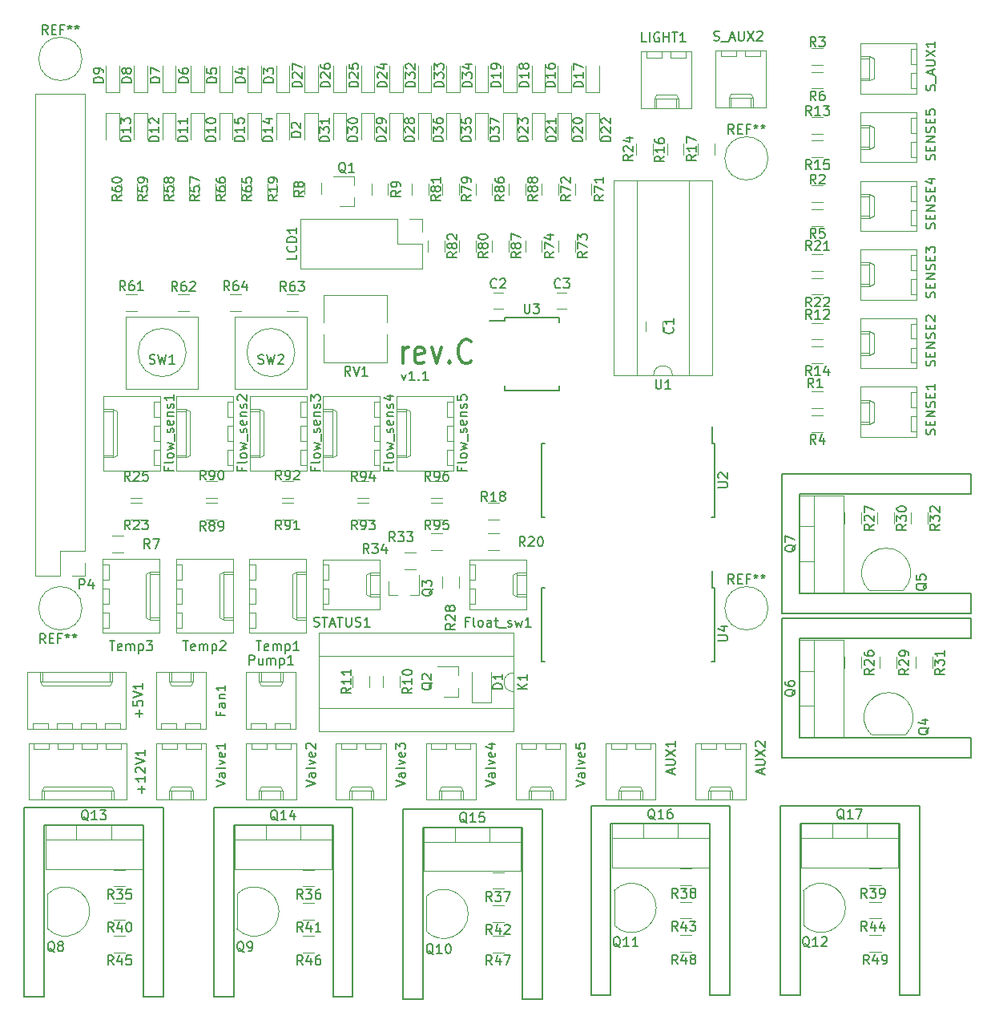
<source format=gbr>
G04 #@! TF.FileFunction,Legend,Top*
%FSLAX46Y46*%
G04 Gerber Fmt 4.6, Leading zero omitted, Abs format (unit mm)*
G04 Created by KiCad (PCBNEW 4.0.4-stable) date 08/02/17 01:26:39*
%MOMM*%
%LPD*%
G01*
G04 APERTURE LIST*
%ADD10C,0.100000*%
%ADD11C,0.200000*%
%ADD12C,0.300000*%
%ADD13C,0.120000*%
%ADD14C,0.150000*%
G04 APERTURE END LIST*
D10*
D11*
X57521429Y-67065714D02*
X57759524Y-67732381D01*
X57997620Y-67065714D01*
X58902382Y-67732381D02*
X58330953Y-67732381D01*
X58616667Y-67732381D02*
X58616667Y-66732381D01*
X58521429Y-66875238D01*
X58426191Y-66970476D01*
X58330953Y-67018095D01*
X59330953Y-67637143D02*
X59378572Y-67684762D01*
X59330953Y-67732381D01*
X59283334Y-67684762D01*
X59330953Y-67637143D01*
X59330953Y-67732381D01*
X60330953Y-67732381D02*
X59759524Y-67732381D01*
X60045238Y-67732381D02*
X60045238Y-66732381D01*
X59950000Y-66875238D01*
X59854762Y-66970476D01*
X59759524Y-67018095D01*
D12*
X57638096Y-65910952D02*
X57638096Y-64244286D01*
X57638096Y-64720476D02*
X57742857Y-64482381D01*
X57847619Y-64363333D01*
X58057143Y-64244286D01*
X58266667Y-64244286D01*
X59838096Y-65791905D02*
X59628572Y-65910952D01*
X59209524Y-65910952D01*
X59000001Y-65791905D01*
X58895239Y-65553810D01*
X58895239Y-64601429D01*
X59000001Y-64363333D01*
X59209524Y-64244286D01*
X59628572Y-64244286D01*
X59838096Y-64363333D01*
X59942858Y-64601429D01*
X59942858Y-64839524D01*
X58895239Y-65077619D01*
X60676191Y-64244286D02*
X61200000Y-65910952D01*
X61723810Y-64244286D01*
X62561905Y-65672857D02*
X62666666Y-65791905D01*
X62561905Y-65910952D01*
X62457143Y-65791905D01*
X62561905Y-65672857D01*
X62561905Y-65910952D01*
X64866666Y-65672857D02*
X64761904Y-65791905D01*
X64447619Y-65910952D01*
X64238095Y-65910952D01*
X63923809Y-65791905D01*
X63714285Y-65553810D01*
X63609524Y-65315714D01*
X63504762Y-64839524D01*
X63504762Y-64482381D01*
X63609524Y-64006190D01*
X63714285Y-63768095D01*
X63923809Y-63530000D01*
X64238095Y-63410952D01*
X64447619Y-63410952D01*
X64761904Y-63530000D01*
X64866666Y-63649048D01*
D13*
X64680000Y-91900000D02*
X70680000Y-91900000D01*
X70680000Y-91900000D02*
X70680000Y-86620000D01*
X70680000Y-86620000D02*
X64680000Y-86620000D01*
X64680000Y-86620000D02*
X64680000Y-91900000D01*
X70680000Y-90530000D02*
X69680000Y-90530000D01*
X69680000Y-90530000D02*
X69680000Y-87990000D01*
X69680000Y-87990000D02*
X70680000Y-87990000D01*
X69680000Y-90530000D02*
X69250000Y-90280000D01*
X69250000Y-90280000D02*
X69250000Y-88240000D01*
X69250000Y-88240000D02*
X69680000Y-87990000D01*
X70680000Y-90280000D02*
X69680000Y-90280000D01*
X70680000Y-88240000D02*
X69680000Y-88240000D01*
X64680000Y-91330000D02*
X65300000Y-91330000D01*
X65300000Y-91330000D02*
X65300000Y-89730000D01*
X65300000Y-89730000D02*
X64680000Y-89730000D01*
X64680000Y-88790000D02*
X65300000Y-88790000D01*
X65300000Y-88790000D02*
X65300000Y-87190000D01*
X65300000Y-87190000D02*
X64680000Y-87190000D01*
X62970000Y-69410000D02*
X56970000Y-69410000D01*
X56970000Y-69410000D02*
X56970000Y-77230000D01*
X56970000Y-77230000D02*
X62970000Y-77230000D01*
X62970000Y-77230000D02*
X62970000Y-69410000D01*
X56970000Y-70780000D02*
X57970000Y-70780000D01*
X57970000Y-70780000D02*
X57970000Y-75860000D01*
X57970000Y-75860000D02*
X56970000Y-75860000D01*
X57970000Y-70780000D02*
X58400000Y-71030000D01*
X58400000Y-71030000D02*
X58400000Y-75610000D01*
X58400000Y-75610000D02*
X57970000Y-75860000D01*
X56970000Y-71030000D02*
X57970000Y-71030000D01*
X56970000Y-75610000D02*
X57970000Y-75610000D01*
X62970000Y-69980000D02*
X62350000Y-69980000D01*
X62350000Y-69980000D02*
X62350000Y-71580000D01*
X62350000Y-71580000D02*
X62970000Y-71580000D01*
X62970000Y-72520000D02*
X62350000Y-72520000D01*
X62350000Y-72520000D02*
X62350000Y-74120000D01*
X62350000Y-74120000D02*
X62970000Y-74120000D01*
X62970000Y-75060000D02*
X62350000Y-75060000D01*
X62350000Y-75060000D02*
X62350000Y-76660000D01*
X62350000Y-76660000D02*
X62970000Y-76660000D01*
D14*
X99625000Y-114555000D02*
X110125000Y-114555000D01*
X110125000Y-132655000D02*
X110125000Y-114555000D01*
X112225000Y-132655000D02*
X110125000Y-132655000D01*
X112225000Y-112655000D02*
X112225000Y-132655000D01*
X99625000Y-132655000D02*
X99625000Y-114555000D01*
X97525000Y-132655000D02*
X99625000Y-132655000D01*
X97525000Y-112655000D02*
X97525000Y-132655000D01*
X97525000Y-112655000D02*
X112225000Y-112655000D01*
D13*
X99745000Y-114535000D02*
X109985000Y-114535000D01*
X99745000Y-119176000D02*
X109985000Y-119176000D01*
X99745000Y-114535000D02*
X99745000Y-119176000D01*
X109985000Y-114535000D02*
X109985000Y-119176000D01*
X99745000Y-116045000D02*
X109985000Y-116045000D01*
X103015000Y-114535000D02*
X103015000Y-116045000D01*
X106716000Y-114535000D02*
X106716000Y-116045000D01*
D14*
X90125000Y-114555000D02*
X79625000Y-114555000D01*
X90125000Y-132655000D02*
X90125000Y-114555000D01*
X92225000Y-132655000D02*
X90125000Y-132655000D01*
X92225000Y-112655000D02*
X92225000Y-132655000D01*
X79625000Y-132655000D02*
X79625000Y-114555000D01*
X77525000Y-132655000D02*
X79625000Y-132655000D01*
X77525000Y-112655000D02*
X77525000Y-132655000D01*
X77525000Y-112655000D02*
X92225000Y-112655000D01*
D13*
X79745000Y-114535000D02*
X89985000Y-114535000D01*
X79745000Y-119176000D02*
X89985000Y-119176000D01*
X79745000Y-114535000D02*
X79745000Y-119176000D01*
X89985000Y-114535000D02*
X89985000Y-119176000D01*
X79745000Y-116045000D02*
X89985000Y-116045000D01*
X83015000Y-114535000D02*
X83015000Y-116045000D01*
X86716000Y-114535000D02*
X86716000Y-116045000D01*
D14*
X99600000Y-105480000D02*
X99600000Y-94980000D01*
X117700000Y-94980000D02*
X99600000Y-94980000D01*
X117700000Y-92880000D02*
X117700000Y-94980000D01*
X97700000Y-92880000D02*
X117700000Y-92880000D01*
X117700000Y-105480000D02*
X99600000Y-105480000D01*
X117700000Y-107580000D02*
X117700000Y-105480000D01*
X97700000Y-107580000D02*
X117700000Y-107580000D01*
X97700000Y-107580000D02*
X97700000Y-92880000D01*
D13*
X99580000Y-105360000D02*
X99580000Y-95120000D01*
X104221000Y-105360000D02*
X104221000Y-95120000D01*
X99580000Y-105360000D02*
X104221000Y-105360000D01*
X99580000Y-95120000D02*
X104221000Y-95120000D01*
X101090000Y-105360000D02*
X101090000Y-95120000D01*
X99580000Y-102090000D02*
X101090000Y-102090000D01*
X99580000Y-98389000D02*
X101090000Y-98389000D01*
D14*
X59750000Y-114930000D02*
X70250000Y-114930000D01*
X70250000Y-133030000D02*
X70250000Y-114930000D01*
X72350000Y-133030000D02*
X70250000Y-133030000D01*
X72350000Y-113030000D02*
X72350000Y-133030000D01*
X59750000Y-133030000D02*
X59750000Y-114930000D01*
X57650000Y-133030000D02*
X59750000Y-133030000D01*
X57650000Y-113030000D02*
X57650000Y-133030000D01*
X57650000Y-113030000D02*
X72350000Y-113030000D01*
D13*
X59870000Y-114910000D02*
X70110000Y-114910000D01*
X59870000Y-119551000D02*
X70110000Y-119551000D01*
X59870000Y-114910000D02*
X59870000Y-119551000D01*
X70110000Y-114910000D02*
X70110000Y-119551000D01*
X59870000Y-116420000D02*
X70110000Y-116420000D01*
X63140000Y-114910000D02*
X63140000Y-116420000D01*
X66841000Y-114910000D02*
X66841000Y-116420000D01*
D14*
X39750000Y-114680000D02*
X50250000Y-114680000D01*
X50250000Y-132780000D02*
X50250000Y-114680000D01*
X52350000Y-132780000D02*
X50250000Y-132780000D01*
X52350000Y-112780000D02*
X52350000Y-132780000D01*
X39750000Y-132780000D02*
X39750000Y-114680000D01*
X37650000Y-132780000D02*
X39750000Y-132780000D01*
X37650000Y-112780000D02*
X37650000Y-132780000D01*
X37650000Y-112780000D02*
X52350000Y-112780000D01*
D13*
X39870000Y-114660000D02*
X50110000Y-114660000D01*
X39870000Y-119301000D02*
X50110000Y-119301000D01*
X39870000Y-114660000D02*
X39870000Y-119301000D01*
X50110000Y-114660000D02*
X50110000Y-119301000D01*
X39870000Y-116170000D02*
X50110000Y-116170000D01*
X43140000Y-114660000D02*
X43140000Y-116170000D01*
X46841000Y-114660000D02*
X46841000Y-116170000D01*
D14*
X30250000Y-114680000D02*
X19750000Y-114680000D01*
X30250000Y-132780000D02*
X30250000Y-114680000D01*
X19750000Y-132780000D02*
X19750000Y-114680000D01*
X17650000Y-132780000D02*
X19750000Y-132780000D01*
X32350000Y-112780000D02*
X17650000Y-112780000D01*
X32350000Y-132780000D02*
X30250000Y-132780000D01*
X32350000Y-112780000D02*
X32350000Y-132780000D01*
X17650000Y-112780000D02*
X17650000Y-132780000D01*
D13*
X19870000Y-114660000D02*
X30110000Y-114660000D01*
X19870000Y-119301000D02*
X30110000Y-119301000D01*
X19870000Y-114660000D02*
X19870000Y-119301000D01*
X30110000Y-114660000D02*
X30110000Y-119301000D01*
X19870000Y-116170000D02*
X30110000Y-116170000D01*
X23140000Y-114660000D02*
X23140000Y-116170000D01*
X26841000Y-114660000D02*
X26841000Y-116170000D01*
D14*
X117700000Y-79730000D02*
X99600000Y-79730000D01*
X117700000Y-77630000D02*
X117700000Y-79730000D01*
X97700000Y-77630000D02*
X117700000Y-77630000D01*
X99600000Y-90230000D02*
X99600000Y-79730000D01*
X117700000Y-90230000D02*
X99600000Y-90230000D01*
X117700000Y-92330000D02*
X117700000Y-90230000D01*
X97700000Y-92330000D02*
X117700000Y-92330000D01*
X97700000Y-92330000D02*
X97700000Y-77630000D01*
D13*
X99580000Y-90110000D02*
X99580000Y-79870000D01*
X104221000Y-90110000D02*
X104221000Y-79870000D01*
X99580000Y-90110000D02*
X104221000Y-90110000D01*
X99580000Y-79870000D02*
X104221000Y-79870000D01*
X101090000Y-90110000D02*
X101090000Y-79870000D01*
X99580000Y-86840000D02*
X101090000Y-86840000D01*
X99580000Y-83139000D02*
X101090000Y-83139000D01*
X96236000Y-44280000D02*
G75*
G03X96236000Y-44280000I-2286000J0D01*
G01*
X68820000Y-48130000D02*
X68820000Y-46930000D01*
X70580000Y-46930000D02*
X70580000Y-48130000D01*
X67070000Y-54130000D02*
X67070000Y-52930000D01*
X68830000Y-52930000D02*
X68830000Y-54130000D01*
X65320000Y-48130000D02*
X65320000Y-46930000D01*
X67080000Y-46930000D02*
X67080000Y-48130000D01*
X66650000Y-39480000D02*
X65250000Y-39480000D01*
X65250000Y-39480000D02*
X65250000Y-42280000D01*
X66650000Y-39480000D02*
X66650000Y-42280000D01*
X60650000Y-39480000D02*
X59250000Y-39480000D01*
X59250000Y-39480000D02*
X59250000Y-42280000D01*
X60650000Y-39480000D02*
X60650000Y-42280000D01*
X63650000Y-39480000D02*
X62250000Y-39480000D01*
X62250000Y-39480000D02*
X62250000Y-42280000D01*
X63650000Y-39480000D02*
X63650000Y-42280000D01*
X65250000Y-37330000D02*
X66650000Y-37330000D01*
X66650000Y-37330000D02*
X66650000Y-34530000D01*
X65250000Y-37330000D02*
X65250000Y-34530000D01*
X62250000Y-37330000D02*
X63650000Y-37330000D01*
X63650000Y-37330000D02*
X63650000Y-34530000D01*
X62250000Y-37330000D02*
X62250000Y-34530000D01*
X59250000Y-37330000D02*
X60650000Y-37330000D01*
X60650000Y-37330000D02*
X60650000Y-34530000D01*
X59250000Y-37330000D02*
X59250000Y-34530000D01*
X96236000Y-91780000D02*
G75*
G03X96236000Y-91780000I-2286000J0D01*
G01*
X60320000Y-54130000D02*
X60320000Y-52930000D01*
X62080000Y-52930000D02*
X62080000Y-54130000D01*
X58570000Y-48130000D02*
X58570000Y-46930000D01*
X60330000Y-46930000D02*
X60330000Y-48130000D01*
X63570000Y-54130000D02*
X63570000Y-52930000D01*
X65330000Y-52930000D02*
X65330000Y-54130000D01*
X61820000Y-48130000D02*
X61820000Y-46930000D01*
X63580000Y-46930000D02*
X63580000Y-48130000D01*
X70570000Y-54130000D02*
X70570000Y-52930000D01*
X72330000Y-52930000D02*
X72330000Y-54130000D01*
X74070000Y-54130000D02*
X74070000Y-52930000D01*
X75830000Y-52930000D02*
X75830000Y-54130000D01*
X72320000Y-48130000D02*
X72320000Y-46930000D01*
X74080000Y-46930000D02*
X74080000Y-48130000D01*
X75820000Y-48130000D02*
X75820000Y-46930000D01*
X77580000Y-46930000D02*
X77580000Y-48130000D01*
X38820000Y-48130000D02*
X38820000Y-46930000D01*
X40580000Y-46930000D02*
X40580000Y-48130000D01*
X41570000Y-48130000D02*
X41570000Y-46930000D01*
X43330000Y-46930000D02*
X43330000Y-48130000D01*
X48650000Y-39480000D02*
X47250000Y-39480000D01*
X47250000Y-39480000D02*
X47250000Y-42280000D01*
X48650000Y-39480000D02*
X48650000Y-42280000D01*
X51650000Y-39480000D02*
X50250000Y-39480000D01*
X50250000Y-39480000D02*
X50250000Y-42280000D01*
X51650000Y-39480000D02*
X51650000Y-42280000D01*
X54650000Y-39480000D02*
X53250000Y-39480000D01*
X53250000Y-39480000D02*
X53250000Y-42280000D01*
X54650000Y-39480000D02*
X54650000Y-42280000D01*
X57650000Y-39480000D02*
X56250000Y-39480000D01*
X56250000Y-39480000D02*
X56250000Y-42280000D01*
X57650000Y-39480000D02*
X57650000Y-42280000D01*
X47250000Y-37330000D02*
X48650000Y-37330000D01*
X48650000Y-37330000D02*
X48650000Y-34530000D01*
X47250000Y-37330000D02*
X47250000Y-34530000D01*
X50250000Y-37330000D02*
X51650000Y-37330000D01*
X51650000Y-37330000D02*
X51650000Y-34530000D01*
X50250000Y-37330000D02*
X50250000Y-34530000D01*
X53250000Y-37330000D02*
X54650000Y-37330000D01*
X54650000Y-37330000D02*
X54650000Y-34530000D01*
X53250000Y-37330000D02*
X53250000Y-34530000D01*
X56250000Y-37330000D02*
X57650000Y-37330000D01*
X57650000Y-37330000D02*
X57650000Y-34530000D01*
X56250000Y-37330000D02*
X56250000Y-34530000D01*
X69650000Y-39480000D02*
X68250000Y-39480000D01*
X68250000Y-39480000D02*
X68250000Y-42280000D01*
X69650000Y-39480000D02*
X69650000Y-42280000D01*
X78400000Y-39480000D02*
X77000000Y-39480000D01*
X77000000Y-39480000D02*
X77000000Y-42280000D01*
X78400000Y-39480000D02*
X78400000Y-42280000D01*
X72650000Y-39480000D02*
X71250000Y-39480000D01*
X71250000Y-39480000D02*
X71250000Y-42280000D01*
X72650000Y-39480000D02*
X72650000Y-42280000D01*
X75400000Y-39480000D02*
X74000000Y-39480000D01*
X74000000Y-39480000D02*
X74000000Y-42280000D01*
X75400000Y-39480000D02*
X75400000Y-42280000D01*
X68250000Y-37330000D02*
X69650000Y-37330000D01*
X69650000Y-37330000D02*
X69650000Y-34530000D01*
X68250000Y-37330000D02*
X68250000Y-34530000D01*
X71250000Y-37330000D02*
X72650000Y-37330000D01*
X72650000Y-37330000D02*
X72650000Y-34530000D01*
X71250000Y-37330000D02*
X71250000Y-34530000D01*
X77000000Y-37330000D02*
X78400000Y-37330000D01*
X78400000Y-37330000D02*
X78400000Y-34530000D01*
X77000000Y-37330000D02*
X77000000Y-34530000D01*
X74000000Y-37330000D02*
X75400000Y-37330000D01*
X75400000Y-37330000D02*
X75400000Y-34530000D01*
X74000000Y-37330000D02*
X74000000Y-34530000D01*
X39650000Y-39480000D02*
X38250000Y-39480000D01*
X38250000Y-39480000D02*
X38250000Y-42280000D01*
X39650000Y-39480000D02*
X39650000Y-42280000D01*
X42650000Y-39480000D02*
X41250000Y-39480000D01*
X41250000Y-39480000D02*
X41250000Y-42280000D01*
X42650000Y-39480000D02*
X42650000Y-42280000D01*
X64934000Y-101730000D02*
X66966000Y-101730000D01*
X64925000Y-98530000D02*
X64925000Y-101730000D01*
X66975000Y-101730000D02*
X66975000Y-98530000D01*
X23736000Y-33780000D02*
G75*
G03X23736000Y-33780000I-2286000J0D01*
G01*
X86140000Y-67170000D02*
X87910000Y-67170000D01*
X87910000Y-67170000D02*
X87910000Y-46610000D01*
X87910000Y-46610000D02*
X82370000Y-46610000D01*
X82370000Y-46610000D02*
X82370000Y-67170000D01*
X82370000Y-67170000D02*
X84140000Y-67170000D01*
X90340000Y-67170000D02*
X90340000Y-46610000D01*
X90340000Y-46610000D02*
X79940000Y-46610000D01*
X79940000Y-46610000D02*
X79940000Y-67170000D01*
X79940000Y-67170000D02*
X90340000Y-67170000D01*
X84140000Y-67170000D02*
G75*
G02X86140000Y-67170000I1000000J0D01*
G01*
X46240000Y-64780000D02*
G75*
G03X46240000Y-64780000I-2540000J0D01*
G01*
X47510000Y-68590000D02*
X39890000Y-68590000D01*
X39890000Y-68590000D02*
X39890000Y-60970000D01*
X39890000Y-60970000D02*
X47510000Y-60970000D01*
X47510000Y-68590000D02*
X47510000Y-60970000D01*
X34740000Y-64780000D02*
G75*
G03X34740000Y-64780000I-2540000J0D01*
G01*
X36010000Y-68590000D02*
X28390000Y-68590000D01*
X28390000Y-68590000D02*
X28390000Y-60970000D01*
X28390000Y-60970000D02*
X36010000Y-60970000D01*
X36010000Y-68590000D02*
X36010000Y-60970000D01*
X39350000Y-58650000D02*
X40550000Y-58650000D01*
X40550000Y-60410000D02*
X39350000Y-60410000D01*
X46550000Y-60410000D02*
X45350000Y-60410000D01*
X45350000Y-58650000D02*
X46550000Y-58650000D01*
X35050000Y-60410000D02*
X33850000Y-60410000D01*
X33850000Y-58650000D02*
X35050000Y-58650000D01*
X28350000Y-58650000D02*
X29550000Y-58650000D01*
X29550000Y-60410000D02*
X28350000Y-60410000D01*
X27820000Y-48130000D02*
X27820000Y-46930000D01*
X29580000Y-46930000D02*
X29580000Y-48130000D01*
X30570000Y-48130000D02*
X30570000Y-46930000D01*
X32330000Y-46930000D02*
X32330000Y-48130000D01*
X33320000Y-48130000D02*
X33320000Y-46930000D01*
X35080000Y-46930000D02*
X35080000Y-48130000D01*
X36070000Y-48130000D02*
X36070000Y-46930000D01*
X37830000Y-46930000D02*
X37830000Y-48130000D01*
X44320000Y-48130000D02*
X44320000Y-46930000D01*
X46080000Y-46930000D02*
X46080000Y-48130000D01*
X27650000Y-39480000D02*
X26250000Y-39480000D01*
X26250000Y-39480000D02*
X26250000Y-42280000D01*
X27650000Y-39480000D02*
X27650000Y-42280000D01*
X30650000Y-39480000D02*
X29250000Y-39480000D01*
X29250000Y-39480000D02*
X29250000Y-42280000D01*
X30650000Y-39480000D02*
X30650000Y-42280000D01*
X33650000Y-39480000D02*
X32250000Y-39480000D01*
X32250000Y-39480000D02*
X32250000Y-42280000D01*
X33650000Y-39480000D02*
X33650000Y-42280000D01*
X36650000Y-39480000D02*
X35250000Y-39480000D01*
X35250000Y-39480000D02*
X35250000Y-42280000D01*
X36650000Y-39480000D02*
X36650000Y-42280000D01*
X26250000Y-37330000D02*
X27650000Y-37330000D01*
X27650000Y-37330000D02*
X27650000Y-34530000D01*
X26250000Y-37330000D02*
X26250000Y-34530000D01*
X29250000Y-37330000D02*
X30650000Y-37330000D01*
X30650000Y-37330000D02*
X30650000Y-34530000D01*
X29250000Y-37330000D02*
X29250000Y-34530000D01*
X32250000Y-37330000D02*
X33650000Y-37330000D01*
X33650000Y-37330000D02*
X33650000Y-34530000D01*
X32250000Y-37330000D02*
X32250000Y-34530000D01*
X35250000Y-37330000D02*
X36650000Y-37330000D01*
X36650000Y-37330000D02*
X36650000Y-34530000D01*
X35250000Y-37330000D02*
X35250000Y-34530000D01*
X38250000Y-37330000D02*
X39650000Y-37330000D01*
X39650000Y-37330000D02*
X39650000Y-34530000D01*
X38250000Y-37330000D02*
X38250000Y-34530000D01*
X41250000Y-37330000D02*
X42650000Y-37330000D01*
X42650000Y-37330000D02*
X42650000Y-34530000D01*
X41250000Y-37330000D02*
X41250000Y-34530000D01*
X44250000Y-37330000D02*
X45650000Y-37330000D01*
X45650000Y-37330000D02*
X45650000Y-34530000D01*
X44250000Y-37330000D02*
X44250000Y-34530000D01*
X45650000Y-39480000D02*
X44250000Y-39480000D01*
X44250000Y-39480000D02*
X44250000Y-42280000D01*
X45650000Y-39480000D02*
X45650000Y-42280000D01*
X49180000Y-91900000D02*
X55180000Y-91900000D01*
X55180000Y-91900000D02*
X55180000Y-86620000D01*
X55180000Y-86620000D02*
X49180000Y-86620000D01*
X49180000Y-86620000D02*
X49180000Y-91900000D01*
X55180000Y-90530000D02*
X54180000Y-90530000D01*
X54180000Y-90530000D02*
X54180000Y-87990000D01*
X54180000Y-87990000D02*
X55180000Y-87990000D01*
X54180000Y-90530000D02*
X53750000Y-90280000D01*
X53750000Y-90280000D02*
X53750000Y-88240000D01*
X53750000Y-88240000D02*
X54180000Y-87990000D01*
X55180000Y-90280000D02*
X54180000Y-90280000D01*
X55180000Y-88240000D02*
X54180000Y-88240000D01*
X49180000Y-91330000D02*
X49800000Y-91330000D01*
X49800000Y-91330000D02*
X49800000Y-89730000D01*
X49800000Y-89730000D02*
X49180000Y-89730000D01*
X49180000Y-88790000D02*
X49800000Y-88790000D01*
X49800000Y-88790000D02*
X49800000Y-87190000D01*
X49800000Y-87190000D02*
X49180000Y-87190000D01*
X69580000Y-106010000D02*
X69580000Y-112010000D01*
X69580000Y-112010000D02*
X74860000Y-112010000D01*
X74860000Y-112010000D02*
X74860000Y-106010000D01*
X74860000Y-106010000D02*
X69580000Y-106010000D01*
X70950000Y-112010000D02*
X70950000Y-111010000D01*
X70950000Y-111010000D02*
X73490000Y-111010000D01*
X73490000Y-111010000D02*
X73490000Y-112010000D01*
X70950000Y-111010000D02*
X71200000Y-110580000D01*
X71200000Y-110580000D02*
X73240000Y-110580000D01*
X73240000Y-110580000D02*
X73490000Y-111010000D01*
X71200000Y-112010000D02*
X71200000Y-111010000D01*
X73240000Y-112010000D02*
X73240000Y-111010000D01*
X70150000Y-106010000D02*
X70150000Y-106630000D01*
X70150000Y-106630000D02*
X71750000Y-106630000D01*
X71750000Y-106630000D02*
X71750000Y-106010000D01*
X72690000Y-106010000D02*
X72690000Y-106630000D01*
X72690000Y-106630000D02*
X74290000Y-106630000D01*
X74290000Y-106630000D02*
X74290000Y-106010000D01*
X60080000Y-106010000D02*
X60080000Y-112010000D01*
X60080000Y-112010000D02*
X65360000Y-112010000D01*
X65360000Y-112010000D02*
X65360000Y-106010000D01*
X65360000Y-106010000D02*
X60080000Y-106010000D01*
X61450000Y-112010000D02*
X61450000Y-111010000D01*
X61450000Y-111010000D02*
X63990000Y-111010000D01*
X63990000Y-111010000D02*
X63990000Y-112010000D01*
X61450000Y-111010000D02*
X61700000Y-110580000D01*
X61700000Y-110580000D02*
X63740000Y-110580000D01*
X63740000Y-110580000D02*
X63990000Y-111010000D01*
X61700000Y-112010000D02*
X61700000Y-111010000D01*
X63740000Y-112010000D02*
X63740000Y-111010000D01*
X60650000Y-106010000D02*
X60650000Y-106630000D01*
X60650000Y-106630000D02*
X62250000Y-106630000D01*
X62250000Y-106630000D02*
X62250000Y-106010000D01*
X63190000Y-106010000D02*
X63190000Y-106630000D01*
X63190000Y-106630000D02*
X64790000Y-106630000D01*
X64790000Y-106630000D02*
X64790000Y-106010000D01*
X50580000Y-106010000D02*
X50580000Y-112010000D01*
X50580000Y-112010000D02*
X55860000Y-112010000D01*
X55860000Y-112010000D02*
X55860000Y-106010000D01*
X55860000Y-106010000D02*
X50580000Y-106010000D01*
X51950000Y-112010000D02*
X51950000Y-111010000D01*
X51950000Y-111010000D02*
X54490000Y-111010000D01*
X54490000Y-111010000D02*
X54490000Y-112010000D01*
X51950000Y-111010000D02*
X52200000Y-110580000D01*
X52200000Y-110580000D02*
X54240000Y-110580000D01*
X54240000Y-110580000D02*
X54490000Y-111010000D01*
X52200000Y-112010000D02*
X52200000Y-111010000D01*
X54240000Y-112010000D02*
X54240000Y-111010000D01*
X51150000Y-106010000D02*
X51150000Y-106630000D01*
X51150000Y-106630000D02*
X52750000Y-106630000D01*
X52750000Y-106630000D02*
X52750000Y-106010000D01*
X53690000Y-106010000D02*
X53690000Y-106630000D01*
X53690000Y-106630000D02*
X55290000Y-106630000D01*
X55290000Y-106630000D02*
X55290000Y-106010000D01*
X41080000Y-106010000D02*
X41080000Y-112010000D01*
X41080000Y-112010000D02*
X46360000Y-112010000D01*
X46360000Y-112010000D02*
X46360000Y-106010000D01*
X46360000Y-106010000D02*
X41080000Y-106010000D01*
X42450000Y-112010000D02*
X42450000Y-111010000D01*
X42450000Y-111010000D02*
X44990000Y-111010000D01*
X44990000Y-111010000D02*
X44990000Y-112010000D01*
X42450000Y-111010000D02*
X42700000Y-110580000D01*
X42700000Y-110580000D02*
X44740000Y-110580000D01*
X44740000Y-110580000D02*
X44990000Y-111010000D01*
X42700000Y-112010000D02*
X42700000Y-111010000D01*
X44740000Y-112010000D02*
X44740000Y-111010000D01*
X41650000Y-106010000D02*
X41650000Y-106630000D01*
X41650000Y-106630000D02*
X43250000Y-106630000D01*
X43250000Y-106630000D02*
X43250000Y-106010000D01*
X44190000Y-106010000D02*
X44190000Y-106630000D01*
X44190000Y-106630000D02*
X45790000Y-106630000D01*
X45790000Y-106630000D02*
X45790000Y-106010000D01*
X31580000Y-106010000D02*
X31580000Y-112010000D01*
X31580000Y-112010000D02*
X36860000Y-112010000D01*
X36860000Y-112010000D02*
X36860000Y-106010000D01*
X36860000Y-106010000D02*
X31580000Y-106010000D01*
X32950000Y-112010000D02*
X32950000Y-111010000D01*
X32950000Y-111010000D02*
X35490000Y-111010000D01*
X35490000Y-111010000D02*
X35490000Y-112010000D01*
X32950000Y-111010000D02*
X33200000Y-110580000D01*
X33200000Y-110580000D02*
X35240000Y-110580000D01*
X35240000Y-110580000D02*
X35490000Y-111010000D01*
X33200000Y-112010000D02*
X33200000Y-111010000D01*
X35240000Y-112010000D02*
X35240000Y-111010000D01*
X32150000Y-106010000D02*
X32150000Y-106630000D01*
X32150000Y-106630000D02*
X33750000Y-106630000D01*
X33750000Y-106630000D02*
X33750000Y-106010000D01*
X34690000Y-106010000D02*
X34690000Y-106630000D01*
X34690000Y-106630000D02*
X36290000Y-106630000D01*
X36290000Y-106630000D02*
X36290000Y-106010000D01*
X25930000Y-94400000D02*
X31930000Y-94400000D01*
X31930000Y-94400000D02*
X31930000Y-86580000D01*
X31930000Y-86580000D02*
X25930000Y-86580000D01*
X25930000Y-86580000D02*
X25930000Y-94400000D01*
X31930000Y-93030000D02*
X30930000Y-93030000D01*
X30930000Y-93030000D02*
X30930000Y-87950000D01*
X30930000Y-87950000D02*
X31930000Y-87950000D01*
X30930000Y-93030000D02*
X30500000Y-92780000D01*
X30500000Y-92780000D02*
X30500000Y-88200000D01*
X30500000Y-88200000D02*
X30930000Y-87950000D01*
X31930000Y-92780000D02*
X30930000Y-92780000D01*
X31930000Y-88200000D02*
X30930000Y-88200000D01*
X25930000Y-93830000D02*
X26550000Y-93830000D01*
X26550000Y-93830000D02*
X26550000Y-92230000D01*
X26550000Y-92230000D02*
X25930000Y-92230000D01*
X25930000Y-91290000D02*
X26550000Y-91290000D01*
X26550000Y-91290000D02*
X26550000Y-89690000D01*
X26550000Y-89690000D02*
X25930000Y-89690000D01*
X25930000Y-88750000D02*
X26550000Y-88750000D01*
X26550000Y-88750000D02*
X26550000Y-87150000D01*
X26550000Y-87150000D02*
X25930000Y-87150000D01*
X33680000Y-94400000D02*
X39680000Y-94400000D01*
X39680000Y-94400000D02*
X39680000Y-86580000D01*
X39680000Y-86580000D02*
X33680000Y-86580000D01*
X33680000Y-86580000D02*
X33680000Y-94400000D01*
X39680000Y-93030000D02*
X38680000Y-93030000D01*
X38680000Y-93030000D02*
X38680000Y-87950000D01*
X38680000Y-87950000D02*
X39680000Y-87950000D01*
X38680000Y-93030000D02*
X38250000Y-92780000D01*
X38250000Y-92780000D02*
X38250000Y-88200000D01*
X38250000Y-88200000D02*
X38680000Y-87950000D01*
X39680000Y-92780000D02*
X38680000Y-92780000D01*
X39680000Y-88200000D02*
X38680000Y-88200000D01*
X33680000Y-93830000D02*
X34300000Y-93830000D01*
X34300000Y-93830000D02*
X34300000Y-92230000D01*
X34300000Y-92230000D02*
X33680000Y-92230000D01*
X33680000Y-91290000D02*
X34300000Y-91290000D01*
X34300000Y-91290000D02*
X34300000Y-89690000D01*
X34300000Y-89690000D02*
X33680000Y-89690000D01*
X33680000Y-88750000D02*
X34300000Y-88750000D01*
X34300000Y-88750000D02*
X34300000Y-87150000D01*
X34300000Y-87150000D02*
X33680000Y-87150000D01*
X41430000Y-94400000D02*
X47430000Y-94400000D01*
X47430000Y-94400000D02*
X47430000Y-86580000D01*
X47430000Y-86580000D02*
X41430000Y-86580000D01*
X41430000Y-86580000D02*
X41430000Y-94400000D01*
X47430000Y-93030000D02*
X46430000Y-93030000D01*
X46430000Y-93030000D02*
X46430000Y-87950000D01*
X46430000Y-87950000D02*
X47430000Y-87950000D01*
X46430000Y-93030000D02*
X46000000Y-92780000D01*
X46000000Y-92780000D02*
X46000000Y-88200000D01*
X46000000Y-88200000D02*
X46430000Y-87950000D01*
X47430000Y-92780000D02*
X46430000Y-92780000D01*
X47430000Y-88200000D02*
X46430000Y-88200000D01*
X41430000Y-93830000D02*
X42050000Y-93830000D01*
X42050000Y-93830000D02*
X42050000Y-92230000D01*
X42050000Y-92230000D02*
X41430000Y-92230000D01*
X41430000Y-91290000D02*
X42050000Y-91290000D01*
X42050000Y-91290000D02*
X42050000Y-89690000D01*
X42050000Y-89690000D02*
X41430000Y-89690000D01*
X41430000Y-88750000D02*
X42050000Y-88750000D01*
X42050000Y-88750000D02*
X42050000Y-87150000D01*
X42050000Y-87150000D02*
X41430000Y-87150000D01*
X90705000Y-32885000D02*
X90705000Y-38885000D01*
X90705000Y-38885000D02*
X95985000Y-38885000D01*
X95985000Y-38885000D02*
X95985000Y-32885000D01*
X95985000Y-32885000D02*
X90705000Y-32885000D01*
X92075000Y-38885000D02*
X92075000Y-37885000D01*
X92075000Y-37885000D02*
X94615000Y-37885000D01*
X94615000Y-37885000D02*
X94615000Y-38885000D01*
X92075000Y-37885000D02*
X92325000Y-37455000D01*
X92325000Y-37455000D02*
X94365000Y-37455000D01*
X94365000Y-37455000D02*
X94615000Y-37885000D01*
X92325000Y-38885000D02*
X92325000Y-37885000D01*
X94365000Y-38885000D02*
X94365000Y-37885000D01*
X91275000Y-32885000D02*
X91275000Y-33505000D01*
X91275000Y-33505000D02*
X92875000Y-33505000D01*
X92875000Y-33505000D02*
X92875000Y-32885000D01*
X93815000Y-32885000D02*
X93815000Y-33505000D01*
X93815000Y-33505000D02*
X95415000Y-33505000D01*
X95415000Y-33505000D02*
X95415000Y-32885000D01*
X111970000Y-32160000D02*
X105970000Y-32160000D01*
X105970000Y-32160000D02*
X105970000Y-37440000D01*
X105970000Y-37440000D02*
X111970000Y-37440000D01*
X111970000Y-37440000D02*
X111970000Y-32160000D01*
X105970000Y-33530000D02*
X106970000Y-33530000D01*
X106970000Y-33530000D02*
X106970000Y-36070000D01*
X106970000Y-36070000D02*
X105970000Y-36070000D01*
X106970000Y-33530000D02*
X107400000Y-33780000D01*
X107400000Y-33780000D02*
X107400000Y-35820000D01*
X107400000Y-35820000D02*
X106970000Y-36070000D01*
X105970000Y-33780000D02*
X106970000Y-33780000D01*
X105970000Y-35820000D02*
X106970000Y-35820000D01*
X111970000Y-32730000D02*
X111350000Y-32730000D01*
X111350000Y-32730000D02*
X111350000Y-34330000D01*
X111350000Y-34330000D02*
X111970000Y-34330000D01*
X111970000Y-35270000D02*
X111350000Y-35270000D01*
X111350000Y-35270000D02*
X111350000Y-36870000D01*
X111350000Y-36870000D02*
X111970000Y-36870000D01*
X111970000Y-39410000D02*
X105970000Y-39410000D01*
X105970000Y-39410000D02*
X105970000Y-44690000D01*
X105970000Y-44690000D02*
X111970000Y-44690000D01*
X111970000Y-44690000D02*
X111970000Y-39410000D01*
X105970000Y-40780000D02*
X106970000Y-40780000D01*
X106970000Y-40780000D02*
X106970000Y-43320000D01*
X106970000Y-43320000D02*
X105970000Y-43320000D01*
X106970000Y-40780000D02*
X107400000Y-41030000D01*
X107400000Y-41030000D02*
X107400000Y-43070000D01*
X107400000Y-43070000D02*
X106970000Y-43320000D01*
X105970000Y-41030000D02*
X106970000Y-41030000D01*
X105970000Y-43070000D02*
X106970000Y-43070000D01*
X111970000Y-39980000D02*
X111350000Y-39980000D01*
X111350000Y-39980000D02*
X111350000Y-41580000D01*
X111350000Y-41580000D02*
X111970000Y-41580000D01*
X111970000Y-42520000D02*
X111350000Y-42520000D01*
X111350000Y-42520000D02*
X111350000Y-44120000D01*
X111350000Y-44120000D02*
X111970000Y-44120000D01*
X111970000Y-46660000D02*
X105970000Y-46660000D01*
X105970000Y-46660000D02*
X105970000Y-51940000D01*
X105970000Y-51940000D02*
X111970000Y-51940000D01*
X111970000Y-51940000D02*
X111970000Y-46660000D01*
X105970000Y-48030000D02*
X106970000Y-48030000D01*
X106970000Y-48030000D02*
X106970000Y-50570000D01*
X106970000Y-50570000D02*
X105970000Y-50570000D01*
X106970000Y-48030000D02*
X107400000Y-48280000D01*
X107400000Y-48280000D02*
X107400000Y-50320000D01*
X107400000Y-50320000D02*
X106970000Y-50570000D01*
X105970000Y-48280000D02*
X106970000Y-48280000D01*
X105970000Y-50320000D02*
X106970000Y-50320000D01*
X111970000Y-47230000D02*
X111350000Y-47230000D01*
X111350000Y-47230000D02*
X111350000Y-48830000D01*
X111350000Y-48830000D02*
X111970000Y-48830000D01*
X111970000Y-49770000D02*
X111350000Y-49770000D01*
X111350000Y-49770000D02*
X111350000Y-51370000D01*
X111350000Y-51370000D02*
X111970000Y-51370000D01*
X111970000Y-53910000D02*
X105970000Y-53910000D01*
X105970000Y-53910000D02*
X105970000Y-59190000D01*
X105970000Y-59190000D02*
X111970000Y-59190000D01*
X111970000Y-59190000D02*
X111970000Y-53910000D01*
X105970000Y-55280000D02*
X106970000Y-55280000D01*
X106970000Y-55280000D02*
X106970000Y-57820000D01*
X106970000Y-57820000D02*
X105970000Y-57820000D01*
X106970000Y-55280000D02*
X107400000Y-55530000D01*
X107400000Y-55530000D02*
X107400000Y-57570000D01*
X107400000Y-57570000D02*
X106970000Y-57820000D01*
X105970000Y-55530000D02*
X106970000Y-55530000D01*
X105970000Y-57570000D02*
X106970000Y-57570000D01*
X111970000Y-54480000D02*
X111350000Y-54480000D01*
X111350000Y-54480000D02*
X111350000Y-56080000D01*
X111350000Y-56080000D02*
X111970000Y-56080000D01*
X111970000Y-57020000D02*
X111350000Y-57020000D01*
X111350000Y-57020000D02*
X111350000Y-58620000D01*
X111350000Y-58620000D02*
X111970000Y-58620000D01*
X111970000Y-61160000D02*
X105970000Y-61160000D01*
X105970000Y-61160000D02*
X105970000Y-66440000D01*
X105970000Y-66440000D02*
X111970000Y-66440000D01*
X111970000Y-66440000D02*
X111970000Y-61160000D01*
X105970000Y-62530000D02*
X106970000Y-62530000D01*
X106970000Y-62530000D02*
X106970000Y-65070000D01*
X106970000Y-65070000D02*
X105970000Y-65070000D01*
X106970000Y-62530000D02*
X107400000Y-62780000D01*
X107400000Y-62780000D02*
X107400000Y-64820000D01*
X107400000Y-64820000D02*
X106970000Y-65070000D01*
X105970000Y-62780000D02*
X106970000Y-62780000D01*
X105970000Y-64820000D02*
X106970000Y-64820000D01*
X111970000Y-61730000D02*
X111350000Y-61730000D01*
X111350000Y-61730000D02*
X111350000Y-63330000D01*
X111350000Y-63330000D02*
X111970000Y-63330000D01*
X111970000Y-64270000D02*
X111350000Y-64270000D01*
X111350000Y-64270000D02*
X111350000Y-65870000D01*
X111350000Y-65870000D02*
X111970000Y-65870000D01*
X111970000Y-68410000D02*
X105970000Y-68410000D01*
X105970000Y-68410000D02*
X105970000Y-73690000D01*
X105970000Y-73690000D02*
X111970000Y-73690000D01*
X111970000Y-73690000D02*
X111970000Y-68410000D01*
X105970000Y-69780000D02*
X106970000Y-69780000D01*
X106970000Y-69780000D02*
X106970000Y-72320000D01*
X106970000Y-72320000D02*
X105970000Y-72320000D01*
X106970000Y-69780000D02*
X107400000Y-70030000D01*
X107400000Y-70030000D02*
X107400000Y-72070000D01*
X107400000Y-72070000D02*
X106970000Y-72320000D01*
X105970000Y-70030000D02*
X106970000Y-70030000D01*
X105970000Y-72070000D02*
X106970000Y-72070000D01*
X111970000Y-68980000D02*
X111350000Y-68980000D01*
X111350000Y-68980000D02*
X111350000Y-70580000D01*
X111350000Y-70580000D02*
X111970000Y-70580000D01*
X111970000Y-71520000D02*
X111350000Y-71520000D01*
X111350000Y-71520000D02*
X111350000Y-73120000D01*
X111350000Y-73120000D02*
X111970000Y-73120000D01*
X46320000Y-104550000D02*
X46320000Y-98550000D01*
X46320000Y-98550000D02*
X41040000Y-98550000D01*
X41040000Y-98550000D02*
X41040000Y-104550000D01*
X41040000Y-104550000D02*
X46320000Y-104550000D01*
X44950000Y-98550000D02*
X44950000Y-99550000D01*
X44950000Y-99550000D02*
X42410000Y-99550000D01*
X42410000Y-99550000D02*
X42410000Y-98550000D01*
X44950000Y-99550000D02*
X44700000Y-99980000D01*
X44700000Y-99980000D02*
X42660000Y-99980000D01*
X42660000Y-99980000D02*
X42410000Y-99550000D01*
X44700000Y-98550000D02*
X44700000Y-99550000D01*
X42660000Y-98550000D02*
X42660000Y-99550000D01*
X45750000Y-104550000D02*
X45750000Y-103930000D01*
X45750000Y-103930000D02*
X44150000Y-103930000D01*
X44150000Y-103930000D02*
X44150000Y-104550000D01*
X43210000Y-104550000D02*
X43210000Y-103930000D01*
X43210000Y-103930000D02*
X41610000Y-103930000D01*
X41610000Y-103930000D02*
X41610000Y-104550000D01*
X82830000Y-33010000D02*
X82830000Y-39010000D01*
X82830000Y-39010000D02*
X88110000Y-39010000D01*
X88110000Y-39010000D02*
X88110000Y-33010000D01*
X88110000Y-33010000D02*
X82830000Y-33010000D01*
X84200000Y-39010000D02*
X84200000Y-38010000D01*
X84200000Y-38010000D02*
X86740000Y-38010000D01*
X86740000Y-38010000D02*
X86740000Y-39010000D01*
X84200000Y-38010000D02*
X84450000Y-37580000D01*
X84450000Y-37580000D02*
X86490000Y-37580000D01*
X86490000Y-37580000D02*
X86740000Y-38010000D01*
X84450000Y-39010000D02*
X84450000Y-38010000D01*
X86490000Y-39010000D02*
X86490000Y-38010000D01*
X83400000Y-33010000D02*
X83400000Y-33630000D01*
X83400000Y-33630000D02*
X85000000Y-33630000D01*
X85000000Y-33630000D02*
X85000000Y-33010000D01*
X85940000Y-33010000D02*
X85940000Y-33630000D01*
X85940000Y-33630000D02*
X87540000Y-33630000D01*
X87540000Y-33630000D02*
X87540000Y-33010000D01*
X57080000Y-50700000D02*
X46860000Y-50700000D01*
X46860000Y-50700000D02*
X46860000Y-55900000D01*
X46860000Y-55900000D02*
X59680000Y-55900000D01*
X59680000Y-55900000D02*
X59680000Y-53300000D01*
X59680000Y-53300000D02*
X57080000Y-53300000D01*
X57080000Y-53300000D02*
X57080000Y-50700000D01*
X58350000Y-50700000D02*
X59680000Y-50700000D01*
X59680000Y-50700000D02*
X59680000Y-52030000D01*
X88580000Y-106010000D02*
X88580000Y-112010000D01*
X88580000Y-112010000D02*
X93860000Y-112010000D01*
X93860000Y-112010000D02*
X93860000Y-106010000D01*
X93860000Y-106010000D02*
X88580000Y-106010000D01*
X89950000Y-112010000D02*
X89950000Y-111010000D01*
X89950000Y-111010000D02*
X92490000Y-111010000D01*
X92490000Y-111010000D02*
X92490000Y-112010000D01*
X89950000Y-111010000D02*
X90200000Y-110580000D01*
X90200000Y-110580000D02*
X92240000Y-110580000D01*
X92240000Y-110580000D02*
X92490000Y-111010000D01*
X90200000Y-112010000D02*
X90200000Y-111010000D01*
X92240000Y-112010000D02*
X92240000Y-111010000D01*
X89150000Y-106010000D02*
X89150000Y-106630000D01*
X89150000Y-106630000D02*
X90750000Y-106630000D01*
X90750000Y-106630000D02*
X90750000Y-106010000D01*
X91690000Y-106010000D02*
X91690000Y-106630000D01*
X91690000Y-106630000D02*
X93290000Y-106630000D01*
X93290000Y-106630000D02*
X93290000Y-106010000D01*
X79080000Y-106010000D02*
X79080000Y-112010000D01*
X79080000Y-112010000D02*
X84360000Y-112010000D01*
X84360000Y-112010000D02*
X84360000Y-106010000D01*
X84360000Y-106010000D02*
X79080000Y-106010000D01*
X80450000Y-112010000D02*
X80450000Y-111010000D01*
X80450000Y-111010000D02*
X82990000Y-111010000D01*
X82990000Y-111010000D02*
X82990000Y-112010000D01*
X80450000Y-111010000D02*
X80700000Y-110580000D01*
X80700000Y-110580000D02*
X82740000Y-110580000D01*
X82740000Y-110580000D02*
X82990000Y-111010000D01*
X80700000Y-112010000D02*
X80700000Y-111010000D01*
X82740000Y-112010000D02*
X82740000Y-111010000D01*
X79650000Y-106010000D02*
X79650000Y-106630000D01*
X79650000Y-106630000D02*
X81250000Y-106630000D01*
X81250000Y-106630000D02*
X81250000Y-106010000D01*
X82190000Y-106010000D02*
X82190000Y-106630000D01*
X82190000Y-106630000D02*
X83790000Y-106630000D01*
X83790000Y-106630000D02*
X83790000Y-106010000D01*
X18080000Y-106010000D02*
X18080000Y-112010000D01*
X18080000Y-112010000D02*
X28440000Y-112010000D01*
X28440000Y-112010000D02*
X28440000Y-106010000D01*
X28440000Y-106010000D02*
X18080000Y-106010000D01*
X19450000Y-112010000D02*
X19450000Y-111010000D01*
X19450000Y-111010000D02*
X27070000Y-111010000D01*
X27070000Y-111010000D02*
X27070000Y-112010000D01*
X19450000Y-111010000D02*
X19700000Y-110580000D01*
X19700000Y-110580000D02*
X26820000Y-110580000D01*
X26820000Y-110580000D02*
X27070000Y-111010000D01*
X19700000Y-112010000D02*
X19700000Y-111010000D01*
X26820000Y-112010000D02*
X26820000Y-111010000D01*
X18650000Y-106010000D02*
X18650000Y-106630000D01*
X18650000Y-106630000D02*
X20250000Y-106630000D01*
X20250000Y-106630000D02*
X20250000Y-106010000D01*
X21190000Y-106010000D02*
X21190000Y-106630000D01*
X21190000Y-106630000D02*
X22790000Y-106630000D01*
X22790000Y-106630000D02*
X22790000Y-106010000D01*
X23730000Y-106010000D02*
X23730000Y-106630000D01*
X23730000Y-106630000D02*
X25330000Y-106630000D01*
X25330000Y-106630000D02*
X25330000Y-106010000D01*
X26270000Y-106010000D02*
X26270000Y-106630000D01*
X26270000Y-106630000D02*
X27870000Y-106630000D01*
X27870000Y-106630000D02*
X27870000Y-106010000D01*
X28320000Y-104550000D02*
X28320000Y-98550000D01*
X28320000Y-98550000D02*
X17960000Y-98550000D01*
X17960000Y-98550000D02*
X17960000Y-104550000D01*
X17960000Y-104550000D02*
X28320000Y-104550000D01*
X26950000Y-98550000D02*
X26950000Y-99550000D01*
X26950000Y-99550000D02*
X19330000Y-99550000D01*
X19330000Y-99550000D02*
X19330000Y-98550000D01*
X26950000Y-99550000D02*
X26700000Y-99980000D01*
X26700000Y-99980000D02*
X19580000Y-99980000D01*
X19580000Y-99980000D02*
X19330000Y-99550000D01*
X26700000Y-98550000D02*
X26700000Y-99550000D01*
X19580000Y-98550000D02*
X19580000Y-99550000D01*
X27750000Y-104550000D02*
X27750000Y-103930000D01*
X27750000Y-103930000D02*
X26150000Y-103930000D01*
X26150000Y-103930000D02*
X26150000Y-104550000D01*
X25210000Y-104550000D02*
X25210000Y-103930000D01*
X25210000Y-103930000D02*
X23610000Y-103930000D01*
X23610000Y-103930000D02*
X23610000Y-104550000D01*
X22670000Y-104550000D02*
X22670000Y-103930000D01*
X22670000Y-103930000D02*
X21070000Y-103930000D01*
X21070000Y-103930000D02*
X21070000Y-104550000D01*
X20130000Y-104550000D02*
X20130000Y-103930000D01*
X20130000Y-103930000D02*
X18530000Y-103930000D01*
X18530000Y-103930000D02*
X18530000Y-104550000D01*
D14*
X68375000Y-61105000D02*
X68375000Y-61455000D01*
X74125000Y-61105000D02*
X74125000Y-61555000D01*
X74125000Y-68755000D02*
X74125000Y-68305000D01*
X68375000Y-68755000D02*
X68375000Y-68305000D01*
X68375000Y-61105000D02*
X74125000Y-61105000D01*
X68375000Y-68755000D02*
X74125000Y-68755000D01*
X68375000Y-61455000D02*
X66775000Y-61455000D01*
X90575000Y-74405000D02*
X90325000Y-74405000D01*
X90575000Y-82155000D02*
X90230000Y-82155000D01*
X72325000Y-82155000D02*
X72670000Y-82155000D01*
X72325000Y-74405000D02*
X72670000Y-74405000D01*
X90575000Y-74405000D02*
X90575000Y-82155000D01*
X72325000Y-74405000D02*
X72325000Y-82155000D01*
X90325000Y-74405000D02*
X90325000Y-72580000D01*
D13*
X49250000Y-65850000D02*
X49250000Y-62841000D01*
X49250000Y-61619000D02*
X49250000Y-58730000D01*
X55970000Y-65850000D02*
X55970000Y-62841000D01*
X55970000Y-61619000D02*
X55970000Y-58730000D01*
X49250000Y-65850000D02*
X55970000Y-65850000D01*
X49250000Y-58730000D02*
X55970000Y-58730000D01*
X106975000Y-126275000D02*
X108175000Y-126275000D01*
X108175000Y-128035000D02*
X106975000Y-128035000D01*
X86975000Y-126275000D02*
X88175000Y-126275000D01*
X88175000Y-128035000D02*
X86975000Y-128035000D01*
X67100000Y-126400000D02*
X68300000Y-126400000D01*
X68300000Y-128160000D02*
X67100000Y-128160000D01*
X47100000Y-126400000D02*
X48300000Y-126400000D01*
X48300000Y-128160000D02*
X47100000Y-128160000D01*
X27100000Y-126400000D02*
X28300000Y-126400000D01*
X28300000Y-128160000D02*
X27100000Y-128160000D01*
X106975000Y-122775000D02*
X108175000Y-122775000D01*
X108175000Y-124535000D02*
X106975000Y-124535000D01*
X86975000Y-122775000D02*
X88175000Y-122775000D01*
X88175000Y-124535000D02*
X86975000Y-124535000D01*
X67100000Y-123150000D02*
X68300000Y-123150000D01*
X68300000Y-124910000D02*
X67100000Y-124910000D01*
X47100000Y-122900000D02*
X48300000Y-122900000D01*
X48300000Y-124660000D02*
X47100000Y-124660000D01*
X27100000Y-122900000D02*
X28300000Y-122900000D01*
X28300000Y-124660000D02*
X27100000Y-124660000D01*
X108175000Y-121035000D02*
X106975000Y-121035000D01*
X106975000Y-119275000D02*
X108175000Y-119275000D01*
X88175000Y-121035000D02*
X86975000Y-121035000D01*
X86975000Y-119275000D02*
X88175000Y-119275000D01*
X68300000Y-121410000D02*
X67100000Y-121410000D01*
X67100000Y-119650000D02*
X68300000Y-119650000D01*
X48300000Y-121160000D02*
X47100000Y-121160000D01*
X47100000Y-119400000D02*
X48300000Y-119400000D01*
X28300000Y-121160000D02*
X27100000Y-121160000D01*
X27100000Y-119400000D02*
X28300000Y-119400000D01*
X57850000Y-85900000D02*
X59050000Y-85900000D01*
X59050000Y-87660000D02*
X57850000Y-87660000D01*
X60600000Y-83900000D02*
X61800000Y-83900000D01*
X61800000Y-85660000D02*
X60600000Y-85660000D01*
X111320000Y-82880000D02*
X111320000Y-81680000D01*
X113080000Y-81680000D02*
X113080000Y-82880000D01*
X111820000Y-98130000D02*
X111820000Y-96930000D01*
X113580000Y-96930000D02*
X113580000Y-98130000D01*
X107820000Y-82880000D02*
X107820000Y-81680000D01*
X109580000Y-81680000D02*
X109580000Y-82880000D01*
X108070000Y-98130000D02*
X108070000Y-96930000D01*
X109830000Y-96930000D02*
X109830000Y-98130000D01*
X63580000Y-88430000D02*
X63580000Y-89630000D01*
X61820000Y-89630000D02*
X61820000Y-88430000D01*
X106080000Y-81680000D02*
X106080000Y-82880000D01*
X104320000Y-82880000D02*
X104320000Y-81680000D01*
X106080000Y-96930000D02*
X106080000Y-98130000D01*
X104320000Y-98130000D02*
X104320000Y-96930000D01*
X30050000Y-80160000D02*
X28850000Y-80160000D01*
X28850000Y-78400000D02*
X30050000Y-78400000D01*
X84080000Y-42680000D02*
X84080000Y-43880000D01*
X82320000Y-43880000D02*
X82320000Y-42680000D01*
X30050000Y-82410000D02*
X28850000Y-82410000D01*
X28850000Y-80650000D02*
X30050000Y-80650000D01*
X100850000Y-56900000D02*
X102050000Y-56900000D01*
X102050000Y-58660000D02*
X100850000Y-58660000D01*
X100850000Y-54400000D02*
X102050000Y-54400000D01*
X102050000Y-56160000D02*
X100850000Y-56160000D01*
X66600000Y-83900000D02*
X67800000Y-83900000D01*
X67800000Y-85660000D02*
X66600000Y-85660000D01*
X66600000Y-80650000D02*
X67800000Y-80650000D01*
X67800000Y-82410000D02*
X66600000Y-82410000D01*
X88820000Y-43880000D02*
X88820000Y-42680000D01*
X90580000Y-42680000D02*
X90580000Y-43880000D01*
X85570000Y-43880000D02*
X85570000Y-42680000D01*
X87330000Y-42680000D02*
X87330000Y-43880000D01*
X100850000Y-42400000D02*
X102050000Y-42400000D01*
X102050000Y-44160000D02*
X100850000Y-44160000D01*
X100850000Y-64150000D02*
X102050000Y-64150000D01*
X102050000Y-65910000D02*
X100850000Y-65910000D01*
X100850000Y-39900000D02*
X102050000Y-39900000D01*
X102050000Y-41660000D02*
X100850000Y-41660000D01*
X100850000Y-61650000D02*
X102050000Y-61650000D01*
X102050000Y-63410000D02*
X100850000Y-63410000D01*
X52320000Y-100130000D02*
X52320000Y-98930000D01*
X54080000Y-98930000D02*
X54080000Y-100130000D01*
X55570000Y-100130000D02*
X55570000Y-98930000D01*
X57330000Y-98930000D02*
X57330000Y-100130000D01*
X56080000Y-46930000D02*
X56080000Y-48130000D01*
X54320000Y-48130000D02*
X54320000Y-46930000D01*
X47270000Y-48030000D02*
X47270000Y-46830000D01*
X49030000Y-46830000D02*
X49030000Y-48030000D01*
X28150000Y-85910000D02*
X26950000Y-85910000D01*
X26950000Y-84150000D02*
X28150000Y-84150000D01*
X100850000Y-35150000D02*
X102050000Y-35150000D01*
X102050000Y-36910000D02*
X100850000Y-36910000D01*
X100850000Y-49650000D02*
X102050000Y-49650000D01*
X102050000Y-51410000D02*
X100850000Y-51410000D01*
X100850000Y-71400000D02*
X102050000Y-71400000D01*
X102050000Y-73160000D02*
X100850000Y-73160000D01*
X100850000Y-32650000D02*
X102050000Y-32650000D01*
X102050000Y-34410000D02*
X100850000Y-34410000D01*
X100850000Y-47150000D02*
X102050000Y-47150000D01*
X102050000Y-48910000D02*
X100850000Y-48910000D01*
X100850000Y-68900000D02*
X102050000Y-68900000D01*
X102050000Y-70660000D02*
X100850000Y-70660000D01*
X99975000Y-121625000D02*
X99975000Y-125225000D01*
X99986522Y-121586522D02*
G75*
G02X104425000Y-123425000I1838478J-1838478D01*
G01*
X99986522Y-125263478D02*
G75*
G03X104425000Y-123425000I1838478J1838478D01*
G01*
X79975000Y-121625000D02*
X79975000Y-125225000D01*
X79986522Y-121586522D02*
G75*
G02X84425000Y-123425000I1838478J-1838478D01*
G01*
X79986522Y-125263478D02*
G75*
G03X84425000Y-123425000I1838478J1838478D01*
G01*
X60100000Y-122250000D02*
X60100000Y-125850000D01*
X60111522Y-122211522D02*
G75*
G02X64550000Y-124050000I1838478J-1838478D01*
G01*
X60111522Y-125888478D02*
G75*
G03X64550000Y-124050000I1838478J1838478D01*
G01*
X40100000Y-122000000D02*
X40100000Y-125600000D01*
X40111522Y-121961522D02*
G75*
G02X44550000Y-123800000I1838478J-1838478D01*
G01*
X40111522Y-125638478D02*
G75*
G03X44550000Y-123800000I1838478J1838478D01*
G01*
X20100000Y-122000000D02*
X20100000Y-125600000D01*
X20111522Y-121961522D02*
G75*
G02X24550000Y-123800000I1838478J-1838478D01*
G01*
X20111522Y-125638478D02*
G75*
G03X24550000Y-123800000I1838478J1838478D01*
G01*
X106920000Y-89880000D02*
X110520000Y-89880000D01*
X106881522Y-89868478D02*
G75*
G02X108720000Y-85430000I1838478J1838478D01*
G01*
X110558478Y-89868478D02*
G75*
G03X108720000Y-85430000I-1838478J1838478D01*
G01*
X107170000Y-105130000D02*
X110770000Y-105130000D01*
X107131522Y-105118478D02*
G75*
G02X108970000Y-100680000I1838478J1838478D01*
G01*
X110808478Y-105118478D02*
G75*
G03X108970000Y-100680000I-1838478J1838478D01*
G01*
X24030000Y-85760000D02*
X24030000Y-37440000D01*
X24030000Y-37440000D02*
X18830000Y-37440000D01*
X18830000Y-37440000D02*
X18830000Y-88360000D01*
X18830000Y-88360000D02*
X21430000Y-88360000D01*
X21430000Y-88360000D02*
X21430000Y-85760000D01*
X21430000Y-85760000D02*
X24030000Y-85760000D01*
X24030000Y-87030000D02*
X24030000Y-88360000D01*
X24030000Y-88360000D02*
X22700000Y-88360000D01*
X73950000Y-60130000D02*
X74950000Y-60130000D01*
X74950000Y-58430000D02*
X73950000Y-58430000D01*
X67200000Y-60130000D02*
X68200000Y-60130000D01*
X68200000Y-58430000D02*
X67200000Y-58430000D01*
X83350000Y-61530000D02*
X83350000Y-62530000D01*
X85050000Y-62530000D02*
X85050000Y-61530000D01*
X69340000Y-98590000D02*
X69340000Y-96820000D01*
X69340000Y-96820000D02*
X48780000Y-96820000D01*
X48780000Y-96820000D02*
X48780000Y-102360000D01*
X48780000Y-102360000D02*
X69340000Y-102360000D01*
X69340000Y-102360000D02*
X69340000Y-100590000D01*
X69340000Y-94390000D02*
X48780000Y-94390000D01*
X48780000Y-94390000D02*
X48780000Y-104790000D01*
X48780000Y-104790000D02*
X69340000Y-104790000D01*
X69340000Y-104790000D02*
X69340000Y-94390000D01*
X69340000Y-100590000D02*
G75*
G02X69340000Y-98590000I0J1000000D01*
G01*
D14*
X90575000Y-89655000D02*
X90325000Y-89655000D01*
X90575000Y-97405000D02*
X90230000Y-97405000D01*
X72325000Y-97405000D02*
X72670000Y-97405000D01*
X72325000Y-89655000D02*
X72670000Y-89655000D01*
X90575000Y-89655000D02*
X90575000Y-97405000D01*
X72325000Y-89655000D02*
X72325000Y-97405000D01*
X90325000Y-89655000D02*
X90325000Y-87830000D01*
D13*
X23736000Y-91780000D02*
G75*
G03X23736000Y-91780000I-2286000J0D01*
G01*
X52460000Y-49360000D02*
X52460000Y-48430000D01*
X52460000Y-46200000D02*
X52460000Y-47130000D01*
X52460000Y-46200000D02*
X50300000Y-46200000D01*
X52460000Y-49360000D02*
X51000000Y-49360000D01*
X63460000Y-101110000D02*
X63460000Y-100180000D01*
X63460000Y-97950000D02*
X63460000Y-98880000D01*
X63460000Y-97950000D02*
X61300000Y-97950000D01*
X63460000Y-101110000D02*
X62000000Y-101110000D01*
X56170000Y-90390000D02*
X57100000Y-90390000D01*
X59330000Y-90390000D02*
X58400000Y-90390000D01*
X59330000Y-90390000D02*
X59330000Y-88230000D01*
X56170000Y-90390000D02*
X56170000Y-88930000D01*
X38050000Y-82410000D02*
X36850000Y-82410000D01*
X36850000Y-80650000D02*
X38050000Y-80650000D01*
X38050000Y-80160000D02*
X36850000Y-80160000D01*
X36850000Y-78400000D02*
X38050000Y-78400000D01*
X46050000Y-82410000D02*
X44850000Y-82410000D01*
X44850000Y-80650000D02*
X46050000Y-80650000D01*
X46050000Y-80160000D02*
X44850000Y-80160000D01*
X44850000Y-78400000D02*
X46050000Y-78400000D01*
X54050000Y-82410000D02*
X52850000Y-82410000D01*
X52850000Y-80650000D02*
X54050000Y-80650000D01*
X54050000Y-80160000D02*
X52850000Y-80160000D01*
X52850000Y-78400000D02*
X54050000Y-78400000D01*
X61800000Y-82410000D02*
X60600000Y-82410000D01*
X60600000Y-80650000D02*
X61800000Y-80650000D01*
X61800000Y-80160000D02*
X60600000Y-80160000D01*
X60600000Y-78400000D02*
X61800000Y-78400000D01*
X36820000Y-104550000D02*
X36820000Y-98550000D01*
X36820000Y-98550000D02*
X31540000Y-98550000D01*
X31540000Y-98550000D02*
X31540000Y-104550000D01*
X31540000Y-104550000D02*
X36820000Y-104550000D01*
X35450000Y-98550000D02*
X35450000Y-99550000D01*
X35450000Y-99550000D02*
X32910000Y-99550000D01*
X32910000Y-99550000D02*
X32910000Y-98550000D01*
X35450000Y-99550000D02*
X35200000Y-99980000D01*
X35200000Y-99980000D02*
X33160000Y-99980000D01*
X33160000Y-99980000D02*
X32910000Y-99550000D01*
X35200000Y-98550000D02*
X35200000Y-99550000D01*
X33160000Y-98550000D02*
X33160000Y-99550000D01*
X36250000Y-104550000D02*
X36250000Y-103930000D01*
X36250000Y-103930000D02*
X34650000Y-103930000D01*
X34650000Y-103930000D02*
X34650000Y-104550000D01*
X33710000Y-104550000D02*
X33710000Y-103930000D01*
X33710000Y-103930000D02*
X32110000Y-103930000D01*
X32110000Y-103930000D02*
X32110000Y-104550000D01*
X31970000Y-69410000D02*
X25970000Y-69410000D01*
X25970000Y-69410000D02*
X25970000Y-77230000D01*
X25970000Y-77230000D02*
X31970000Y-77230000D01*
X31970000Y-77230000D02*
X31970000Y-69410000D01*
X25970000Y-70780000D02*
X26970000Y-70780000D01*
X26970000Y-70780000D02*
X26970000Y-75860000D01*
X26970000Y-75860000D02*
X25970000Y-75860000D01*
X26970000Y-70780000D02*
X27400000Y-71030000D01*
X27400000Y-71030000D02*
X27400000Y-75610000D01*
X27400000Y-75610000D02*
X26970000Y-75860000D01*
X25970000Y-71030000D02*
X26970000Y-71030000D01*
X25970000Y-75610000D02*
X26970000Y-75610000D01*
X31970000Y-69980000D02*
X31350000Y-69980000D01*
X31350000Y-69980000D02*
X31350000Y-71580000D01*
X31350000Y-71580000D02*
X31970000Y-71580000D01*
X31970000Y-72520000D02*
X31350000Y-72520000D01*
X31350000Y-72520000D02*
X31350000Y-74120000D01*
X31350000Y-74120000D02*
X31970000Y-74120000D01*
X31970000Y-75060000D02*
X31350000Y-75060000D01*
X31350000Y-75060000D02*
X31350000Y-76660000D01*
X31350000Y-76660000D02*
X31970000Y-76660000D01*
X39720000Y-69410000D02*
X33720000Y-69410000D01*
X33720000Y-69410000D02*
X33720000Y-77230000D01*
X33720000Y-77230000D02*
X39720000Y-77230000D01*
X39720000Y-77230000D02*
X39720000Y-69410000D01*
X33720000Y-70780000D02*
X34720000Y-70780000D01*
X34720000Y-70780000D02*
X34720000Y-75860000D01*
X34720000Y-75860000D02*
X33720000Y-75860000D01*
X34720000Y-70780000D02*
X35150000Y-71030000D01*
X35150000Y-71030000D02*
X35150000Y-75610000D01*
X35150000Y-75610000D02*
X34720000Y-75860000D01*
X33720000Y-71030000D02*
X34720000Y-71030000D01*
X33720000Y-75610000D02*
X34720000Y-75610000D01*
X39720000Y-69980000D02*
X39100000Y-69980000D01*
X39100000Y-69980000D02*
X39100000Y-71580000D01*
X39100000Y-71580000D02*
X39720000Y-71580000D01*
X39720000Y-72520000D02*
X39100000Y-72520000D01*
X39100000Y-72520000D02*
X39100000Y-74120000D01*
X39100000Y-74120000D02*
X39720000Y-74120000D01*
X39720000Y-75060000D02*
X39100000Y-75060000D01*
X39100000Y-75060000D02*
X39100000Y-76660000D01*
X39100000Y-76660000D02*
X39720000Y-76660000D01*
X47470000Y-69410000D02*
X41470000Y-69410000D01*
X41470000Y-69410000D02*
X41470000Y-77230000D01*
X41470000Y-77230000D02*
X47470000Y-77230000D01*
X47470000Y-77230000D02*
X47470000Y-69410000D01*
X41470000Y-70780000D02*
X42470000Y-70780000D01*
X42470000Y-70780000D02*
X42470000Y-75860000D01*
X42470000Y-75860000D02*
X41470000Y-75860000D01*
X42470000Y-70780000D02*
X42900000Y-71030000D01*
X42900000Y-71030000D02*
X42900000Y-75610000D01*
X42900000Y-75610000D02*
X42470000Y-75860000D01*
X41470000Y-71030000D02*
X42470000Y-71030000D01*
X41470000Y-75610000D02*
X42470000Y-75610000D01*
X47470000Y-69980000D02*
X46850000Y-69980000D01*
X46850000Y-69980000D02*
X46850000Y-71580000D01*
X46850000Y-71580000D02*
X47470000Y-71580000D01*
X47470000Y-72520000D02*
X46850000Y-72520000D01*
X46850000Y-72520000D02*
X46850000Y-74120000D01*
X46850000Y-74120000D02*
X47470000Y-74120000D01*
X47470000Y-75060000D02*
X46850000Y-75060000D01*
X46850000Y-75060000D02*
X46850000Y-76660000D01*
X46850000Y-76660000D02*
X47470000Y-76660000D01*
X55220000Y-69410000D02*
X49220000Y-69410000D01*
X49220000Y-69410000D02*
X49220000Y-77230000D01*
X49220000Y-77230000D02*
X55220000Y-77230000D01*
X55220000Y-77230000D02*
X55220000Y-69410000D01*
X49220000Y-70780000D02*
X50220000Y-70780000D01*
X50220000Y-70780000D02*
X50220000Y-75860000D01*
X50220000Y-75860000D02*
X49220000Y-75860000D01*
X50220000Y-70780000D02*
X50650000Y-71030000D01*
X50650000Y-71030000D02*
X50650000Y-75610000D01*
X50650000Y-75610000D02*
X50220000Y-75860000D01*
X49220000Y-71030000D02*
X50220000Y-71030000D01*
X49220000Y-75610000D02*
X50220000Y-75610000D01*
X55220000Y-69980000D02*
X54600000Y-69980000D01*
X54600000Y-69980000D02*
X54600000Y-71580000D01*
X54600000Y-71580000D02*
X55220000Y-71580000D01*
X55220000Y-72520000D02*
X54600000Y-72520000D01*
X54600000Y-72520000D02*
X54600000Y-74120000D01*
X54600000Y-74120000D02*
X55220000Y-74120000D01*
X55220000Y-75060000D02*
X54600000Y-75060000D01*
X54600000Y-75060000D02*
X54600000Y-76660000D01*
X54600000Y-76660000D02*
X55220000Y-76660000D01*
D14*
X64604762Y-93208571D02*
X64271428Y-93208571D01*
X64271428Y-93732381D02*
X64271428Y-92732381D01*
X64747619Y-92732381D01*
X65271428Y-93732381D02*
X65176190Y-93684762D01*
X65128571Y-93589524D01*
X65128571Y-92732381D01*
X65795238Y-93732381D02*
X65700000Y-93684762D01*
X65652381Y-93637143D01*
X65604762Y-93541905D01*
X65604762Y-93256190D01*
X65652381Y-93160952D01*
X65700000Y-93113333D01*
X65795238Y-93065714D01*
X65938096Y-93065714D01*
X66033334Y-93113333D01*
X66080953Y-93160952D01*
X66128572Y-93256190D01*
X66128572Y-93541905D01*
X66080953Y-93637143D01*
X66033334Y-93684762D01*
X65938096Y-93732381D01*
X65795238Y-93732381D01*
X66985715Y-93732381D02*
X66985715Y-93208571D01*
X66938096Y-93113333D01*
X66842858Y-93065714D01*
X66652381Y-93065714D01*
X66557143Y-93113333D01*
X66985715Y-93684762D02*
X66890477Y-93732381D01*
X66652381Y-93732381D01*
X66557143Y-93684762D01*
X66509524Y-93589524D01*
X66509524Y-93494286D01*
X66557143Y-93399048D01*
X66652381Y-93351429D01*
X66890477Y-93351429D01*
X66985715Y-93303810D01*
X67319048Y-93065714D02*
X67700000Y-93065714D01*
X67461905Y-92732381D02*
X67461905Y-93589524D01*
X67509524Y-93684762D01*
X67604762Y-93732381D01*
X67700000Y-93732381D01*
X67795239Y-93827619D02*
X68557144Y-93827619D01*
X68747620Y-93684762D02*
X68842858Y-93732381D01*
X69033334Y-93732381D01*
X69128573Y-93684762D01*
X69176192Y-93589524D01*
X69176192Y-93541905D01*
X69128573Y-93446667D01*
X69033334Y-93399048D01*
X68890477Y-93399048D01*
X68795239Y-93351429D01*
X68747620Y-93256190D01*
X68747620Y-93208571D01*
X68795239Y-93113333D01*
X68890477Y-93065714D01*
X69033334Y-93065714D01*
X69128573Y-93113333D01*
X69509525Y-93065714D02*
X69700001Y-93732381D01*
X69890478Y-93256190D01*
X70080954Y-93732381D01*
X70271430Y-93065714D01*
X71176192Y-93732381D02*
X70604763Y-93732381D01*
X70890477Y-93732381D02*
X70890477Y-92732381D01*
X70795239Y-92875238D01*
X70700001Y-92970476D01*
X70604763Y-93018095D01*
X63878571Y-76922857D02*
X63878571Y-77256191D01*
X64402381Y-77256191D02*
X63402381Y-77256191D01*
X63402381Y-76780000D01*
X64402381Y-76256191D02*
X64354762Y-76351429D01*
X64259524Y-76399048D01*
X63402381Y-76399048D01*
X64402381Y-75732381D02*
X64354762Y-75827619D01*
X64307143Y-75875238D01*
X64211905Y-75922857D01*
X63926190Y-75922857D01*
X63830952Y-75875238D01*
X63783333Y-75827619D01*
X63735714Y-75732381D01*
X63735714Y-75589523D01*
X63783333Y-75494285D01*
X63830952Y-75446666D01*
X63926190Y-75399047D01*
X64211905Y-75399047D01*
X64307143Y-75446666D01*
X64354762Y-75494285D01*
X64402381Y-75589523D01*
X64402381Y-75732381D01*
X63735714Y-75065714D02*
X64402381Y-74875238D01*
X63926190Y-74684761D01*
X64402381Y-74494285D01*
X63735714Y-74303809D01*
X64497619Y-74160952D02*
X64497619Y-73399047D01*
X64354762Y-73208571D02*
X64402381Y-73113333D01*
X64402381Y-72922857D01*
X64354762Y-72827618D01*
X64259524Y-72779999D01*
X64211905Y-72779999D01*
X64116667Y-72827618D01*
X64069048Y-72922857D01*
X64069048Y-73065714D01*
X64021429Y-73160952D01*
X63926190Y-73208571D01*
X63878571Y-73208571D01*
X63783333Y-73160952D01*
X63735714Y-73065714D01*
X63735714Y-72922857D01*
X63783333Y-72827618D01*
X64354762Y-71970475D02*
X64402381Y-72065713D01*
X64402381Y-72256190D01*
X64354762Y-72351428D01*
X64259524Y-72399047D01*
X63878571Y-72399047D01*
X63783333Y-72351428D01*
X63735714Y-72256190D01*
X63735714Y-72065713D01*
X63783333Y-71970475D01*
X63878571Y-71922856D01*
X63973810Y-71922856D01*
X64069048Y-72399047D01*
X63735714Y-71494285D02*
X64402381Y-71494285D01*
X63830952Y-71494285D02*
X63783333Y-71446666D01*
X63735714Y-71351428D01*
X63735714Y-71208570D01*
X63783333Y-71113332D01*
X63878571Y-71065713D01*
X64402381Y-71065713D01*
X64354762Y-70637142D02*
X64402381Y-70541904D01*
X64402381Y-70351428D01*
X64354762Y-70256189D01*
X64259524Y-70208570D01*
X64211905Y-70208570D01*
X64116667Y-70256189D01*
X64069048Y-70351428D01*
X64069048Y-70494285D01*
X64021429Y-70589523D01*
X63926190Y-70637142D01*
X63878571Y-70637142D01*
X63783333Y-70589523D01*
X63735714Y-70494285D01*
X63735714Y-70351428D01*
X63783333Y-70256189D01*
X63402381Y-69303808D02*
X63402381Y-69779999D01*
X63878571Y-69827618D01*
X63830952Y-69779999D01*
X63783333Y-69684761D01*
X63783333Y-69446665D01*
X63830952Y-69351427D01*
X63878571Y-69303808D01*
X63973810Y-69256189D01*
X64211905Y-69256189D01*
X64307143Y-69303808D01*
X64354762Y-69351427D01*
X64402381Y-69446665D01*
X64402381Y-69684761D01*
X64354762Y-69779999D01*
X64307143Y-69827618D01*
X104293572Y-114082619D02*
X104198334Y-114035000D01*
X104103096Y-113939762D01*
X103960239Y-113796905D01*
X103865000Y-113749286D01*
X103769762Y-113749286D01*
X103817381Y-113987381D02*
X103722143Y-113939762D01*
X103626905Y-113844524D01*
X103579286Y-113654048D01*
X103579286Y-113320714D01*
X103626905Y-113130238D01*
X103722143Y-113035000D01*
X103817381Y-112987381D01*
X104007858Y-112987381D01*
X104103096Y-113035000D01*
X104198334Y-113130238D01*
X104245953Y-113320714D01*
X104245953Y-113654048D01*
X104198334Y-113844524D01*
X104103096Y-113939762D01*
X104007858Y-113987381D01*
X103817381Y-113987381D01*
X105198334Y-113987381D02*
X104626905Y-113987381D01*
X104912619Y-113987381D02*
X104912619Y-112987381D01*
X104817381Y-113130238D01*
X104722143Y-113225476D01*
X104626905Y-113273095D01*
X105531667Y-112987381D02*
X106198334Y-112987381D01*
X105769762Y-113987381D01*
X84293572Y-114082619D02*
X84198334Y-114035000D01*
X84103096Y-113939762D01*
X83960239Y-113796905D01*
X83865000Y-113749286D01*
X83769762Y-113749286D01*
X83817381Y-113987381D02*
X83722143Y-113939762D01*
X83626905Y-113844524D01*
X83579286Y-113654048D01*
X83579286Y-113320714D01*
X83626905Y-113130238D01*
X83722143Y-113035000D01*
X83817381Y-112987381D01*
X84007858Y-112987381D01*
X84103096Y-113035000D01*
X84198334Y-113130238D01*
X84245953Y-113320714D01*
X84245953Y-113654048D01*
X84198334Y-113844524D01*
X84103096Y-113939762D01*
X84007858Y-113987381D01*
X83817381Y-113987381D01*
X85198334Y-113987381D02*
X84626905Y-113987381D01*
X84912619Y-113987381D02*
X84912619Y-112987381D01*
X84817381Y-113130238D01*
X84722143Y-113225476D01*
X84626905Y-113273095D01*
X86055477Y-112987381D02*
X85865000Y-112987381D01*
X85769762Y-113035000D01*
X85722143Y-113082619D01*
X85626905Y-113225476D01*
X85579286Y-113415952D01*
X85579286Y-113796905D01*
X85626905Y-113892143D01*
X85674524Y-113939762D01*
X85769762Y-113987381D01*
X85960239Y-113987381D01*
X86055477Y-113939762D01*
X86103096Y-113892143D01*
X86150715Y-113796905D01*
X86150715Y-113558810D01*
X86103096Y-113463571D01*
X86055477Y-113415952D01*
X85960239Y-113368333D01*
X85769762Y-113368333D01*
X85674524Y-113415952D01*
X85626905Y-113463571D01*
X85579286Y-113558810D01*
X99127619Y-100335238D02*
X99080000Y-100430476D01*
X98984762Y-100525714D01*
X98841905Y-100668571D01*
X98794286Y-100763810D01*
X98794286Y-100859048D01*
X99032381Y-100811429D02*
X98984762Y-100906667D01*
X98889524Y-101001905D01*
X98699048Y-101049524D01*
X98365714Y-101049524D01*
X98175238Y-101001905D01*
X98080000Y-100906667D01*
X98032381Y-100811429D01*
X98032381Y-100620952D01*
X98080000Y-100525714D01*
X98175238Y-100430476D01*
X98365714Y-100382857D01*
X98699048Y-100382857D01*
X98889524Y-100430476D01*
X98984762Y-100525714D01*
X99032381Y-100620952D01*
X99032381Y-100811429D01*
X98032381Y-99525714D02*
X98032381Y-99716191D01*
X98080000Y-99811429D01*
X98127619Y-99859048D01*
X98270476Y-99954286D01*
X98460952Y-100001905D01*
X98841905Y-100001905D01*
X98937143Y-99954286D01*
X98984762Y-99906667D01*
X99032381Y-99811429D01*
X99032381Y-99620952D01*
X98984762Y-99525714D01*
X98937143Y-99478095D01*
X98841905Y-99430476D01*
X98603810Y-99430476D01*
X98508571Y-99478095D01*
X98460952Y-99525714D01*
X98413333Y-99620952D01*
X98413333Y-99811429D01*
X98460952Y-99906667D01*
X98508571Y-99954286D01*
X98603810Y-100001905D01*
X64418572Y-114457619D02*
X64323334Y-114410000D01*
X64228096Y-114314762D01*
X64085239Y-114171905D01*
X63990000Y-114124286D01*
X63894762Y-114124286D01*
X63942381Y-114362381D02*
X63847143Y-114314762D01*
X63751905Y-114219524D01*
X63704286Y-114029048D01*
X63704286Y-113695714D01*
X63751905Y-113505238D01*
X63847143Y-113410000D01*
X63942381Y-113362381D01*
X64132858Y-113362381D01*
X64228096Y-113410000D01*
X64323334Y-113505238D01*
X64370953Y-113695714D01*
X64370953Y-114029048D01*
X64323334Y-114219524D01*
X64228096Y-114314762D01*
X64132858Y-114362381D01*
X63942381Y-114362381D01*
X65323334Y-114362381D02*
X64751905Y-114362381D01*
X65037619Y-114362381D02*
X65037619Y-113362381D01*
X64942381Y-113505238D01*
X64847143Y-113600476D01*
X64751905Y-113648095D01*
X66228096Y-113362381D02*
X65751905Y-113362381D01*
X65704286Y-113838571D01*
X65751905Y-113790952D01*
X65847143Y-113743333D01*
X66085239Y-113743333D01*
X66180477Y-113790952D01*
X66228096Y-113838571D01*
X66275715Y-113933810D01*
X66275715Y-114171905D01*
X66228096Y-114267143D01*
X66180477Y-114314762D01*
X66085239Y-114362381D01*
X65847143Y-114362381D01*
X65751905Y-114314762D01*
X65704286Y-114267143D01*
X44418572Y-114207619D02*
X44323334Y-114160000D01*
X44228096Y-114064762D01*
X44085239Y-113921905D01*
X43990000Y-113874286D01*
X43894762Y-113874286D01*
X43942381Y-114112381D02*
X43847143Y-114064762D01*
X43751905Y-113969524D01*
X43704286Y-113779048D01*
X43704286Y-113445714D01*
X43751905Y-113255238D01*
X43847143Y-113160000D01*
X43942381Y-113112381D01*
X44132858Y-113112381D01*
X44228096Y-113160000D01*
X44323334Y-113255238D01*
X44370953Y-113445714D01*
X44370953Y-113779048D01*
X44323334Y-113969524D01*
X44228096Y-114064762D01*
X44132858Y-114112381D01*
X43942381Y-114112381D01*
X45323334Y-114112381D02*
X44751905Y-114112381D01*
X45037619Y-114112381D02*
X45037619Y-113112381D01*
X44942381Y-113255238D01*
X44847143Y-113350476D01*
X44751905Y-113398095D01*
X46180477Y-113445714D02*
X46180477Y-114112381D01*
X45942381Y-113064762D02*
X45704286Y-113779048D01*
X46323334Y-113779048D01*
X24418572Y-114207619D02*
X24323334Y-114160000D01*
X24228096Y-114064762D01*
X24085239Y-113921905D01*
X23990000Y-113874286D01*
X23894762Y-113874286D01*
X23942381Y-114112381D02*
X23847143Y-114064762D01*
X23751905Y-113969524D01*
X23704286Y-113779048D01*
X23704286Y-113445714D01*
X23751905Y-113255238D01*
X23847143Y-113160000D01*
X23942381Y-113112381D01*
X24132858Y-113112381D01*
X24228096Y-113160000D01*
X24323334Y-113255238D01*
X24370953Y-113445714D01*
X24370953Y-113779048D01*
X24323334Y-113969524D01*
X24228096Y-114064762D01*
X24132858Y-114112381D01*
X23942381Y-114112381D01*
X25323334Y-114112381D02*
X24751905Y-114112381D01*
X25037619Y-114112381D02*
X25037619Y-113112381D01*
X24942381Y-113255238D01*
X24847143Y-113350476D01*
X24751905Y-113398095D01*
X25656667Y-113112381D02*
X26275715Y-113112381D01*
X25942381Y-113493333D01*
X26085239Y-113493333D01*
X26180477Y-113540952D01*
X26228096Y-113588571D01*
X26275715Y-113683810D01*
X26275715Y-113921905D01*
X26228096Y-114017143D01*
X26180477Y-114064762D01*
X26085239Y-114112381D01*
X25799524Y-114112381D01*
X25704286Y-114064762D01*
X25656667Y-114017143D01*
X99127619Y-85085238D02*
X99080000Y-85180476D01*
X98984762Y-85275714D01*
X98841905Y-85418571D01*
X98794286Y-85513810D01*
X98794286Y-85609048D01*
X99032381Y-85561429D02*
X98984762Y-85656667D01*
X98889524Y-85751905D01*
X98699048Y-85799524D01*
X98365714Y-85799524D01*
X98175238Y-85751905D01*
X98080000Y-85656667D01*
X98032381Y-85561429D01*
X98032381Y-85370952D01*
X98080000Y-85275714D01*
X98175238Y-85180476D01*
X98365714Y-85132857D01*
X98699048Y-85132857D01*
X98889524Y-85180476D01*
X98984762Y-85275714D01*
X99032381Y-85370952D01*
X99032381Y-85561429D01*
X98032381Y-84799524D02*
X98032381Y-84132857D01*
X99032381Y-84561429D01*
X92616667Y-41684381D02*
X92283333Y-41208190D01*
X92045238Y-41684381D02*
X92045238Y-40684381D01*
X92426191Y-40684381D01*
X92521429Y-40732000D01*
X92569048Y-40779619D01*
X92616667Y-40874857D01*
X92616667Y-41017714D01*
X92569048Y-41112952D01*
X92521429Y-41160571D01*
X92426191Y-41208190D01*
X92045238Y-41208190D01*
X93045238Y-41160571D02*
X93378572Y-41160571D01*
X93521429Y-41684381D02*
X93045238Y-41684381D01*
X93045238Y-40684381D01*
X93521429Y-40684381D01*
X94283334Y-41160571D02*
X93950000Y-41160571D01*
X93950000Y-41684381D02*
X93950000Y-40684381D01*
X94426191Y-40684381D01*
X94950000Y-40684381D02*
X94950000Y-40922476D01*
X94711905Y-40827238D02*
X94950000Y-40922476D01*
X95188096Y-40827238D01*
X94807143Y-41112952D02*
X94950000Y-40922476D01*
X95092858Y-41112952D01*
X95711905Y-40684381D02*
X95711905Y-40922476D01*
X95473810Y-40827238D02*
X95711905Y-40922476D01*
X95950001Y-40827238D01*
X95569048Y-41112952D02*
X95711905Y-40922476D01*
X95854763Y-41112952D01*
X71852381Y-48172857D02*
X71376190Y-48506191D01*
X71852381Y-48744286D02*
X70852381Y-48744286D01*
X70852381Y-48363333D01*
X70900000Y-48268095D01*
X70947619Y-48220476D01*
X71042857Y-48172857D01*
X71185714Y-48172857D01*
X71280952Y-48220476D01*
X71328571Y-48268095D01*
X71376190Y-48363333D01*
X71376190Y-48744286D01*
X71280952Y-47601429D02*
X71233333Y-47696667D01*
X71185714Y-47744286D01*
X71090476Y-47791905D01*
X71042857Y-47791905D01*
X70947619Y-47744286D01*
X70900000Y-47696667D01*
X70852381Y-47601429D01*
X70852381Y-47410952D01*
X70900000Y-47315714D01*
X70947619Y-47268095D01*
X71042857Y-47220476D01*
X71090476Y-47220476D01*
X71185714Y-47268095D01*
X71233333Y-47315714D01*
X71280952Y-47410952D01*
X71280952Y-47601429D01*
X71328571Y-47696667D01*
X71376190Y-47744286D01*
X71471429Y-47791905D01*
X71661905Y-47791905D01*
X71757143Y-47744286D01*
X71804762Y-47696667D01*
X71852381Y-47601429D01*
X71852381Y-47410952D01*
X71804762Y-47315714D01*
X71757143Y-47268095D01*
X71661905Y-47220476D01*
X71471429Y-47220476D01*
X71376190Y-47268095D01*
X71328571Y-47315714D01*
X71280952Y-47410952D01*
X71280952Y-46649048D02*
X71233333Y-46744286D01*
X71185714Y-46791905D01*
X71090476Y-46839524D01*
X71042857Y-46839524D01*
X70947619Y-46791905D01*
X70900000Y-46744286D01*
X70852381Y-46649048D01*
X70852381Y-46458571D01*
X70900000Y-46363333D01*
X70947619Y-46315714D01*
X71042857Y-46268095D01*
X71090476Y-46268095D01*
X71185714Y-46315714D01*
X71233333Y-46363333D01*
X71280952Y-46458571D01*
X71280952Y-46649048D01*
X71328571Y-46744286D01*
X71376190Y-46791905D01*
X71471429Y-46839524D01*
X71661905Y-46839524D01*
X71757143Y-46791905D01*
X71804762Y-46744286D01*
X71852381Y-46649048D01*
X71852381Y-46458571D01*
X71804762Y-46363333D01*
X71757143Y-46315714D01*
X71661905Y-46268095D01*
X71471429Y-46268095D01*
X71376190Y-46315714D01*
X71328571Y-46363333D01*
X71280952Y-46458571D01*
X70102381Y-54172857D02*
X69626190Y-54506191D01*
X70102381Y-54744286D02*
X69102381Y-54744286D01*
X69102381Y-54363333D01*
X69150000Y-54268095D01*
X69197619Y-54220476D01*
X69292857Y-54172857D01*
X69435714Y-54172857D01*
X69530952Y-54220476D01*
X69578571Y-54268095D01*
X69626190Y-54363333D01*
X69626190Y-54744286D01*
X69530952Y-53601429D02*
X69483333Y-53696667D01*
X69435714Y-53744286D01*
X69340476Y-53791905D01*
X69292857Y-53791905D01*
X69197619Y-53744286D01*
X69150000Y-53696667D01*
X69102381Y-53601429D01*
X69102381Y-53410952D01*
X69150000Y-53315714D01*
X69197619Y-53268095D01*
X69292857Y-53220476D01*
X69340476Y-53220476D01*
X69435714Y-53268095D01*
X69483333Y-53315714D01*
X69530952Y-53410952D01*
X69530952Y-53601429D01*
X69578571Y-53696667D01*
X69626190Y-53744286D01*
X69721429Y-53791905D01*
X69911905Y-53791905D01*
X70007143Y-53744286D01*
X70054762Y-53696667D01*
X70102381Y-53601429D01*
X70102381Y-53410952D01*
X70054762Y-53315714D01*
X70007143Y-53268095D01*
X69911905Y-53220476D01*
X69721429Y-53220476D01*
X69626190Y-53268095D01*
X69578571Y-53315714D01*
X69530952Y-53410952D01*
X69102381Y-52887143D02*
X69102381Y-52220476D01*
X70102381Y-52649048D01*
X68352381Y-48172857D02*
X67876190Y-48506191D01*
X68352381Y-48744286D02*
X67352381Y-48744286D01*
X67352381Y-48363333D01*
X67400000Y-48268095D01*
X67447619Y-48220476D01*
X67542857Y-48172857D01*
X67685714Y-48172857D01*
X67780952Y-48220476D01*
X67828571Y-48268095D01*
X67876190Y-48363333D01*
X67876190Y-48744286D01*
X67780952Y-47601429D02*
X67733333Y-47696667D01*
X67685714Y-47744286D01*
X67590476Y-47791905D01*
X67542857Y-47791905D01*
X67447619Y-47744286D01*
X67400000Y-47696667D01*
X67352381Y-47601429D01*
X67352381Y-47410952D01*
X67400000Y-47315714D01*
X67447619Y-47268095D01*
X67542857Y-47220476D01*
X67590476Y-47220476D01*
X67685714Y-47268095D01*
X67733333Y-47315714D01*
X67780952Y-47410952D01*
X67780952Y-47601429D01*
X67828571Y-47696667D01*
X67876190Y-47744286D01*
X67971429Y-47791905D01*
X68161905Y-47791905D01*
X68257143Y-47744286D01*
X68304762Y-47696667D01*
X68352381Y-47601429D01*
X68352381Y-47410952D01*
X68304762Y-47315714D01*
X68257143Y-47268095D01*
X68161905Y-47220476D01*
X67971429Y-47220476D01*
X67876190Y-47268095D01*
X67828571Y-47315714D01*
X67780952Y-47410952D01*
X67352381Y-46363333D02*
X67352381Y-46553810D01*
X67400000Y-46649048D01*
X67447619Y-46696667D01*
X67590476Y-46791905D01*
X67780952Y-46839524D01*
X68161905Y-46839524D01*
X68257143Y-46791905D01*
X68304762Y-46744286D01*
X68352381Y-46649048D01*
X68352381Y-46458571D01*
X68304762Y-46363333D01*
X68257143Y-46315714D01*
X68161905Y-46268095D01*
X67923810Y-46268095D01*
X67828571Y-46315714D01*
X67780952Y-46363333D01*
X67733333Y-46458571D01*
X67733333Y-46649048D01*
X67780952Y-46744286D01*
X67828571Y-46791905D01*
X67923810Y-46839524D01*
X67852381Y-42494286D02*
X66852381Y-42494286D01*
X66852381Y-42256191D01*
X66900000Y-42113333D01*
X66995238Y-42018095D01*
X67090476Y-41970476D01*
X67280952Y-41922857D01*
X67423810Y-41922857D01*
X67614286Y-41970476D01*
X67709524Y-42018095D01*
X67804762Y-42113333D01*
X67852381Y-42256191D01*
X67852381Y-42494286D01*
X66852381Y-41589524D02*
X66852381Y-40970476D01*
X67233333Y-41303810D01*
X67233333Y-41160952D01*
X67280952Y-41065714D01*
X67328571Y-41018095D01*
X67423810Y-40970476D01*
X67661905Y-40970476D01*
X67757143Y-41018095D01*
X67804762Y-41065714D01*
X67852381Y-41160952D01*
X67852381Y-41446667D01*
X67804762Y-41541905D01*
X67757143Y-41589524D01*
X66852381Y-40637143D02*
X66852381Y-39970476D01*
X67852381Y-40399048D01*
X61852381Y-42494286D02*
X60852381Y-42494286D01*
X60852381Y-42256191D01*
X60900000Y-42113333D01*
X60995238Y-42018095D01*
X61090476Y-41970476D01*
X61280952Y-41922857D01*
X61423810Y-41922857D01*
X61614286Y-41970476D01*
X61709524Y-42018095D01*
X61804762Y-42113333D01*
X61852381Y-42256191D01*
X61852381Y-42494286D01*
X60852381Y-41589524D02*
X60852381Y-40970476D01*
X61233333Y-41303810D01*
X61233333Y-41160952D01*
X61280952Y-41065714D01*
X61328571Y-41018095D01*
X61423810Y-40970476D01*
X61661905Y-40970476D01*
X61757143Y-41018095D01*
X61804762Y-41065714D01*
X61852381Y-41160952D01*
X61852381Y-41446667D01*
X61804762Y-41541905D01*
X61757143Y-41589524D01*
X60852381Y-40113333D02*
X60852381Y-40303810D01*
X60900000Y-40399048D01*
X60947619Y-40446667D01*
X61090476Y-40541905D01*
X61280952Y-40589524D01*
X61661905Y-40589524D01*
X61757143Y-40541905D01*
X61804762Y-40494286D01*
X61852381Y-40399048D01*
X61852381Y-40208571D01*
X61804762Y-40113333D01*
X61757143Y-40065714D01*
X61661905Y-40018095D01*
X61423810Y-40018095D01*
X61328571Y-40065714D01*
X61280952Y-40113333D01*
X61233333Y-40208571D01*
X61233333Y-40399048D01*
X61280952Y-40494286D01*
X61328571Y-40541905D01*
X61423810Y-40589524D01*
X64852381Y-42494286D02*
X63852381Y-42494286D01*
X63852381Y-42256191D01*
X63900000Y-42113333D01*
X63995238Y-42018095D01*
X64090476Y-41970476D01*
X64280952Y-41922857D01*
X64423810Y-41922857D01*
X64614286Y-41970476D01*
X64709524Y-42018095D01*
X64804762Y-42113333D01*
X64852381Y-42256191D01*
X64852381Y-42494286D01*
X63852381Y-41589524D02*
X63852381Y-40970476D01*
X64233333Y-41303810D01*
X64233333Y-41160952D01*
X64280952Y-41065714D01*
X64328571Y-41018095D01*
X64423810Y-40970476D01*
X64661905Y-40970476D01*
X64757143Y-41018095D01*
X64804762Y-41065714D01*
X64852381Y-41160952D01*
X64852381Y-41446667D01*
X64804762Y-41541905D01*
X64757143Y-41589524D01*
X63852381Y-40065714D02*
X63852381Y-40541905D01*
X64328571Y-40589524D01*
X64280952Y-40541905D01*
X64233333Y-40446667D01*
X64233333Y-40208571D01*
X64280952Y-40113333D01*
X64328571Y-40065714D01*
X64423810Y-40018095D01*
X64661905Y-40018095D01*
X64757143Y-40065714D01*
X64804762Y-40113333D01*
X64852381Y-40208571D01*
X64852381Y-40446667D01*
X64804762Y-40541905D01*
X64757143Y-40589524D01*
X64952381Y-36744286D02*
X63952381Y-36744286D01*
X63952381Y-36506191D01*
X64000000Y-36363333D01*
X64095238Y-36268095D01*
X64190476Y-36220476D01*
X64380952Y-36172857D01*
X64523810Y-36172857D01*
X64714286Y-36220476D01*
X64809524Y-36268095D01*
X64904762Y-36363333D01*
X64952381Y-36506191D01*
X64952381Y-36744286D01*
X63952381Y-35839524D02*
X63952381Y-35220476D01*
X64333333Y-35553810D01*
X64333333Y-35410952D01*
X64380952Y-35315714D01*
X64428571Y-35268095D01*
X64523810Y-35220476D01*
X64761905Y-35220476D01*
X64857143Y-35268095D01*
X64904762Y-35315714D01*
X64952381Y-35410952D01*
X64952381Y-35696667D01*
X64904762Y-35791905D01*
X64857143Y-35839524D01*
X64285714Y-34363333D02*
X64952381Y-34363333D01*
X63904762Y-34601429D02*
X64619048Y-34839524D01*
X64619048Y-34220476D01*
X61952381Y-36744286D02*
X60952381Y-36744286D01*
X60952381Y-36506191D01*
X61000000Y-36363333D01*
X61095238Y-36268095D01*
X61190476Y-36220476D01*
X61380952Y-36172857D01*
X61523810Y-36172857D01*
X61714286Y-36220476D01*
X61809524Y-36268095D01*
X61904762Y-36363333D01*
X61952381Y-36506191D01*
X61952381Y-36744286D01*
X60952381Y-35839524D02*
X60952381Y-35220476D01*
X61333333Y-35553810D01*
X61333333Y-35410952D01*
X61380952Y-35315714D01*
X61428571Y-35268095D01*
X61523810Y-35220476D01*
X61761905Y-35220476D01*
X61857143Y-35268095D01*
X61904762Y-35315714D01*
X61952381Y-35410952D01*
X61952381Y-35696667D01*
X61904762Y-35791905D01*
X61857143Y-35839524D01*
X60952381Y-34887143D02*
X60952381Y-34268095D01*
X61333333Y-34601429D01*
X61333333Y-34458571D01*
X61380952Y-34363333D01*
X61428571Y-34315714D01*
X61523810Y-34268095D01*
X61761905Y-34268095D01*
X61857143Y-34315714D01*
X61904762Y-34363333D01*
X61952381Y-34458571D01*
X61952381Y-34744286D01*
X61904762Y-34839524D01*
X61857143Y-34887143D01*
X58952381Y-36744286D02*
X57952381Y-36744286D01*
X57952381Y-36506191D01*
X58000000Y-36363333D01*
X58095238Y-36268095D01*
X58190476Y-36220476D01*
X58380952Y-36172857D01*
X58523810Y-36172857D01*
X58714286Y-36220476D01*
X58809524Y-36268095D01*
X58904762Y-36363333D01*
X58952381Y-36506191D01*
X58952381Y-36744286D01*
X57952381Y-35839524D02*
X57952381Y-35220476D01*
X58333333Y-35553810D01*
X58333333Y-35410952D01*
X58380952Y-35315714D01*
X58428571Y-35268095D01*
X58523810Y-35220476D01*
X58761905Y-35220476D01*
X58857143Y-35268095D01*
X58904762Y-35315714D01*
X58952381Y-35410952D01*
X58952381Y-35696667D01*
X58904762Y-35791905D01*
X58857143Y-35839524D01*
X58047619Y-34839524D02*
X58000000Y-34791905D01*
X57952381Y-34696667D01*
X57952381Y-34458571D01*
X58000000Y-34363333D01*
X58047619Y-34315714D01*
X58142857Y-34268095D01*
X58238095Y-34268095D01*
X58380952Y-34315714D01*
X58952381Y-34887143D01*
X58952381Y-34268095D01*
X92616667Y-89184381D02*
X92283333Y-88708190D01*
X92045238Y-89184381D02*
X92045238Y-88184381D01*
X92426191Y-88184381D01*
X92521429Y-88232000D01*
X92569048Y-88279619D01*
X92616667Y-88374857D01*
X92616667Y-88517714D01*
X92569048Y-88612952D01*
X92521429Y-88660571D01*
X92426191Y-88708190D01*
X92045238Y-88708190D01*
X93045238Y-88660571D02*
X93378572Y-88660571D01*
X93521429Y-89184381D02*
X93045238Y-89184381D01*
X93045238Y-88184381D01*
X93521429Y-88184381D01*
X94283334Y-88660571D02*
X93950000Y-88660571D01*
X93950000Y-89184381D02*
X93950000Y-88184381D01*
X94426191Y-88184381D01*
X94950000Y-88184381D02*
X94950000Y-88422476D01*
X94711905Y-88327238D02*
X94950000Y-88422476D01*
X95188096Y-88327238D01*
X94807143Y-88612952D02*
X94950000Y-88422476D01*
X95092858Y-88612952D01*
X95711905Y-88184381D02*
X95711905Y-88422476D01*
X95473810Y-88327238D02*
X95711905Y-88422476D01*
X95950001Y-88327238D01*
X95569048Y-88612952D02*
X95711905Y-88422476D01*
X95854763Y-88612952D01*
X63352381Y-54172857D02*
X62876190Y-54506191D01*
X63352381Y-54744286D02*
X62352381Y-54744286D01*
X62352381Y-54363333D01*
X62400000Y-54268095D01*
X62447619Y-54220476D01*
X62542857Y-54172857D01*
X62685714Y-54172857D01*
X62780952Y-54220476D01*
X62828571Y-54268095D01*
X62876190Y-54363333D01*
X62876190Y-54744286D01*
X62780952Y-53601429D02*
X62733333Y-53696667D01*
X62685714Y-53744286D01*
X62590476Y-53791905D01*
X62542857Y-53791905D01*
X62447619Y-53744286D01*
X62400000Y-53696667D01*
X62352381Y-53601429D01*
X62352381Y-53410952D01*
X62400000Y-53315714D01*
X62447619Y-53268095D01*
X62542857Y-53220476D01*
X62590476Y-53220476D01*
X62685714Y-53268095D01*
X62733333Y-53315714D01*
X62780952Y-53410952D01*
X62780952Y-53601429D01*
X62828571Y-53696667D01*
X62876190Y-53744286D01*
X62971429Y-53791905D01*
X63161905Y-53791905D01*
X63257143Y-53744286D01*
X63304762Y-53696667D01*
X63352381Y-53601429D01*
X63352381Y-53410952D01*
X63304762Y-53315714D01*
X63257143Y-53268095D01*
X63161905Y-53220476D01*
X62971429Y-53220476D01*
X62876190Y-53268095D01*
X62828571Y-53315714D01*
X62780952Y-53410952D01*
X62447619Y-52839524D02*
X62400000Y-52791905D01*
X62352381Y-52696667D01*
X62352381Y-52458571D01*
X62400000Y-52363333D01*
X62447619Y-52315714D01*
X62542857Y-52268095D01*
X62638095Y-52268095D01*
X62780952Y-52315714D01*
X63352381Y-52887143D01*
X63352381Y-52268095D01*
X61602381Y-48172857D02*
X61126190Y-48506191D01*
X61602381Y-48744286D02*
X60602381Y-48744286D01*
X60602381Y-48363333D01*
X60650000Y-48268095D01*
X60697619Y-48220476D01*
X60792857Y-48172857D01*
X60935714Y-48172857D01*
X61030952Y-48220476D01*
X61078571Y-48268095D01*
X61126190Y-48363333D01*
X61126190Y-48744286D01*
X61030952Y-47601429D02*
X60983333Y-47696667D01*
X60935714Y-47744286D01*
X60840476Y-47791905D01*
X60792857Y-47791905D01*
X60697619Y-47744286D01*
X60650000Y-47696667D01*
X60602381Y-47601429D01*
X60602381Y-47410952D01*
X60650000Y-47315714D01*
X60697619Y-47268095D01*
X60792857Y-47220476D01*
X60840476Y-47220476D01*
X60935714Y-47268095D01*
X60983333Y-47315714D01*
X61030952Y-47410952D01*
X61030952Y-47601429D01*
X61078571Y-47696667D01*
X61126190Y-47744286D01*
X61221429Y-47791905D01*
X61411905Y-47791905D01*
X61507143Y-47744286D01*
X61554762Y-47696667D01*
X61602381Y-47601429D01*
X61602381Y-47410952D01*
X61554762Y-47315714D01*
X61507143Y-47268095D01*
X61411905Y-47220476D01*
X61221429Y-47220476D01*
X61126190Y-47268095D01*
X61078571Y-47315714D01*
X61030952Y-47410952D01*
X61602381Y-46268095D02*
X61602381Y-46839524D01*
X61602381Y-46553810D02*
X60602381Y-46553810D01*
X60745238Y-46649048D01*
X60840476Y-46744286D01*
X60888095Y-46839524D01*
X66602381Y-54172857D02*
X66126190Y-54506191D01*
X66602381Y-54744286D02*
X65602381Y-54744286D01*
X65602381Y-54363333D01*
X65650000Y-54268095D01*
X65697619Y-54220476D01*
X65792857Y-54172857D01*
X65935714Y-54172857D01*
X66030952Y-54220476D01*
X66078571Y-54268095D01*
X66126190Y-54363333D01*
X66126190Y-54744286D01*
X66030952Y-53601429D02*
X65983333Y-53696667D01*
X65935714Y-53744286D01*
X65840476Y-53791905D01*
X65792857Y-53791905D01*
X65697619Y-53744286D01*
X65650000Y-53696667D01*
X65602381Y-53601429D01*
X65602381Y-53410952D01*
X65650000Y-53315714D01*
X65697619Y-53268095D01*
X65792857Y-53220476D01*
X65840476Y-53220476D01*
X65935714Y-53268095D01*
X65983333Y-53315714D01*
X66030952Y-53410952D01*
X66030952Y-53601429D01*
X66078571Y-53696667D01*
X66126190Y-53744286D01*
X66221429Y-53791905D01*
X66411905Y-53791905D01*
X66507143Y-53744286D01*
X66554762Y-53696667D01*
X66602381Y-53601429D01*
X66602381Y-53410952D01*
X66554762Y-53315714D01*
X66507143Y-53268095D01*
X66411905Y-53220476D01*
X66221429Y-53220476D01*
X66126190Y-53268095D01*
X66078571Y-53315714D01*
X66030952Y-53410952D01*
X65602381Y-52601429D02*
X65602381Y-52506190D01*
X65650000Y-52410952D01*
X65697619Y-52363333D01*
X65792857Y-52315714D01*
X65983333Y-52268095D01*
X66221429Y-52268095D01*
X66411905Y-52315714D01*
X66507143Y-52363333D01*
X66554762Y-52410952D01*
X66602381Y-52506190D01*
X66602381Y-52601429D01*
X66554762Y-52696667D01*
X66507143Y-52744286D01*
X66411905Y-52791905D01*
X66221429Y-52839524D01*
X65983333Y-52839524D01*
X65792857Y-52791905D01*
X65697619Y-52744286D01*
X65650000Y-52696667D01*
X65602381Y-52601429D01*
X64852381Y-48172857D02*
X64376190Y-48506191D01*
X64852381Y-48744286D02*
X63852381Y-48744286D01*
X63852381Y-48363333D01*
X63900000Y-48268095D01*
X63947619Y-48220476D01*
X64042857Y-48172857D01*
X64185714Y-48172857D01*
X64280952Y-48220476D01*
X64328571Y-48268095D01*
X64376190Y-48363333D01*
X64376190Y-48744286D01*
X63852381Y-47839524D02*
X63852381Y-47172857D01*
X64852381Y-47601429D01*
X64852381Y-46744286D02*
X64852381Y-46553810D01*
X64804762Y-46458571D01*
X64757143Y-46410952D01*
X64614286Y-46315714D01*
X64423810Y-46268095D01*
X64042857Y-46268095D01*
X63947619Y-46315714D01*
X63900000Y-46363333D01*
X63852381Y-46458571D01*
X63852381Y-46649048D01*
X63900000Y-46744286D01*
X63947619Y-46791905D01*
X64042857Y-46839524D01*
X64280952Y-46839524D01*
X64376190Y-46791905D01*
X64423810Y-46744286D01*
X64471429Y-46649048D01*
X64471429Y-46458571D01*
X64423810Y-46363333D01*
X64376190Y-46315714D01*
X64280952Y-46268095D01*
X73602381Y-54172857D02*
X73126190Y-54506191D01*
X73602381Y-54744286D02*
X72602381Y-54744286D01*
X72602381Y-54363333D01*
X72650000Y-54268095D01*
X72697619Y-54220476D01*
X72792857Y-54172857D01*
X72935714Y-54172857D01*
X73030952Y-54220476D01*
X73078571Y-54268095D01*
X73126190Y-54363333D01*
X73126190Y-54744286D01*
X72602381Y-53839524D02*
X72602381Y-53172857D01*
X73602381Y-53601429D01*
X72935714Y-52363333D02*
X73602381Y-52363333D01*
X72554762Y-52601429D02*
X73269048Y-52839524D01*
X73269048Y-52220476D01*
X77102381Y-54172857D02*
X76626190Y-54506191D01*
X77102381Y-54744286D02*
X76102381Y-54744286D01*
X76102381Y-54363333D01*
X76150000Y-54268095D01*
X76197619Y-54220476D01*
X76292857Y-54172857D01*
X76435714Y-54172857D01*
X76530952Y-54220476D01*
X76578571Y-54268095D01*
X76626190Y-54363333D01*
X76626190Y-54744286D01*
X76102381Y-53839524D02*
X76102381Y-53172857D01*
X77102381Y-53601429D01*
X76102381Y-52887143D02*
X76102381Y-52268095D01*
X76483333Y-52601429D01*
X76483333Y-52458571D01*
X76530952Y-52363333D01*
X76578571Y-52315714D01*
X76673810Y-52268095D01*
X76911905Y-52268095D01*
X77007143Y-52315714D01*
X77054762Y-52363333D01*
X77102381Y-52458571D01*
X77102381Y-52744286D01*
X77054762Y-52839524D01*
X77007143Y-52887143D01*
X75352381Y-48172857D02*
X74876190Y-48506191D01*
X75352381Y-48744286D02*
X74352381Y-48744286D01*
X74352381Y-48363333D01*
X74400000Y-48268095D01*
X74447619Y-48220476D01*
X74542857Y-48172857D01*
X74685714Y-48172857D01*
X74780952Y-48220476D01*
X74828571Y-48268095D01*
X74876190Y-48363333D01*
X74876190Y-48744286D01*
X74352381Y-47839524D02*
X74352381Y-47172857D01*
X75352381Y-47601429D01*
X74447619Y-46839524D02*
X74400000Y-46791905D01*
X74352381Y-46696667D01*
X74352381Y-46458571D01*
X74400000Y-46363333D01*
X74447619Y-46315714D01*
X74542857Y-46268095D01*
X74638095Y-46268095D01*
X74780952Y-46315714D01*
X75352381Y-46887143D01*
X75352381Y-46268095D01*
X78852381Y-48172857D02*
X78376190Y-48506191D01*
X78852381Y-48744286D02*
X77852381Y-48744286D01*
X77852381Y-48363333D01*
X77900000Y-48268095D01*
X77947619Y-48220476D01*
X78042857Y-48172857D01*
X78185714Y-48172857D01*
X78280952Y-48220476D01*
X78328571Y-48268095D01*
X78376190Y-48363333D01*
X78376190Y-48744286D01*
X77852381Y-47839524D02*
X77852381Y-47172857D01*
X78852381Y-47601429D01*
X78852381Y-46268095D02*
X78852381Y-46839524D01*
X78852381Y-46553810D02*
X77852381Y-46553810D01*
X77995238Y-46649048D01*
X78090476Y-46744286D01*
X78138095Y-46839524D01*
X38902381Y-48172857D02*
X38426190Y-48506191D01*
X38902381Y-48744286D02*
X37902381Y-48744286D01*
X37902381Y-48363333D01*
X37950000Y-48268095D01*
X37997619Y-48220476D01*
X38092857Y-48172857D01*
X38235714Y-48172857D01*
X38330952Y-48220476D01*
X38378571Y-48268095D01*
X38426190Y-48363333D01*
X38426190Y-48744286D01*
X37902381Y-47315714D02*
X37902381Y-47506191D01*
X37950000Y-47601429D01*
X37997619Y-47649048D01*
X38140476Y-47744286D01*
X38330952Y-47791905D01*
X38711905Y-47791905D01*
X38807143Y-47744286D01*
X38854762Y-47696667D01*
X38902381Y-47601429D01*
X38902381Y-47410952D01*
X38854762Y-47315714D01*
X38807143Y-47268095D01*
X38711905Y-47220476D01*
X38473810Y-47220476D01*
X38378571Y-47268095D01*
X38330952Y-47315714D01*
X38283333Y-47410952D01*
X38283333Y-47601429D01*
X38330952Y-47696667D01*
X38378571Y-47744286D01*
X38473810Y-47791905D01*
X37902381Y-46363333D02*
X37902381Y-46553810D01*
X37950000Y-46649048D01*
X37997619Y-46696667D01*
X38140476Y-46791905D01*
X38330952Y-46839524D01*
X38711905Y-46839524D01*
X38807143Y-46791905D01*
X38854762Y-46744286D01*
X38902381Y-46649048D01*
X38902381Y-46458571D01*
X38854762Y-46363333D01*
X38807143Y-46315714D01*
X38711905Y-46268095D01*
X38473810Y-46268095D01*
X38378571Y-46315714D01*
X38330952Y-46363333D01*
X38283333Y-46458571D01*
X38283333Y-46649048D01*
X38330952Y-46744286D01*
X38378571Y-46791905D01*
X38473810Y-46839524D01*
X41652381Y-48172857D02*
X41176190Y-48506191D01*
X41652381Y-48744286D02*
X40652381Y-48744286D01*
X40652381Y-48363333D01*
X40700000Y-48268095D01*
X40747619Y-48220476D01*
X40842857Y-48172857D01*
X40985714Y-48172857D01*
X41080952Y-48220476D01*
X41128571Y-48268095D01*
X41176190Y-48363333D01*
X41176190Y-48744286D01*
X40652381Y-47315714D02*
X40652381Y-47506191D01*
X40700000Y-47601429D01*
X40747619Y-47649048D01*
X40890476Y-47744286D01*
X41080952Y-47791905D01*
X41461905Y-47791905D01*
X41557143Y-47744286D01*
X41604762Y-47696667D01*
X41652381Y-47601429D01*
X41652381Y-47410952D01*
X41604762Y-47315714D01*
X41557143Y-47268095D01*
X41461905Y-47220476D01*
X41223810Y-47220476D01*
X41128571Y-47268095D01*
X41080952Y-47315714D01*
X41033333Y-47410952D01*
X41033333Y-47601429D01*
X41080952Y-47696667D01*
X41128571Y-47744286D01*
X41223810Y-47791905D01*
X40652381Y-46315714D02*
X40652381Y-46791905D01*
X41128571Y-46839524D01*
X41080952Y-46791905D01*
X41033333Y-46696667D01*
X41033333Y-46458571D01*
X41080952Y-46363333D01*
X41128571Y-46315714D01*
X41223810Y-46268095D01*
X41461905Y-46268095D01*
X41557143Y-46315714D01*
X41604762Y-46363333D01*
X41652381Y-46458571D01*
X41652381Y-46696667D01*
X41604762Y-46791905D01*
X41557143Y-46839524D01*
X49852381Y-42494286D02*
X48852381Y-42494286D01*
X48852381Y-42256191D01*
X48900000Y-42113333D01*
X48995238Y-42018095D01*
X49090476Y-41970476D01*
X49280952Y-41922857D01*
X49423810Y-41922857D01*
X49614286Y-41970476D01*
X49709524Y-42018095D01*
X49804762Y-42113333D01*
X49852381Y-42256191D01*
X49852381Y-42494286D01*
X48852381Y-41589524D02*
X48852381Y-40970476D01*
X49233333Y-41303810D01*
X49233333Y-41160952D01*
X49280952Y-41065714D01*
X49328571Y-41018095D01*
X49423810Y-40970476D01*
X49661905Y-40970476D01*
X49757143Y-41018095D01*
X49804762Y-41065714D01*
X49852381Y-41160952D01*
X49852381Y-41446667D01*
X49804762Y-41541905D01*
X49757143Y-41589524D01*
X49852381Y-40018095D02*
X49852381Y-40589524D01*
X49852381Y-40303810D02*
X48852381Y-40303810D01*
X48995238Y-40399048D01*
X49090476Y-40494286D01*
X49138095Y-40589524D01*
X52852381Y-42494286D02*
X51852381Y-42494286D01*
X51852381Y-42256191D01*
X51900000Y-42113333D01*
X51995238Y-42018095D01*
X52090476Y-41970476D01*
X52280952Y-41922857D01*
X52423810Y-41922857D01*
X52614286Y-41970476D01*
X52709524Y-42018095D01*
X52804762Y-42113333D01*
X52852381Y-42256191D01*
X52852381Y-42494286D01*
X51852381Y-41589524D02*
X51852381Y-40970476D01*
X52233333Y-41303810D01*
X52233333Y-41160952D01*
X52280952Y-41065714D01*
X52328571Y-41018095D01*
X52423810Y-40970476D01*
X52661905Y-40970476D01*
X52757143Y-41018095D01*
X52804762Y-41065714D01*
X52852381Y-41160952D01*
X52852381Y-41446667D01*
X52804762Y-41541905D01*
X52757143Y-41589524D01*
X51852381Y-40351429D02*
X51852381Y-40256190D01*
X51900000Y-40160952D01*
X51947619Y-40113333D01*
X52042857Y-40065714D01*
X52233333Y-40018095D01*
X52471429Y-40018095D01*
X52661905Y-40065714D01*
X52757143Y-40113333D01*
X52804762Y-40160952D01*
X52852381Y-40256190D01*
X52852381Y-40351429D01*
X52804762Y-40446667D01*
X52757143Y-40494286D01*
X52661905Y-40541905D01*
X52471429Y-40589524D01*
X52233333Y-40589524D01*
X52042857Y-40541905D01*
X51947619Y-40494286D01*
X51900000Y-40446667D01*
X51852381Y-40351429D01*
X55852381Y-42494286D02*
X54852381Y-42494286D01*
X54852381Y-42256191D01*
X54900000Y-42113333D01*
X54995238Y-42018095D01*
X55090476Y-41970476D01*
X55280952Y-41922857D01*
X55423810Y-41922857D01*
X55614286Y-41970476D01*
X55709524Y-42018095D01*
X55804762Y-42113333D01*
X55852381Y-42256191D01*
X55852381Y-42494286D01*
X54947619Y-41541905D02*
X54900000Y-41494286D01*
X54852381Y-41399048D01*
X54852381Y-41160952D01*
X54900000Y-41065714D01*
X54947619Y-41018095D01*
X55042857Y-40970476D01*
X55138095Y-40970476D01*
X55280952Y-41018095D01*
X55852381Y-41589524D01*
X55852381Y-40970476D01*
X55852381Y-40494286D02*
X55852381Y-40303810D01*
X55804762Y-40208571D01*
X55757143Y-40160952D01*
X55614286Y-40065714D01*
X55423810Y-40018095D01*
X55042857Y-40018095D01*
X54947619Y-40065714D01*
X54900000Y-40113333D01*
X54852381Y-40208571D01*
X54852381Y-40399048D01*
X54900000Y-40494286D01*
X54947619Y-40541905D01*
X55042857Y-40589524D01*
X55280952Y-40589524D01*
X55376190Y-40541905D01*
X55423810Y-40494286D01*
X55471429Y-40399048D01*
X55471429Y-40208571D01*
X55423810Y-40113333D01*
X55376190Y-40065714D01*
X55280952Y-40018095D01*
X58852381Y-42494286D02*
X57852381Y-42494286D01*
X57852381Y-42256191D01*
X57900000Y-42113333D01*
X57995238Y-42018095D01*
X58090476Y-41970476D01*
X58280952Y-41922857D01*
X58423810Y-41922857D01*
X58614286Y-41970476D01*
X58709524Y-42018095D01*
X58804762Y-42113333D01*
X58852381Y-42256191D01*
X58852381Y-42494286D01*
X57947619Y-41541905D02*
X57900000Y-41494286D01*
X57852381Y-41399048D01*
X57852381Y-41160952D01*
X57900000Y-41065714D01*
X57947619Y-41018095D01*
X58042857Y-40970476D01*
X58138095Y-40970476D01*
X58280952Y-41018095D01*
X58852381Y-41589524D01*
X58852381Y-40970476D01*
X58280952Y-40399048D02*
X58233333Y-40494286D01*
X58185714Y-40541905D01*
X58090476Y-40589524D01*
X58042857Y-40589524D01*
X57947619Y-40541905D01*
X57900000Y-40494286D01*
X57852381Y-40399048D01*
X57852381Y-40208571D01*
X57900000Y-40113333D01*
X57947619Y-40065714D01*
X58042857Y-40018095D01*
X58090476Y-40018095D01*
X58185714Y-40065714D01*
X58233333Y-40113333D01*
X58280952Y-40208571D01*
X58280952Y-40399048D01*
X58328571Y-40494286D01*
X58376190Y-40541905D01*
X58471429Y-40589524D01*
X58661905Y-40589524D01*
X58757143Y-40541905D01*
X58804762Y-40494286D01*
X58852381Y-40399048D01*
X58852381Y-40208571D01*
X58804762Y-40113333D01*
X58757143Y-40065714D01*
X58661905Y-40018095D01*
X58471429Y-40018095D01*
X58376190Y-40065714D01*
X58328571Y-40113333D01*
X58280952Y-40208571D01*
X46952381Y-36744286D02*
X45952381Y-36744286D01*
X45952381Y-36506191D01*
X46000000Y-36363333D01*
X46095238Y-36268095D01*
X46190476Y-36220476D01*
X46380952Y-36172857D01*
X46523810Y-36172857D01*
X46714286Y-36220476D01*
X46809524Y-36268095D01*
X46904762Y-36363333D01*
X46952381Y-36506191D01*
X46952381Y-36744286D01*
X46047619Y-35791905D02*
X46000000Y-35744286D01*
X45952381Y-35649048D01*
X45952381Y-35410952D01*
X46000000Y-35315714D01*
X46047619Y-35268095D01*
X46142857Y-35220476D01*
X46238095Y-35220476D01*
X46380952Y-35268095D01*
X46952381Y-35839524D01*
X46952381Y-35220476D01*
X45952381Y-34887143D02*
X45952381Y-34220476D01*
X46952381Y-34649048D01*
X49952381Y-36744286D02*
X48952381Y-36744286D01*
X48952381Y-36506191D01*
X49000000Y-36363333D01*
X49095238Y-36268095D01*
X49190476Y-36220476D01*
X49380952Y-36172857D01*
X49523810Y-36172857D01*
X49714286Y-36220476D01*
X49809524Y-36268095D01*
X49904762Y-36363333D01*
X49952381Y-36506191D01*
X49952381Y-36744286D01*
X49047619Y-35791905D02*
X49000000Y-35744286D01*
X48952381Y-35649048D01*
X48952381Y-35410952D01*
X49000000Y-35315714D01*
X49047619Y-35268095D01*
X49142857Y-35220476D01*
X49238095Y-35220476D01*
X49380952Y-35268095D01*
X49952381Y-35839524D01*
X49952381Y-35220476D01*
X48952381Y-34363333D02*
X48952381Y-34553810D01*
X49000000Y-34649048D01*
X49047619Y-34696667D01*
X49190476Y-34791905D01*
X49380952Y-34839524D01*
X49761905Y-34839524D01*
X49857143Y-34791905D01*
X49904762Y-34744286D01*
X49952381Y-34649048D01*
X49952381Y-34458571D01*
X49904762Y-34363333D01*
X49857143Y-34315714D01*
X49761905Y-34268095D01*
X49523810Y-34268095D01*
X49428571Y-34315714D01*
X49380952Y-34363333D01*
X49333333Y-34458571D01*
X49333333Y-34649048D01*
X49380952Y-34744286D01*
X49428571Y-34791905D01*
X49523810Y-34839524D01*
X52952381Y-36744286D02*
X51952381Y-36744286D01*
X51952381Y-36506191D01*
X52000000Y-36363333D01*
X52095238Y-36268095D01*
X52190476Y-36220476D01*
X52380952Y-36172857D01*
X52523810Y-36172857D01*
X52714286Y-36220476D01*
X52809524Y-36268095D01*
X52904762Y-36363333D01*
X52952381Y-36506191D01*
X52952381Y-36744286D01*
X52047619Y-35791905D02*
X52000000Y-35744286D01*
X51952381Y-35649048D01*
X51952381Y-35410952D01*
X52000000Y-35315714D01*
X52047619Y-35268095D01*
X52142857Y-35220476D01*
X52238095Y-35220476D01*
X52380952Y-35268095D01*
X52952381Y-35839524D01*
X52952381Y-35220476D01*
X51952381Y-34315714D02*
X51952381Y-34791905D01*
X52428571Y-34839524D01*
X52380952Y-34791905D01*
X52333333Y-34696667D01*
X52333333Y-34458571D01*
X52380952Y-34363333D01*
X52428571Y-34315714D01*
X52523810Y-34268095D01*
X52761905Y-34268095D01*
X52857143Y-34315714D01*
X52904762Y-34363333D01*
X52952381Y-34458571D01*
X52952381Y-34696667D01*
X52904762Y-34791905D01*
X52857143Y-34839524D01*
X55952381Y-36744286D02*
X54952381Y-36744286D01*
X54952381Y-36506191D01*
X55000000Y-36363333D01*
X55095238Y-36268095D01*
X55190476Y-36220476D01*
X55380952Y-36172857D01*
X55523810Y-36172857D01*
X55714286Y-36220476D01*
X55809524Y-36268095D01*
X55904762Y-36363333D01*
X55952381Y-36506191D01*
X55952381Y-36744286D01*
X55047619Y-35791905D02*
X55000000Y-35744286D01*
X54952381Y-35649048D01*
X54952381Y-35410952D01*
X55000000Y-35315714D01*
X55047619Y-35268095D01*
X55142857Y-35220476D01*
X55238095Y-35220476D01*
X55380952Y-35268095D01*
X55952381Y-35839524D01*
X55952381Y-35220476D01*
X55285714Y-34363333D02*
X55952381Y-34363333D01*
X54904762Y-34601429D02*
X55619048Y-34839524D01*
X55619048Y-34220476D01*
X70852381Y-42494286D02*
X69852381Y-42494286D01*
X69852381Y-42256191D01*
X69900000Y-42113333D01*
X69995238Y-42018095D01*
X70090476Y-41970476D01*
X70280952Y-41922857D01*
X70423810Y-41922857D01*
X70614286Y-41970476D01*
X70709524Y-42018095D01*
X70804762Y-42113333D01*
X70852381Y-42256191D01*
X70852381Y-42494286D01*
X69947619Y-41541905D02*
X69900000Y-41494286D01*
X69852381Y-41399048D01*
X69852381Y-41160952D01*
X69900000Y-41065714D01*
X69947619Y-41018095D01*
X70042857Y-40970476D01*
X70138095Y-40970476D01*
X70280952Y-41018095D01*
X70852381Y-41589524D01*
X70852381Y-40970476D01*
X69852381Y-40637143D02*
X69852381Y-40018095D01*
X70233333Y-40351429D01*
X70233333Y-40208571D01*
X70280952Y-40113333D01*
X70328571Y-40065714D01*
X70423810Y-40018095D01*
X70661905Y-40018095D01*
X70757143Y-40065714D01*
X70804762Y-40113333D01*
X70852381Y-40208571D01*
X70852381Y-40494286D01*
X70804762Y-40589524D01*
X70757143Y-40637143D01*
X79602381Y-42494286D02*
X78602381Y-42494286D01*
X78602381Y-42256191D01*
X78650000Y-42113333D01*
X78745238Y-42018095D01*
X78840476Y-41970476D01*
X79030952Y-41922857D01*
X79173810Y-41922857D01*
X79364286Y-41970476D01*
X79459524Y-42018095D01*
X79554762Y-42113333D01*
X79602381Y-42256191D01*
X79602381Y-42494286D01*
X78697619Y-41541905D02*
X78650000Y-41494286D01*
X78602381Y-41399048D01*
X78602381Y-41160952D01*
X78650000Y-41065714D01*
X78697619Y-41018095D01*
X78792857Y-40970476D01*
X78888095Y-40970476D01*
X79030952Y-41018095D01*
X79602381Y-41589524D01*
X79602381Y-40970476D01*
X78697619Y-40589524D02*
X78650000Y-40541905D01*
X78602381Y-40446667D01*
X78602381Y-40208571D01*
X78650000Y-40113333D01*
X78697619Y-40065714D01*
X78792857Y-40018095D01*
X78888095Y-40018095D01*
X79030952Y-40065714D01*
X79602381Y-40637143D01*
X79602381Y-40018095D01*
X73852381Y-42494286D02*
X72852381Y-42494286D01*
X72852381Y-42256191D01*
X72900000Y-42113333D01*
X72995238Y-42018095D01*
X73090476Y-41970476D01*
X73280952Y-41922857D01*
X73423810Y-41922857D01*
X73614286Y-41970476D01*
X73709524Y-42018095D01*
X73804762Y-42113333D01*
X73852381Y-42256191D01*
X73852381Y-42494286D01*
X72947619Y-41541905D02*
X72900000Y-41494286D01*
X72852381Y-41399048D01*
X72852381Y-41160952D01*
X72900000Y-41065714D01*
X72947619Y-41018095D01*
X73042857Y-40970476D01*
X73138095Y-40970476D01*
X73280952Y-41018095D01*
X73852381Y-41589524D01*
X73852381Y-40970476D01*
X73852381Y-40018095D02*
X73852381Y-40589524D01*
X73852381Y-40303810D02*
X72852381Y-40303810D01*
X72995238Y-40399048D01*
X73090476Y-40494286D01*
X73138095Y-40589524D01*
X76602381Y-42494286D02*
X75602381Y-42494286D01*
X75602381Y-42256191D01*
X75650000Y-42113333D01*
X75745238Y-42018095D01*
X75840476Y-41970476D01*
X76030952Y-41922857D01*
X76173810Y-41922857D01*
X76364286Y-41970476D01*
X76459524Y-42018095D01*
X76554762Y-42113333D01*
X76602381Y-42256191D01*
X76602381Y-42494286D01*
X75697619Y-41541905D02*
X75650000Y-41494286D01*
X75602381Y-41399048D01*
X75602381Y-41160952D01*
X75650000Y-41065714D01*
X75697619Y-41018095D01*
X75792857Y-40970476D01*
X75888095Y-40970476D01*
X76030952Y-41018095D01*
X76602381Y-41589524D01*
X76602381Y-40970476D01*
X75602381Y-40351429D02*
X75602381Y-40256190D01*
X75650000Y-40160952D01*
X75697619Y-40113333D01*
X75792857Y-40065714D01*
X75983333Y-40018095D01*
X76221429Y-40018095D01*
X76411905Y-40065714D01*
X76507143Y-40113333D01*
X76554762Y-40160952D01*
X76602381Y-40256190D01*
X76602381Y-40351429D01*
X76554762Y-40446667D01*
X76507143Y-40494286D01*
X76411905Y-40541905D01*
X76221429Y-40589524D01*
X75983333Y-40589524D01*
X75792857Y-40541905D01*
X75697619Y-40494286D01*
X75650000Y-40446667D01*
X75602381Y-40351429D01*
X67952381Y-36744286D02*
X66952381Y-36744286D01*
X66952381Y-36506191D01*
X67000000Y-36363333D01*
X67095238Y-36268095D01*
X67190476Y-36220476D01*
X67380952Y-36172857D01*
X67523810Y-36172857D01*
X67714286Y-36220476D01*
X67809524Y-36268095D01*
X67904762Y-36363333D01*
X67952381Y-36506191D01*
X67952381Y-36744286D01*
X67952381Y-35220476D02*
X67952381Y-35791905D01*
X67952381Y-35506191D02*
X66952381Y-35506191D01*
X67095238Y-35601429D01*
X67190476Y-35696667D01*
X67238095Y-35791905D01*
X67952381Y-34744286D02*
X67952381Y-34553810D01*
X67904762Y-34458571D01*
X67857143Y-34410952D01*
X67714286Y-34315714D01*
X67523810Y-34268095D01*
X67142857Y-34268095D01*
X67047619Y-34315714D01*
X67000000Y-34363333D01*
X66952381Y-34458571D01*
X66952381Y-34649048D01*
X67000000Y-34744286D01*
X67047619Y-34791905D01*
X67142857Y-34839524D01*
X67380952Y-34839524D01*
X67476190Y-34791905D01*
X67523810Y-34744286D01*
X67571429Y-34649048D01*
X67571429Y-34458571D01*
X67523810Y-34363333D01*
X67476190Y-34315714D01*
X67380952Y-34268095D01*
X70952381Y-36744286D02*
X69952381Y-36744286D01*
X69952381Y-36506191D01*
X70000000Y-36363333D01*
X70095238Y-36268095D01*
X70190476Y-36220476D01*
X70380952Y-36172857D01*
X70523810Y-36172857D01*
X70714286Y-36220476D01*
X70809524Y-36268095D01*
X70904762Y-36363333D01*
X70952381Y-36506191D01*
X70952381Y-36744286D01*
X70952381Y-35220476D02*
X70952381Y-35791905D01*
X70952381Y-35506191D02*
X69952381Y-35506191D01*
X70095238Y-35601429D01*
X70190476Y-35696667D01*
X70238095Y-35791905D01*
X70380952Y-34649048D02*
X70333333Y-34744286D01*
X70285714Y-34791905D01*
X70190476Y-34839524D01*
X70142857Y-34839524D01*
X70047619Y-34791905D01*
X70000000Y-34744286D01*
X69952381Y-34649048D01*
X69952381Y-34458571D01*
X70000000Y-34363333D01*
X70047619Y-34315714D01*
X70142857Y-34268095D01*
X70190476Y-34268095D01*
X70285714Y-34315714D01*
X70333333Y-34363333D01*
X70380952Y-34458571D01*
X70380952Y-34649048D01*
X70428571Y-34744286D01*
X70476190Y-34791905D01*
X70571429Y-34839524D01*
X70761905Y-34839524D01*
X70857143Y-34791905D01*
X70904762Y-34744286D01*
X70952381Y-34649048D01*
X70952381Y-34458571D01*
X70904762Y-34363333D01*
X70857143Y-34315714D01*
X70761905Y-34268095D01*
X70571429Y-34268095D01*
X70476190Y-34315714D01*
X70428571Y-34363333D01*
X70380952Y-34458571D01*
X76702381Y-36744286D02*
X75702381Y-36744286D01*
X75702381Y-36506191D01*
X75750000Y-36363333D01*
X75845238Y-36268095D01*
X75940476Y-36220476D01*
X76130952Y-36172857D01*
X76273810Y-36172857D01*
X76464286Y-36220476D01*
X76559524Y-36268095D01*
X76654762Y-36363333D01*
X76702381Y-36506191D01*
X76702381Y-36744286D01*
X76702381Y-35220476D02*
X76702381Y-35791905D01*
X76702381Y-35506191D02*
X75702381Y-35506191D01*
X75845238Y-35601429D01*
X75940476Y-35696667D01*
X75988095Y-35791905D01*
X75702381Y-34887143D02*
X75702381Y-34220476D01*
X76702381Y-34649048D01*
X73702381Y-36744286D02*
X72702381Y-36744286D01*
X72702381Y-36506191D01*
X72750000Y-36363333D01*
X72845238Y-36268095D01*
X72940476Y-36220476D01*
X73130952Y-36172857D01*
X73273810Y-36172857D01*
X73464286Y-36220476D01*
X73559524Y-36268095D01*
X73654762Y-36363333D01*
X73702381Y-36506191D01*
X73702381Y-36744286D01*
X73702381Y-35220476D02*
X73702381Y-35791905D01*
X73702381Y-35506191D02*
X72702381Y-35506191D01*
X72845238Y-35601429D01*
X72940476Y-35696667D01*
X72988095Y-35791905D01*
X72702381Y-34363333D02*
X72702381Y-34553810D01*
X72750000Y-34649048D01*
X72797619Y-34696667D01*
X72940476Y-34791905D01*
X73130952Y-34839524D01*
X73511905Y-34839524D01*
X73607143Y-34791905D01*
X73654762Y-34744286D01*
X73702381Y-34649048D01*
X73702381Y-34458571D01*
X73654762Y-34363333D01*
X73607143Y-34315714D01*
X73511905Y-34268095D01*
X73273810Y-34268095D01*
X73178571Y-34315714D01*
X73130952Y-34363333D01*
X73083333Y-34458571D01*
X73083333Y-34649048D01*
X73130952Y-34744286D01*
X73178571Y-34791905D01*
X73273810Y-34839524D01*
X40852381Y-42494286D02*
X39852381Y-42494286D01*
X39852381Y-42256191D01*
X39900000Y-42113333D01*
X39995238Y-42018095D01*
X40090476Y-41970476D01*
X40280952Y-41922857D01*
X40423810Y-41922857D01*
X40614286Y-41970476D01*
X40709524Y-42018095D01*
X40804762Y-42113333D01*
X40852381Y-42256191D01*
X40852381Y-42494286D01*
X40852381Y-40970476D02*
X40852381Y-41541905D01*
X40852381Y-41256191D02*
X39852381Y-41256191D01*
X39995238Y-41351429D01*
X40090476Y-41446667D01*
X40138095Y-41541905D01*
X39852381Y-40065714D02*
X39852381Y-40541905D01*
X40328571Y-40589524D01*
X40280952Y-40541905D01*
X40233333Y-40446667D01*
X40233333Y-40208571D01*
X40280952Y-40113333D01*
X40328571Y-40065714D01*
X40423810Y-40018095D01*
X40661905Y-40018095D01*
X40757143Y-40065714D01*
X40804762Y-40113333D01*
X40852381Y-40208571D01*
X40852381Y-40446667D01*
X40804762Y-40541905D01*
X40757143Y-40589524D01*
X43852381Y-42494286D02*
X42852381Y-42494286D01*
X42852381Y-42256191D01*
X42900000Y-42113333D01*
X42995238Y-42018095D01*
X43090476Y-41970476D01*
X43280952Y-41922857D01*
X43423810Y-41922857D01*
X43614286Y-41970476D01*
X43709524Y-42018095D01*
X43804762Y-42113333D01*
X43852381Y-42256191D01*
X43852381Y-42494286D01*
X43852381Y-40970476D02*
X43852381Y-41541905D01*
X43852381Y-41256191D02*
X42852381Y-41256191D01*
X42995238Y-41351429D01*
X43090476Y-41446667D01*
X43138095Y-41541905D01*
X43185714Y-40113333D02*
X43852381Y-40113333D01*
X42804762Y-40351429D02*
X43519048Y-40589524D01*
X43519048Y-39970476D01*
X68152381Y-100268095D02*
X67152381Y-100268095D01*
X67152381Y-100030000D01*
X67200000Y-99887142D01*
X67295238Y-99791904D01*
X67390476Y-99744285D01*
X67580952Y-99696666D01*
X67723810Y-99696666D01*
X67914286Y-99744285D01*
X68009524Y-99791904D01*
X68104762Y-99887142D01*
X68152381Y-100030000D01*
X68152381Y-100268095D01*
X68152381Y-98744285D02*
X68152381Y-99315714D01*
X68152381Y-99030000D02*
X67152381Y-99030000D01*
X67295238Y-99125238D01*
X67390476Y-99220476D01*
X67438095Y-99315714D01*
X20116667Y-31184381D02*
X19783333Y-30708190D01*
X19545238Y-31184381D02*
X19545238Y-30184381D01*
X19926191Y-30184381D01*
X20021429Y-30232000D01*
X20069048Y-30279619D01*
X20116667Y-30374857D01*
X20116667Y-30517714D01*
X20069048Y-30612952D01*
X20021429Y-30660571D01*
X19926191Y-30708190D01*
X19545238Y-30708190D01*
X20545238Y-30660571D02*
X20878572Y-30660571D01*
X21021429Y-31184381D02*
X20545238Y-31184381D01*
X20545238Y-30184381D01*
X21021429Y-30184381D01*
X21783334Y-30660571D02*
X21450000Y-30660571D01*
X21450000Y-31184381D02*
X21450000Y-30184381D01*
X21926191Y-30184381D01*
X22450000Y-30184381D02*
X22450000Y-30422476D01*
X22211905Y-30327238D02*
X22450000Y-30422476D01*
X22688096Y-30327238D01*
X22307143Y-30612952D02*
X22450000Y-30422476D01*
X22592858Y-30612952D01*
X23211905Y-30184381D02*
X23211905Y-30422476D01*
X22973810Y-30327238D02*
X23211905Y-30422476D01*
X23450001Y-30327238D01*
X23069048Y-30612952D02*
X23211905Y-30422476D01*
X23354763Y-30612952D01*
X84378095Y-67622381D02*
X84378095Y-68431905D01*
X84425714Y-68527143D01*
X84473333Y-68574762D01*
X84568571Y-68622381D01*
X84759048Y-68622381D01*
X84854286Y-68574762D01*
X84901905Y-68527143D01*
X84949524Y-68431905D01*
X84949524Y-67622381D01*
X85949524Y-68622381D02*
X85378095Y-68622381D01*
X85663809Y-68622381D02*
X85663809Y-67622381D01*
X85568571Y-67765238D01*
X85473333Y-67860476D01*
X85378095Y-67908095D01*
X42366667Y-65946762D02*
X42509524Y-65994381D01*
X42747620Y-65994381D01*
X42842858Y-65946762D01*
X42890477Y-65899143D01*
X42938096Y-65803905D01*
X42938096Y-65708667D01*
X42890477Y-65613429D01*
X42842858Y-65565810D01*
X42747620Y-65518190D01*
X42557143Y-65470571D01*
X42461905Y-65422952D01*
X42414286Y-65375333D01*
X42366667Y-65280095D01*
X42366667Y-65184857D01*
X42414286Y-65089619D01*
X42461905Y-65042000D01*
X42557143Y-64994381D01*
X42795239Y-64994381D01*
X42938096Y-65042000D01*
X43271429Y-64994381D02*
X43509524Y-65994381D01*
X43700001Y-65280095D01*
X43890477Y-65994381D01*
X44128572Y-64994381D01*
X44461905Y-65089619D02*
X44509524Y-65042000D01*
X44604762Y-64994381D01*
X44842858Y-64994381D01*
X44938096Y-65042000D01*
X44985715Y-65089619D01*
X45033334Y-65184857D01*
X45033334Y-65280095D01*
X44985715Y-65422952D01*
X44414286Y-65994381D01*
X45033334Y-65994381D01*
X30866667Y-65946762D02*
X31009524Y-65994381D01*
X31247620Y-65994381D01*
X31342858Y-65946762D01*
X31390477Y-65899143D01*
X31438096Y-65803905D01*
X31438096Y-65708667D01*
X31390477Y-65613429D01*
X31342858Y-65565810D01*
X31247620Y-65518190D01*
X31057143Y-65470571D01*
X30961905Y-65422952D01*
X30914286Y-65375333D01*
X30866667Y-65280095D01*
X30866667Y-65184857D01*
X30914286Y-65089619D01*
X30961905Y-65042000D01*
X31057143Y-64994381D01*
X31295239Y-64994381D01*
X31438096Y-65042000D01*
X31771429Y-64994381D02*
X32009524Y-65994381D01*
X32200001Y-65280095D01*
X32390477Y-65994381D01*
X32628572Y-64994381D01*
X33533334Y-65994381D02*
X32961905Y-65994381D01*
X33247619Y-65994381D02*
X33247619Y-64994381D01*
X33152381Y-65137238D01*
X33057143Y-65232476D01*
X32961905Y-65280095D01*
X39307143Y-58232381D02*
X38973809Y-57756190D01*
X38735714Y-58232381D02*
X38735714Y-57232381D01*
X39116667Y-57232381D01*
X39211905Y-57280000D01*
X39259524Y-57327619D01*
X39307143Y-57422857D01*
X39307143Y-57565714D01*
X39259524Y-57660952D01*
X39211905Y-57708571D01*
X39116667Y-57756190D01*
X38735714Y-57756190D01*
X40164286Y-57232381D02*
X39973809Y-57232381D01*
X39878571Y-57280000D01*
X39830952Y-57327619D01*
X39735714Y-57470476D01*
X39688095Y-57660952D01*
X39688095Y-58041905D01*
X39735714Y-58137143D01*
X39783333Y-58184762D01*
X39878571Y-58232381D01*
X40069048Y-58232381D01*
X40164286Y-58184762D01*
X40211905Y-58137143D01*
X40259524Y-58041905D01*
X40259524Y-57803810D01*
X40211905Y-57708571D01*
X40164286Y-57660952D01*
X40069048Y-57613333D01*
X39878571Y-57613333D01*
X39783333Y-57660952D01*
X39735714Y-57708571D01*
X39688095Y-57803810D01*
X41116667Y-57565714D02*
X41116667Y-58232381D01*
X40878571Y-57184762D02*
X40640476Y-57899048D01*
X41259524Y-57899048D01*
X45307143Y-58282381D02*
X44973809Y-57806190D01*
X44735714Y-58282381D02*
X44735714Y-57282381D01*
X45116667Y-57282381D01*
X45211905Y-57330000D01*
X45259524Y-57377619D01*
X45307143Y-57472857D01*
X45307143Y-57615714D01*
X45259524Y-57710952D01*
X45211905Y-57758571D01*
X45116667Y-57806190D01*
X44735714Y-57806190D01*
X46164286Y-57282381D02*
X45973809Y-57282381D01*
X45878571Y-57330000D01*
X45830952Y-57377619D01*
X45735714Y-57520476D01*
X45688095Y-57710952D01*
X45688095Y-58091905D01*
X45735714Y-58187143D01*
X45783333Y-58234762D01*
X45878571Y-58282381D01*
X46069048Y-58282381D01*
X46164286Y-58234762D01*
X46211905Y-58187143D01*
X46259524Y-58091905D01*
X46259524Y-57853810D01*
X46211905Y-57758571D01*
X46164286Y-57710952D01*
X46069048Y-57663333D01*
X45878571Y-57663333D01*
X45783333Y-57710952D01*
X45735714Y-57758571D01*
X45688095Y-57853810D01*
X46592857Y-57282381D02*
X47211905Y-57282381D01*
X46878571Y-57663333D01*
X47021429Y-57663333D01*
X47116667Y-57710952D01*
X47164286Y-57758571D01*
X47211905Y-57853810D01*
X47211905Y-58091905D01*
X47164286Y-58187143D01*
X47116667Y-58234762D01*
X47021429Y-58282381D01*
X46735714Y-58282381D01*
X46640476Y-58234762D01*
X46592857Y-58187143D01*
X33807143Y-58282381D02*
X33473809Y-57806190D01*
X33235714Y-58282381D02*
X33235714Y-57282381D01*
X33616667Y-57282381D01*
X33711905Y-57330000D01*
X33759524Y-57377619D01*
X33807143Y-57472857D01*
X33807143Y-57615714D01*
X33759524Y-57710952D01*
X33711905Y-57758571D01*
X33616667Y-57806190D01*
X33235714Y-57806190D01*
X34664286Y-57282381D02*
X34473809Y-57282381D01*
X34378571Y-57330000D01*
X34330952Y-57377619D01*
X34235714Y-57520476D01*
X34188095Y-57710952D01*
X34188095Y-58091905D01*
X34235714Y-58187143D01*
X34283333Y-58234762D01*
X34378571Y-58282381D01*
X34569048Y-58282381D01*
X34664286Y-58234762D01*
X34711905Y-58187143D01*
X34759524Y-58091905D01*
X34759524Y-57853810D01*
X34711905Y-57758571D01*
X34664286Y-57710952D01*
X34569048Y-57663333D01*
X34378571Y-57663333D01*
X34283333Y-57710952D01*
X34235714Y-57758571D01*
X34188095Y-57853810D01*
X35140476Y-57377619D02*
X35188095Y-57330000D01*
X35283333Y-57282381D01*
X35521429Y-57282381D01*
X35616667Y-57330000D01*
X35664286Y-57377619D01*
X35711905Y-57472857D01*
X35711905Y-57568095D01*
X35664286Y-57710952D01*
X35092857Y-58282381D01*
X35711905Y-58282381D01*
X28307143Y-58232381D02*
X27973809Y-57756190D01*
X27735714Y-58232381D02*
X27735714Y-57232381D01*
X28116667Y-57232381D01*
X28211905Y-57280000D01*
X28259524Y-57327619D01*
X28307143Y-57422857D01*
X28307143Y-57565714D01*
X28259524Y-57660952D01*
X28211905Y-57708571D01*
X28116667Y-57756190D01*
X27735714Y-57756190D01*
X29164286Y-57232381D02*
X28973809Y-57232381D01*
X28878571Y-57280000D01*
X28830952Y-57327619D01*
X28735714Y-57470476D01*
X28688095Y-57660952D01*
X28688095Y-58041905D01*
X28735714Y-58137143D01*
X28783333Y-58184762D01*
X28878571Y-58232381D01*
X29069048Y-58232381D01*
X29164286Y-58184762D01*
X29211905Y-58137143D01*
X29259524Y-58041905D01*
X29259524Y-57803810D01*
X29211905Y-57708571D01*
X29164286Y-57660952D01*
X29069048Y-57613333D01*
X28878571Y-57613333D01*
X28783333Y-57660952D01*
X28735714Y-57708571D01*
X28688095Y-57803810D01*
X30211905Y-58232381D02*
X29640476Y-58232381D01*
X29926190Y-58232381D02*
X29926190Y-57232381D01*
X29830952Y-57375238D01*
X29735714Y-57470476D01*
X29640476Y-57518095D01*
X27902381Y-48172857D02*
X27426190Y-48506191D01*
X27902381Y-48744286D02*
X26902381Y-48744286D01*
X26902381Y-48363333D01*
X26950000Y-48268095D01*
X26997619Y-48220476D01*
X27092857Y-48172857D01*
X27235714Y-48172857D01*
X27330952Y-48220476D01*
X27378571Y-48268095D01*
X27426190Y-48363333D01*
X27426190Y-48744286D01*
X26902381Y-47315714D02*
X26902381Y-47506191D01*
X26950000Y-47601429D01*
X26997619Y-47649048D01*
X27140476Y-47744286D01*
X27330952Y-47791905D01*
X27711905Y-47791905D01*
X27807143Y-47744286D01*
X27854762Y-47696667D01*
X27902381Y-47601429D01*
X27902381Y-47410952D01*
X27854762Y-47315714D01*
X27807143Y-47268095D01*
X27711905Y-47220476D01*
X27473810Y-47220476D01*
X27378571Y-47268095D01*
X27330952Y-47315714D01*
X27283333Y-47410952D01*
X27283333Y-47601429D01*
X27330952Y-47696667D01*
X27378571Y-47744286D01*
X27473810Y-47791905D01*
X26902381Y-46601429D02*
X26902381Y-46506190D01*
X26950000Y-46410952D01*
X26997619Y-46363333D01*
X27092857Y-46315714D01*
X27283333Y-46268095D01*
X27521429Y-46268095D01*
X27711905Y-46315714D01*
X27807143Y-46363333D01*
X27854762Y-46410952D01*
X27902381Y-46506190D01*
X27902381Y-46601429D01*
X27854762Y-46696667D01*
X27807143Y-46744286D01*
X27711905Y-46791905D01*
X27521429Y-46839524D01*
X27283333Y-46839524D01*
X27092857Y-46791905D01*
X26997619Y-46744286D01*
X26950000Y-46696667D01*
X26902381Y-46601429D01*
X30652381Y-48172857D02*
X30176190Y-48506191D01*
X30652381Y-48744286D02*
X29652381Y-48744286D01*
X29652381Y-48363333D01*
X29700000Y-48268095D01*
X29747619Y-48220476D01*
X29842857Y-48172857D01*
X29985714Y-48172857D01*
X30080952Y-48220476D01*
X30128571Y-48268095D01*
X30176190Y-48363333D01*
X30176190Y-48744286D01*
X29652381Y-47268095D02*
X29652381Y-47744286D01*
X30128571Y-47791905D01*
X30080952Y-47744286D01*
X30033333Y-47649048D01*
X30033333Y-47410952D01*
X30080952Y-47315714D01*
X30128571Y-47268095D01*
X30223810Y-47220476D01*
X30461905Y-47220476D01*
X30557143Y-47268095D01*
X30604762Y-47315714D01*
X30652381Y-47410952D01*
X30652381Y-47649048D01*
X30604762Y-47744286D01*
X30557143Y-47791905D01*
X30652381Y-46744286D02*
X30652381Y-46553810D01*
X30604762Y-46458571D01*
X30557143Y-46410952D01*
X30414286Y-46315714D01*
X30223810Y-46268095D01*
X29842857Y-46268095D01*
X29747619Y-46315714D01*
X29700000Y-46363333D01*
X29652381Y-46458571D01*
X29652381Y-46649048D01*
X29700000Y-46744286D01*
X29747619Y-46791905D01*
X29842857Y-46839524D01*
X30080952Y-46839524D01*
X30176190Y-46791905D01*
X30223810Y-46744286D01*
X30271429Y-46649048D01*
X30271429Y-46458571D01*
X30223810Y-46363333D01*
X30176190Y-46315714D01*
X30080952Y-46268095D01*
X33402381Y-48172857D02*
X32926190Y-48506191D01*
X33402381Y-48744286D02*
X32402381Y-48744286D01*
X32402381Y-48363333D01*
X32450000Y-48268095D01*
X32497619Y-48220476D01*
X32592857Y-48172857D01*
X32735714Y-48172857D01*
X32830952Y-48220476D01*
X32878571Y-48268095D01*
X32926190Y-48363333D01*
X32926190Y-48744286D01*
X32402381Y-47268095D02*
X32402381Y-47744286D01*
X32878571Y-47791905D01*
X32830952Y-47744286D01*
X32783333Y-47649048D01*
X32783333Y-47410952D01*
X32830952Y-47315714D01*
X32878571Y-47268095D01*
X32973810Y-47220476D01*
X33211905Y-47220476D01*
X33307143Y-47268095D01*
X33354762Y-47315714D01*
X33402381Y-47410952D01*
X33402381Y-47649048D01*
X33354762Y-47744286D01*
X33307143Y-47791905D01*
X32830952Y-46649048D02*
X32783333Y-46744286D01*
X32735714Y-46791905D01*
X32640476Y-46839524D01*
X32592857Y-46839524D01*
X32497619Y-46791905D01*
X32450000Y-46744286D01*
X32402381Y-46649048D01*
X32402381Y-46458571D01*
X32450000Y-46363333D01*
X32497619Y-46315714D01*
X32592857Y-46268095D01*
X32640476Y-46268095D01*
X32735714Y-46315714D01*
X32783333Y-46363333D01*
X32830952Y-46458571D01*
X32830952Y-46649048D01*
X32878571Y-46744286D01*
X32926190Y-46791905D01*
X33021429Y-46839524D01*
X33211905Y-46839524D01*
X33307143Y-46791905D01*
X33354762Y-46744286D01*
X33402381Y-46649048D01*
X33402381Y-46458571D01*
X33354762Y-46363333D01*
X33307143Y-46315714D01*
X33211905Y-46268095D01*
X33021429Y-46268095D01*
X32926190Y-46315714D01*
X32878571Y-46363333D01*
X32830952Y-46458571D01*
X36152381Y-48172857D02*
X35676190Y-48506191D01*
X36152381Y-48744286D02*
X35152381Y-48744286D01*
X35152381Y-48363333D01*
X35200000Y-48268095D01*
X35247619Y-48220476D01*
X35342857Y-48172857D01*
X35485714Y-48172857D01*
X35580952Y-48220476D01*
X35628571Y-48268095D01*
X35676190Y-48363333D01*
X35676190Y-48744286D01*
X35152381Y-47268095D02*
X35152381Y-47744286D01*
X35628571Y-47791905D01*
X35580952Y-47744286D01*
X35533333Y-47649048D01*
X35533333Y-47410952D01*
X35580952Y-47315714D01*
X35628571Y-47268095D01*
X35723810Y-47220476D01*
X35961905Y-47220476D01*
X36057143Y-47268095D01*
X36104762Y-47315714D01*
X36152381Y-47410952D01*
X36152381Y-47649048D01*
X36104762Y-47744286D01*
X36057143Y-47791905D01*
X35152381Y-46887143D02*
X35152381Y-46220476D01*
X36152381Y-46649048D01*
X44402381Y-48172857D02*
X43926190Y-48506191D01*
X44402381Y-48744286D02*
X43402381Y-48744286D01*
X43402381Y-48363333D01*
X43450000Y-48268095D01*
X43497619Y-48220476D01*
X43592857Y-48172857D01*
X43735714Y-48172857D01*
X43830952Y-48220476D01*
X43878571Y-48268095D01*
X43926190Y-48363333D01*
X43926190Y-48744286D01*
X44402381Y-47220476D02*
X44402381Y-47791905D01*
X44402381Y-47506191D02*
X43402381Y-47506191D01*
X43545238Y-47601429D01*
X43640476Y-47696667D01*
X43688095Y-47791905D01*
X44402381Y-46744286D02*
X44402381Y-46553810D01*
X44354762Y-46458571D01*
X44307143Y-46410952D01*
X44164286Y-46315714D01*
X43973810Y-46268095D01*
X43592857Y-46268095D01*
X43497619Y-46315714D01*
X43450000Y-46363333D01*
X43402381Y-46458571D01*
X43402381Y-46649048D01*
X43450000Y-46744286D01*
X43497619Y-46791905D01*
X43592857Y-46839524D01*
X43830952Y-46839524D01*
X43926190Y-46791905D01*
X43973810Y-46744286D01*
X44021429Y-46649048D01*
X44021429Y-46458571D01*
X43973810Y-46363333D01*
X43926190Y-46315714D01*
X43830952Y-46268095D01*
X28852381Y-42494286D02*
X27852381Y-42494286D01*
X27852381Y-42256191D01*
X27900000Y-42113333D01*
X27995238Y-42018095D01*
X28090476Y-41970476D01*
X28280952Y-41922857D01*
X28423810Y-41922857D01*
X28614286Y-41970476D01*
X28709524Y-42018095D01*
X28804762Y-42113333D01*
X28852381Y-42256191D01*
X28852381Y-42494286D01*
X28852381Y-40970476D02*
X28852381Y-41541905D01*
X28852381Y-41256191D02*
X27852381Y-41256191D01*
X27995238Y-41351429D01*
X28090476Y-41446667D01*
X28138095Y-41541905D01*
X27852381Y-40637143D02*
X27852381Y-40018095D01*
X28233333Y-40351429D01*
X28233333Y-40208571D01*
X28280952Y-40113333D01*
X28328571Y-40065714D01*
X28423810Y-40018095D01*
X28661905Y-40018095D01*
X28757143Y-40065714D01*
X28804762Y-40113333D01*
X28852381Y-40208571D01*
X28852381Y-40494286D01*
X28804762Y-40589524D01*
X28757143Y-40637143D01*
X31852381Y-42494286D02*
X30852381Y-42494286D01*
X30852381Y-42256191D01*
X30900000Y-42113333D01*
X30995238Y-42018095D01*
X31090476Y-41970476D01*
X31280952Y-41922857D01*
X31423810Y-41922857D01*
X31614286Y-41970476D01*
X31709524Y-42018095D01*
X31804762Y-42113333D01*
X31852381Y-42256191D01*
X31852381Y-42494286D01*
X31852381Y-40970476D02*
X31852381Y-41541905D01*
X31852381Y-41256191D02*
X30852381Y-41256191D01*
X30995238Y-41351429D01*
X31090476Y-41446667D01*
X31138095Y-41541905D01*
X30947619Y-40589524D02*
X30900000Y-40541905D01*
X30852381Y-40446667D01*
X30852381Y-40208571D01*
X30900000Y-40113333D01*
X30947619Y-40065714D01*
X31042857Y-40018095D01*
X31138095Y-40018095D01*
X31280952Y-40065714D01*
X31852381Y-40637143D01*
X31852381Y-40018095D01*
X34852381Y-42494286D02*
X33852381Y-42494286D01*
X33852381Y-42256191D01*
X33900000Y-42113333D01*
X33995238Y-42018095D01*
X34090476Y-41970476D01*
X34280952Y-41922857D01*
X34423810Y-41922857D01*
X34614286Y-41970476D01*
X34709524Y-42018095D01*
X34804762Y-42113333D01*
X34852381Y-42256191D01*
X34852381Y-42494286D01*
X34852381Y-40970476D02*
X34852381Y-41541905D01*
X34852381Y-41256191D02*
X33852381Y-41256191D01*
X33995238Y-41351429D01*
X34090476Y-41446667D01*
X34138095Y-41541905D01*
X34852381Y-40018095D02*
X34852381Y-40589524D01*
X34852381Y-40303810D02*
X33852381Y-40303810D01*
X33995238Y-40399048D01*
X34090476Y-40494286D01*
X34138095Y-40589524D01*
X37852381Y-42494286D02*
X36852381Y-42494286D01*
X36852381Y-42256191D01*
X36900000Y-42113333D01*
X36995238Y-42018095D01*
X37090476Y-41970476D01*
X37280952Y-41922857D01*
X37423810Y-41922857D01*
X37614286Y-41970476D01*
X37709524Y-42018095D01*
X37804762Y-42113333D01*
X37852381Y-42256191D01*
X37852381Y-42494286D01*
X37852381Y-40970476D02*
X37852381Y-41541905D01*
X37852381Y-41256191D02*
X36852381Y-41256191D01*
X36995238Y-41351429D01*
X37090476Y-41446667D01*
X37138095Y-41541905D01*
X36852381Y-40351429D02*
X36852381Y-40256190D01*
X36900000Y-40160952D01*
X36947619Y-40113333D01*
X37042857Y-40065714D01*
X37233333Y-40018095D01*
X37471429Y-40018095D01*
X37661905Y-40065714D01*
X37757143Y-40113333D01*
X37804762Y-40160952D01*
X37852381Y-40256190D01*
X37852381Y-40351429D01*
X37804762Y-40446667D01*
X37757143Y-40494286D01*
X37661905Y-40541905D01*
X37471429Y-40589524D01*
X37233333Y-40589524D01*
X37042857Y-40541905D01*
X36947619Y-40494286D01*
X36900000Y-40446667D01*
X36852381Y-40351429D01*
X25952381Y-36268095D02*
X24952381Y-36268095D01*
X24952381Y-36030000D01*
X25000000Y-35887142D01*
X25095238Y-35791904D01*
X25190476Y-35744285D01*
X25380952Y-35696666D01*
X25523810Y-35696666D01*
X25714286Y-35744285D01*
X25809524Y-35791904D01*
X25904762Y-35887142D01*
X25952381Y-36030000D01*
X25952381Y-36268095D01*
X25952381Y-35220476D02*
X25952381Y-35030000D01*
X25904762Y-34934761D01*
X25857143Y-34887142D01*
X25714286Y-34791904D01*
X25523810Y-34744285D01*
X25142857Y-34744285D01*
X25047619Y-34791904D01*
X25000000Y-34839523D01*
X24952381Y-34934761D01*
X24952381Y-35125238D01*
X25000000Y-35220476D01*
X25047619Y-35268095D01*
X25142857Y-35315714D01*
X25380952Y-35315714D01*
X25476190Y-35268095D01*
X25523810Y-35220476D01*
X25571429Y-35125238D01*
X25571429Y-34934761D01*
X25523810Y-34839523D01*
X25476190Y-34791904D01*
X25380952Y-34744285D01*
X28952381Y-36268095D02*
X27952381Y-36268095D01*
X27952381Y-36030000D01*
X28000000Y-35887142D01*
X28095238Y-35791904D01*
X28190476Y-35744285D01*
X28380952Y-35696666D01*
X28523810Y-35696666D01*
X28714286Y-35744285D01*
X28809524Y-35791904D01*
X28904762Y-35887142D01*
X28952381Y-36030000D01*
X28952381Y-36268095D01*
X28380952Y-35125238D02*
X28333333Y-35220476D01*
X28285714Y-35268095D01*
X28190476Y-35315714D01*
X28142857Y-35315714D01*
X28047619Y-35268095D01*
X28000000Y-35220476D01*
X27952381Y-35125238D01*
X27952381Y-34934761D01*
X28000000Y-34839523D01*
X28047619Y-34791904D01*
X28142857Y-34744285D01*
X28190476Y-34744285D01*
X28285714Y-34791904D01*
X28333333Y-34839523D01*
X28380952Y-34934761D01*
X28380952Y-35125238D01*
X28428571Y-35220476D01*
X28476190Y-35268095D01*
X28571429Y-35315714D01*
X28761905Y-35315714D01*
X28857143Y-35268095D01*
X28904762Y-35220476D01*
X28952381Y-35125238D01*
X28952381Y-34934761D01*
X28904762Y-34839523D01*
X28857143Y-34791904D01*
X28761905Y-34744285D01*
X28571429Y-34744285D01*
X28476190Y-34791904D01*
X28428571Y-34839523D01*
X28380952Y-34934761D01*
X31952381Y-36268095D02*
X30952381Y-36268095D01*
X30952381Y-36030000D01*
X31000000Y-35887142D01*
X31095238Y-35791904D01*
X31190476Y-35744285D01*
X31380952Y-35696666D01*
X31523810Y-35696666D01*
X31714286Y-35744285D01*
X31809524Y-35791904D01*
X31904762Y-35887142D01*
X31952381Y-36030000D01*
X31952381Y-36268095D01*
X30952381Y-35363333D02*
X30952381Y-34696666D01*
X31952381Y-35125238D01*
X34952381Y-36268095D02*
X33952381Y-36268095D01*
X33952381Y-36030000D01*
X34000000Y-35887142D01*
X34095238Y-35791904D01*
X34190476Y-35744285D01*
X34380952Y-35696666D01*
X34523810Y-35696666D01*
X34714286Y-35744285D01*
X34809524Y-35791904D01*
X34904762Y-35887142D01*
X34952381Y-36030000D01*
X34952381Y-36268095D01*
X33952381Y-34839523D02*
X33952381Y-35030000D01*
X34000000Y-35125238D01*
X34047619Y-35172857D01*
X34190476Y-35268095D01*
X34380952Y-35315714D01*
X34761905Y-35315714D01*
X34857143Y-35268095D01*
X34904762Y-35220476D01*
X34952381Y-35125238D01*
X34952381Y-34934761D01*
X34904762Y-34839523D01*
X34857143Y-34791904D01*
X34761905Y-34744285D01*
X34523810Y-34744285D01*
X34428571Y-34791904D01*
X34380952Y-34839523D01*
X34333333Y-34934761D01*
X34333333Y-35125238D01*
X34380952Y-35220476D01*
X34428571Y-35268095D01*
X34523810Y-35315714D01*
X37952381Y-36268095D02*
X36952381Y-36268095D01*
X36952381Y-36030000D01*
X37000000Y-35887142D01*
X37095238Y-35791904D01*
X37190476Y-35744285D01*
X37380952Y-35696666D01*
X37523810Y-35696666D01*
X37714286Y-35744285D01*
X37809524Y-35791904D01*
X37904762Y-35887142D01*
X37952381Y-36030000D01*
X37952381Y-36268095D01*
X36952381Y-34791904D02*
X36952381Y-35268095D01*
X37428571Y-35315714D01*
X37380952Y-35268095D01*
X37333333Y-35172857D01*
X37333333Y-34934761D01*
X37380952Y-34839523D01*
X37428571Y-34791904D01*
X37523810Y-34744285D01*
X37761905Y-34744285D01*
X37857143Y-34791904D01*
X37904762Y-34839523D01*
X37952381Y-34934761D01*
X37952381Y-35172857D01*
X37904762Y-35268095D01*
X37857143Y-35315714D01*
X40952381Y-36268095D02*
X39952381Y-36268095D01*
X39952381Y-36030000D01*
X40000000Y-35887142D01*
X40095238Y-35791904D01*
X40190476Y-35744285D01*
X40380952Y-35696666D01*
X40523810Y-35696666D01*
X40714286Y-35744285D01*
X40809524Y-35791904D01*
X40904762Y-35887142D01*
X40952381Y-36030000D01*
X40952381Y-36268095D01*
X40285714Y-34839523D02*
X40952381Y-34839523D01*
X39904762Y-35077619D02*
X40619048Y-35315714D01*
X40619048Y-34696666D01*
X43952381Y-36268095D02*
X42952381Y-36268095D01*
X42952381Y-36030000D01*
X43000000Y-35887142D01*
X43095238Y-35791904D01*
X43190476Y-35744285D01*
X43380952Y-35696666D01*
X43523810Y-35696666D01*
X43714286Y-35744285D01*
X43809524Y-35791904D01*
X43904762Y-35887142D01*
X43952381Y-36030000D01*
X43952381Y-36268095D01*
X42952381Y-35363333D02*
X42952381Y-34744285D01*
X43333333Y-35077619D01*
X43333333Y-34934761D01*
X43380952Y-34839523D01*
X43428571Y-34791904D01*
X43523810Y-34744285D01*
X43761905Y-34744285D01*
X43857143Y-34791904D01*
X43904762Y-34839523D01*
X43952381Y-34934761D01*
X43952381Y-35220476D01*
X43904762Y-35315714D01*
X43857143Y-35363333D01*
X46852381Y-42018095D02*
X45852381Y-42018095D01*
X45852381Y-41780000D01*
X45900000Y-41637142D01*
X45995238Y-41541904D01*
X46090476Y-41494285D01*
X46280952Y-41446666D01*
X46423810Y-41446666D01*
X46614286Y-41494285D01*
X46709524Y-41541904D01*
X46804762Y-41637142D01*
X46852381Y-41780000D01*
X46852381Y-42018095D01*
X45947619Y-41065714D02*
X45900000Y-41018095D01*
X45852381Y-40922857D01*
X45852381Y-40684761D01*
X45900000Y-40589523D01*
X45947619Y-40541904D01*
X46042857Y-40494285D01*
X46138095Y-40494285D01*
X46280952Y-40541904D01*
X46852381Y-41113333D01*
X46852381Y-40494285D01*
X48247619Y-93684762D02*
X48390476Y-93732381D01*
X48628572Y-93732381D01*
X48723810Y-93684762D01*
X48771429Y-93637143D01*
X48819048Y-93541905D01*
X48819048Y-93446667D01*
X48771429Y-93351429D01*
X48723810Y-93303810D01*
X48628572Y-93256190D01*
X48438095Y-93208571D01*
X48342857Y-93160952D01*
X48295238Y-93113333D01*
X48247619Y-93018095D01*
X48247619Y-92922857D01*
X48295238Y-92827619D01*
X48342857Y-92780000D01*
X48438095Y-92732381D01*
X48676191Y-92732381D01*
X48819048Y-92780000D01*
X49104762Y-92732381D02*
X49676191Y-92732381D01*
X49390476Y-93732381D02*
X49390476Y-92732381D01*
X49961905Y-93446667D02*
X50438096Y-93446667D01*
X49866667Y-93732381D02*
X50200000Y-92732381D01*
X50533334Y-93732381D01*
X50723810Y-92732381D02*
X51295239Y-92732381D01*
X51009524Y-93732381D02*
X51009524Y-92732381D01*
X51628572Y-92732381D02*
X51628572Y-93541905D01*
X51676191Y-93637143D01*
X51723810Y-93684762D01*
X51819048Y-93732381D01*
X52009525Y-93732381D01*
X52104763Y-93684762D01*
X52152382Y-93637143D01*
X52200001Y-93541905D01*
X52200001Y-92732381D01*
X52628572Y-93684762D02*
X52771429Y-93732381D01*
X53009525Y-93732381D01*
X53104763Y-93684762D01*
X53152382Y-93637143D01*
X53200001Y-93541905D01*
X53200001Y-93446667D01*
X53152382Y-93351429D01*
X53104763Y-93303810D01*
X53009525Y-93256190D01*
X52819048Y-93208571D01*
X52723810Y-93160952D01*
X52676191Y-93113333D01*
X52628572Y-93018095D01*
X52628572Y-92922857D01*
X52676191Y-92827619D01*
X52723810Y-92780000D01*
X52819048Y-92732381D01*
X53057144Y-92732381D01*
X53200001Y-92780000D01*
X54152382Y-93732381D02*
X53580953Y-93732381D01*
X53866667Y-93732381D02*
X53866667Y-92732381D01*
X53771429Y-92875238D01*
X53676191Y-92970476D01*
X53580953Y-93018095D01*
X75902381Y-110613334D02*
X76902381Y-110280001D01*
X75902381Y-109946667D01*
X76902381Y-109184762D02*
X76378571Y-109184762D01*
X76283333Y-109232381D01*
X76235714Y-109327619D01*
X76235714Y-109518096D01*
X76283333Y-109613334D01*
X76854762Y-109184762D02*
X76902381Y-109280000D01*
X76902381Y-109518096D01*
X76854762Y-109613334D01*
X76759524Y-109660953D01*
X76664286Y-109660953D01*
X76569048Y-109613334D01*
X76521429Y-109518096D01*
X76521429Y-109280000D01*
X76473810Y-109184762D01*
X76902381Y-108565715D02*
X76854762Y-108660953D01*
X76759524Y-108708572D01*
X75902381Y-108708572D01*
X76235714Y-108280000D02*
X76902381Y-108041905D01*
X76235714Y-107803809D01*
X76854762Y-107041904D02*
X76902381Y-107137142D01*
X76902381Y-107327619D01*
X76854762Y-107422857D01*
X76759524Y-107470476D01*
X76378571Y-107470476D01*
X76283333Y-107422857D01*
X76235714Y-107327619D01*
X76235714Y-107137142D01*
X76283333Y-107041904D01*
X76378571Y-106994285D01*
X76473810Y-106994285D01*
X76569048Y-107470476D01*
X75902381Y-106089523D02*
X75902381Y-106565714D01*
X76378571Y-106613333D01*
X76330952Y-106565714D01*
X76283333Y-106470476D01*
X76283333Y-106232380D01*
X76330952Y-106137142D01*
X76378571Y-106089523D01*
X76473810Y-106041904D01*
X76711905Y-106041904D01*
X76807143Y-106089523D01*
X76854762Y-106137142D01*
X76902381Y-106232380D01*
X76902381Y-106470476D01*
X76854762Y-106565714D01*
X76807143Y-106613333D01*
X66402381Y-110613334D02*
X67402381Y-110280001D01*
X66402381Y-109946667D01*
X67402381Y-109184762D02*
X66878571Y-109184762D01*
X66783333Y-109232381D01*
X66735714Y-109327619D01*
X66735714Y-109518096D01*
X66783333Y-109613334D01*
X67354762Y-109184762D02*
X67402381Y-109280000D01*
X67402381Y-109518096D01*
X67354762Y-109613334D01*
X67259524Y-109660953D01*
X67164286Y-109660953D01*
X67069048Y-109613334D01*
X67021429Y-109518096D01*
X67021429Y-109280000D01*
X66973810Y-109184762D01*
X67402381Y-108565715D02*
X67354762Y-108660953D01*
X67259524Y-108708572D01*
X66402381Y-108708572D01*
X66735714Y-108280000D02*
X67402381Y-108041905D01*
X66735714Y-107803809D01*
X67354762Y-107041904D02*
X67402381Y-107137142D01*
X67402381Y-107327619D01*
X67354762Y-107422857D01*
X67259524Y-107470476D01*
X66878571Y-107470476D01*
X66783333Y-107422857D01*
X66735714Y-107327619D01*
X66735714Y-107137142D01*
X66783333Y-107041904D01*
X66878571Y-106994285D01*
X66973810Y-106994285D01*
X67069048Y-107470476D01*
X66735714Y-106137142D02*
X67402381Y-106137142D01*
X66354762Y-106375238D02*
X67069048Y-106613333D01*
X67069048Y-105994285D01*
X56902381Y-110613334D02*
X57902381Y-110280001D01*
X56902381Y-109946667D01*
X57902381Y-109184762D02*
X57378571Y-109184762D01*
X57283333Y-109232381D01*
X57235714Y-109327619D01*
X57235714Y-109518096D01*
X57283333Y-109613334D01*
X57854762Y-109184762D02*
X57902381Y-109280000D01*
X57902381Y-109518096D01*
X57854762Y-109613334D01*
X57759524Y-109660953D01*
X57664286Y-109660953D01*
X57569048Y-109613334D01*
X57521429Y-109518096D01*
X57521429Y-109280000D01*
X57473810Y-109184762D01*
X57902381Y-108565715D02*
X57854762Y-108660953D01*
X57759524Y-108708572D01*
X56902381Y-108708572D01*
X57235714Y-108280000D02*
X57902381Y-108041905D01*
X57235714Y-107803809D01*
X57854762Y-107041904D02*
X57902381Y-107137142D01*
X57902381Y-107327619D01*
X57854762Y-107422857D01*
X57759524Y-107470476D01*
X57378571Y-107470476D01*
X57283333Y-107422857D01*
X57235714Y-107327619D01*
X57235714Y-107137142D01*
X57283333Y-107041904D01*
X57378571Y-106994285D01*
X57473810Y-106994285D01*
X57569048Y-107470476D01*
X56902381Y-106660952D02*
X56902381Y-106041904D01*
X57283333Y-106375238D01*
X57283333Y-106232380D01*
X57330952Y-106137142D01*
X57378571Y-106089523D01*
X57473810Y-106041904D01*
X57711905Y-106041904D01*
X57807143Y-106089523D01*
X57854762Y-106137142D01*
X57902381Y-106232380D01*
X57902381Y-106518095D01*
X57854762Y-106613333D01*
X57807143Y-106660952D01*
X47402381Y-110613334D02*
X48402381Y-110280001D01*
X47402381Y-109946667D01*
X48402381Y-109184762D02*
X47878571Y-109184762D01*
X47783333Y-109232381D01*
X47735714Y-109327619D01*
X47735714Y-109518096D01*
X47783333Y-109613334D01*
X48354762Y-109184762D02*
X48402381Y-109280000D01*
X48402381Y-109518096D01*
X48354762Y-109613334D01*
X48259524Y-109660953D01*
X48164286Y-109660953D01*
X48069048Y-109613334D01*
X48021429Y-109518096D01*
X48021429Y-109280000D01*
X47973810Y-109184762D01*
X48402381Y-108565715D02*
X48354762Y-108660953D01*
X48259524Y-108708572D01*
X47402381Y-108708572D01*
X47735714Y-108280000D02*
X48402381Y-108041905D01*
X47735714Y-107803809D01*
X48354762Y-107041904D02*
X48402381Y-107137142D01*
X48402381Y-107327619D01*
X48354762Y-107422857D01*
X48259524Y-107470476D01*
X47878571Y-107470476D01*
X47783333Y-107422857D01*
X47735714Y-107327619D01*
X47735714Y-107137142D01*
X47783333Y-107041904D01*
X47878571Y-106994285D01*
X47973810Y-106994285D01*
X48069048Y-107470476D01*
X47497619Y-106613333D02*
X47450000Y-106565714D01*
X47402381Y-106470476D01*
X47402381Y-106232380D01*
X47450000Y-106137142D01*
X47497619Y-106089523D01*
X47592857Y-106041904D01*
X47688095Y-106041904D01*
X47830952Y-106089523D01*
X48402381Y-106660952D01*
X48402381Y-106041904D01*
X37902381Y-110613334D02*
X38902381Y-110280001D01*
X37902381Y-109946667D01*
X38902381Y-109184762D02*
X38378571Y-109184762D01*
X38283333Y-109232381D01*
X38235714Y-109327619D01*
X38235714Y-109518096D01*
X38283333Y-109613334D01*
X38854762Y-109184762D02*
X38902381Y-109280000D01*
X38902381Y-109518096D01*
X38854762Y-109613334D01*
X38759524Y-109660953D01*
X38664286Y-109660953D01*
X38569048Y-109613334D01*
X38521429Y-109518096D01*
X38521429Y-109280000D01*
X38473810Y-109184762D01*
X38902381Y-108565715D02*
X38854762Y-108660953D01*
X38759524Y-108708572D01*
X37902381Y-108708572D01*
X38235714Y-108280000D02*
X38902381Y-108041905D01*
X38235714Y-107803809D01*
X38854762Y-107041904D02*
X38902381Y-107137142D01*
X38902381Y-107327619D01*
X38854762Y-107422857D01*
X38759524Y-107470476D01*
X38378571Y-107470476D01*
X38283333Y-107422857D01*
X38235714Y-107327619D01*
X38235714Y-107137142D01*
X38283333Y-107041904D01*
X38378571Y-106994285D01*
X38473810Y-106994285D01*
X38569048Y-107470476D01*
X38902381Y-106041904D02*
X38902381Y-106613333D01*
X38902381Y-106327619D02*
X37902381Y-106327619D01*
X38045238Y-106422857D01*
X38140476Y-106518095D01*
X38188095Y-106613333D01*
X26640476Y-95232381D02*
X27211905Y-95232381D01*
X26926190Y-96232381D02*
X26926190Y-95232381D01*
X27926191Y-96184762D02*
X27830953Y-96232381D01*
X27640476Y-96232381D01*
X27545238Y-96184762D01*
X27497619Y-96089524D01*
X27497619Y-95708571D01*
X27545238Y-95613333D01*
X27640476Y-95565714D01*
X27830953Y-95565714D01*
X27926191Y-95613333D01*
X27973810Y-95708571D01*
X27973810Y-95803810D01*
X27497619Y-95899048D01*
X28402381Y-96232381D02*
X28402381Y-95565714D01*
X28402381Y-95660952D02*
X28450000Y-95613333D01*
X28545238Y-95565714D01*
X28688096Y-95565714D01*
X28783334Y-95613333D01*
X28830953Y-95708571D01*
X28830953Y-96232381D01*
X28830953Y-95708571D02*
X28878572Y-95613333D01*
X28973810Y-95565714D01*
X29116667Y-95565714D01*
X29211905Y-95613333D01*
X29259524Y-95708571D01*
X29259524Y-96232381D01*
X29735714Y-95565714D02*
X29735714Y-96565714D01*
X29735714Y-95613333D02*
X29830952Y-95565714D01*
X30021429Y-95565714D01*
X30116667Y-95613333D01*
X30164286Y-95660952D01*
X30211905Y-95756190D01*
X30211905Y-96041905D01*
X30164286Y-96137143D01*
X30116667Y-96184762D01*
X30021429Y-96232381D01*
X29830952Y-96232381D01*
X29735714Y-96184762D01*
X30545238Y-95232381D02*
X31164286Y-95232381D01*
X30830952Y-95613333D01*
X30973810Y-95613333D01*
X31069048Y-95660952D01*
X31116667Y-95708571D01*
X31164286Y-95803810D01*
X31164286Y-96041905D01*
X31116667Y-96137143D01*
X31069048Y-96184762D01*
X30973810Y-96232381D01*
X30688095Y-96232381D01*
X30592857Y-96184762D01*
X30545238Y-96137143D01*
X34390476Y-95232381D02*
X34961905Y-95232381D01*
X34676190Y-96232381D02*
X34676190Y-95232381D01*
X35676191Y-96184762D02*
X35580953Y-96232381D01*
X35390476Y-96232381D01*
X35295238Y-96184762D01*
X35247619Y-96089524D01*
X35247619Y-95708571D01*
X35295238Y-95613333D01*
X35390476Y-95565714D01*
X35580953Y-95565714D01*
X35676191Y-95613333D01*
X35723810Y-95708571D01*
X35723810Y-95803810D01*
X35247619Y-95899048D01*
X36152381Y-96232381D02*
X36152381Y-95565714D01*
X36152381Y-95660952D02*
X36200000Y-95613333D01*
X36295238Y-95565714D01*
X36438096Y-95565714D01*
X36533334Y-95613333D01*
X36580953Y-95708571D01*
X36580953Y-96232381D01*
X36580953Y-95708571D02*
X36628572Y-95613333D01*
X36723810Y-95565714D01*
X36866667Y-95565714D01*
X36961905Y-95613333D01*
X37009524Y-95708571D01*
X37009524Y-96232381D01*
X37485714Y-95565714D02*
X37485714Y-96565714D01*
X37485714Y-95613333D02*
X37580952Y-95565714D01*
X37771429Y-95565714D01*
X37866667Y-95613333D01*
X37914286Y-95660952D01*
X37961905Y-95756190D01*
X37961905Y-96041905D01*
X37914286Y-96137143D01*
X37866667Y-96184762D01*
X37771429Y-96232381D01*
X37580952Y-96232381D01*
X37485714Y-96184762D01*
X38342857Y-95327619D02*
X38390476Y-95280000D01*
X38485714Y-95232381D01*
X38723810Y-95232381D01*
X38819048Y-95280000D01*
X38866667Y-95327619D01*
X38914286Y-95422857D01*
X38914286Y-95518095D01*
X38866667Y-95660952D01*
X38295238Y-96232381D01*
X38914286Y-96232381D01*
X42140476Y-95232381D02*
X42711905Y-95232381D01*
X42426190Y-96232381D02*
X42426190Y-95232381D01*
X43426191Y-96184762D02*
X43330953Y-96232381D01*
X43140476Y-96232381D01*
X43045238Y-96184762D01*
X42997619Y-96089524D01*
X42997619Y-95708571D01*
X43045238Y-95613333D01*
X43140476Y-95565714D01*
X43330953Y-95565714D01*
X43426191Y-95613333D01*
X43473810Y-95708571D01*
X43473810Y-95803810D01*
X42997619Y-95899048D01*
X43902381Y-96232381D02*
X43902381Y-95565714D01*
X43902381Y-95660952D02*
X43950000Y-95613333D01*
X44045238Y-95565714D01*
X44188096Y-95565714D01*
X44283334Y-95613333D01*
X44330953Y-95708571D01*
X44330953Y-96232381D01*
X44330953Y-95708571D02*
X44378572Y-95613333D01*
X44473810Y-95565714D01*
X44616667Y-95565714D01*
X44711905Y-95613333D01*
X44759524Y-95708571D01*
X44759524Y-96232381D01*
X45235714Y-95565714D02*
X45235714Y-96565714D01*
X45235714Y-95613333D02*
X45330952Y-95565714D01*
X45521429Y-95565714D01*
X45616667Y-95613333D01*
X45664286Y-95660952D01*
X45711905Y-95756190D01*
X45711905Y-96041905D01*
X45664286Y-96137143D01*
X45616667Y-96184762D01*
X45521429Y-96232381D01*
X45330952Y-96232381D01*
X45235714Y-96184762D01*
X46664286Y-96232381D02*
X46092857Y-96232381D01*
X46378571Y-96232381D02*
X46378571Y-95232381D01*
X46283333Y-95375238D01*
X46188095Y-95470476D01*
X46092857Y-95518095D01*
X90503571Y-31809762D02*
X90646428Y-31857381D01*
X90884524Y-31857381D01*
X90979762Y-31809762D01*
X91027381Y-31762143D01*
X91075000Y-31666905D01*
X91075000Y-31571667D01*
X91027381Y-31476429D01*
X90979762Y-31428810D01*
X90884524Y-31381190D01*
X90694047Y-31333571D01*
X90598809Y-31285952D01*
X90551190Y-31238333D01*
X90503571Y-31143095D01*
X90503571Y-31047857D01*
X90551190Y-30952619D01*
X90598809Y-30905000D01*
X90694047Y-30857381D01*
X90932143Y-30857381D01*
X91075000Y-30905000D01*
X91265476Y-31952619D02*
X92027381Y-31952619D01*
X92217857Y-31571667D02*
X92694048Y-31571667D01*
X92122619Y-31857381D02*
X92455952Y-30857381D01*
X92789286Y-31857381D01*
X93122619Y-30857381D02*
X93122619Y-31666905D01*
X93170238Y-31762143D01*
X93217857Y-31809762D01*
X93313095Y-31857381D01*
X93503572Y-31857381D01*
X93598810Y-31809762D01*
X93646429Y-31762143D01*
X93694048Y-31666905D01*
X93694048Y-30857381D01*
X94075000Y-30857381D02*
X94741667Y-31857381D01*
X94741667Y-30857381D02*
X94075000Y-31857381D01*
X95075000Y-30952619D02*
X95122619Y-30905000D01*
X95217857Y-30857381D01*
X95455953Y-30857381D01*
X95551191Y-30905000D01*
X95598810Y-30952619D01*
X95646429Y-31047857D01*
X95646429Y-31143095D01*
X95598810Y-31285952D01*
X95027381Y-31857381D01*
X95646429Y-31857381D01*
X113854762Y-37101429D02*
X113902381Y-36958572D01*
X113902381Y-36720476D01*
X113854762Y-36625238D01*
X113807143Y-36577619D01*
X113711905Y-36530000D01*
X113616667Y-36530000D01*
X113521429Y-36577619D01*
X113473810Y-36625238D01*
X113426190Y-36720476D01*
X113378571Y-36910953D01*
X113330952Y-37006191D01*
X113283333Y-37053810D01*
X113188095Y-37101429D01*
X113092857Y-37101429D01*
X112997619Y-37053810D01*
X112950000Y-37006191D01*
X112902381Y-36910953D01*
X112902381Y-36672857D01*
X112950000Y-36530000D01*
X113997619Y-36339524D02*
X113997619Y-35577619D01*
X113616667Y-35387143D02*
X113616667Y-34910952D01*
X113902381Y-35482381D02*
X112902381Y-35149048D01*
X113902381Y-34815714D01*
X112902381Y-34482381D02*
X113711905Y-34482381D01*
X113807143Y-34434762D01*
X113854762Y-34387143D01*
X113902381Y-34291905D01*
X113902381Y-34101428D01*
X113854762Y-34006190D01*
X113807143Y-33958571D01*
X113711905Y-33910952D01*
X112902381Y-33910952D01*
X112902381Y-33530000D02*
X113902381Y-32863333D01*
X112902381Y-32863333D02*
X113902381Y-33530000D01*
X113902381Y-31958571D02*
X113902381Y-32530000D01*
X113902381Y-32244286D02*
X112902381Y-32244286D01*
X113045238Y-32339524D01*
X113140476Y-32434762D01*
X113188095Y-32530000D01*
X113854762Y-44446667D02*
X113902381Y-44303810D01*
X113902381Y-44065714D01*
X113854762Y-43970476D01*
X113807143Y-43922857D01*
X113711905Y-43875238D01*
X113616667Y-43875238D01*
X113521429Y-43922857D01*
X113473810Y-43970476D01*
X113426190Y-44065714D01*
X113378571Y-44256191D01*
X113330952Y-44351429D01*
X113283333Y-44399048D01*
X113188095Y-44446667D01*
X113092857Y-44446667D01*
X112997619Y-44399048D01*
X112950000Y-44351429D01*
X112902381Y-44256191D01*
X112902381Y-44018095D01*
X112950000Y-43875238D01*
X113378571Y-43446667D02*
X113378571Y-43113333D01*
X113902381Y-42970476D02*
X113902381Y-43446667D01*
X112902381Y-43446667D01*
X112902381Y-42970476D01*
X113902381Y-42541905D02*
X112902381Y-42541905D01*
X113902381Y-41970476D01*
X112902381Y-41970476D01*
X113854762Y-41541905D02*
X113902381Y-41399048D01*
X113902381Y-41160952D01*
X113854762Y-41065714D01*
X113807143Y-41018095D01*
X113711905Y-40970476D01*
X113616667Y-40970476D01*
X113521429Y-41018095D01*
X113473810Y-41065714D01*
X113426190Y-41160952D01*
X113378571Y-41351429D01*
X113330952Y-41446667D01*
X113283333Y-41494286D01*
X113188095Y-41541905D01*
X113092857Y-41541905D01*
X112997619Y-41494286D01*
X112950000Y-41446667D01*
X112902381Y-41351429D01*
X112902381Y-41113333D01*
X112950000Y-40970476D01*
X113378571Y-40541905D02*
X113378571Y-40208571D01*
X113902381Y-40065714D02*
X113902381Y-40541905D01*
X112902381Y-40541905D01*
X112902381Y-40065714D01*
X112902381Y-39160952D02*
X112902381Y-39637143D01*
X113378571Y-39684762D01*
X113330952Y-39637143D01*
X113283333Y-39541905D01*
X113283333Y-39303809D01*
X113330952Y-39208571D01*
X113378571Y-39160952D01*
X113473810Y-39113333D01*
X113711905Y-39113333D01*
X113807143Y-39160952D01*
X113854762Y-39208571D01*
X113902381Y-39303809D01*
X113902381Y-39541905D01*
X113854762Y-39637143D01*
X113807143Y-39684762D01*
X113854762Y-51696667D02*
X113902381Y-51553810D01*
X113902381Y-51315714D01*
X113854762Y-51220476D01*
X113807143Y-51172857D01*
X113711905Y-51125238D01*
X113616667Y-51125238D01*
X113521429Y-51172857D01*
X113473810Y-51220476D01*
X113426190Y-51315714D01*
X113378571Y-51506191D01*
X113330952Y-51601429D01*
X113283333Y-51649048D01*
X113188095Y-51696667D01*
X113092857Y-51696667D01*
X112997619Y-51649048D01*
X112950000Y-51601429D01*
X112902381Y-51506191D01*
X112902381Y-51268095D01*
X112950000Y-51125238D01*
X113378571Y-50696667D02*
X113378571Y-50363333D01*
X113902381Y-50220476D02*
X113902381Y-50696667D01*
X112902381Y-50696667D01*
X112902381Y-50220476D01*
X113902381Y-49791905D02*
X112902381Y-49791905D01*
X113902381Y-49220476D01*
X112902381Y-49220476D01*
X113854762Y-48791905D02*
X113902381Y-48649048D01*
X113902381Y-48410952D01*
X113854762Y-48315714D01*
X113807143Y-48268095D01*
X113711905Y-48220476D01*
X113616667Y-48220476D01*
X113521429Y-48268095D01*
X113473810Y-48315714D01*
X113426190Y-48410952D01*
X113378571Y-48601429D01*
X113330952Y-48696667D01*
X113283333Y-48744286D01*
X113188095Y-48791905D01*
X113092857Y-48791905D01*
X112997619Y-48744286D01*
X112950000Y-48696667D01*
X112902381Y-48601429D01*
X112902381Y-48363333D01*
X112950000Y-48220476D01*
X113378571Y-47791905D02*
X113378571Y-47458571D01*
X113902381Y-47315714D02*
X113902381Y-47791905D01*
X112902381Y-47791905D01*
X112902381Y-47315714D01*
X113235714Y-46458571D02*
X113902381Y-46458571D01*
X112854762Y-46696667D02*
X113569048Y-46934762D01*
X113569048Y-46315714D01*
X113854762Y-58946667D02*
X113902381Y-58803810D01*
X113902381Y-58565714D01*
X113854762Y-58470476D01*
X113807143Y-58422857D01*
X113711905Y-58375238D01*
X113616667Y-58375238D01*
X113521429Y-58422857D01*
X113473810Y-58470476D01*
X113426190Y-58565714D01*
X113378571Y-58756191D01*
X113330952Y-58851429D01*
X113283333Y-58899048D01*
X113188095Y-58946667D01*
X113092857Y-58946667D01*
X112997619Y-58899048D01*
X112950000Y-58851429D01*
X112902381Y-58756191D01*
X112902381Y-58518095D01*
X112950000Y-58375238D01*
X113378571Y-57946667D02*
X113378571Y-57613333D01*
X113902381Y-57470476D02*
X113902381Y-57946667D01*
X112902381Y-57946667D01*
X112902381Y-57470476D01*
X113902381Y-57041905D02*
X112902381Y-57041905D01*
X113902381Y-56470476D01*
X112902381Y-56470476D01*
X113854762Y-56041905D02*
X113902381Y-55899048D01*
X113902381Y-55660952D01*
X113854762Y-55565714D01*
X113807143Y-55518095D01*
X113711905Y-55470476D01*
X113616667Y-55470476D01*
X113521429Y-55518095D01*
X113473810Y-55565714D01*
X113426190Y-55660952D01*
X113378571Y-55851429D01*
X113330952Y-55946667D01*
X113283333Y-55994286D01*
X113188095Y-56041905D01*
X113092857Y-56041905D01*
X112997619Y-55994286D01*
X112950000Y-55946667D01*
X112902381Y-55851429D01*
X112902381Y-55613333D01*
X112950000Y-55470476D01*
X113378571Y-55041905D02*
X113378571Y-54708571D01*
X113902381Y-54565714D02*
X113902381Y-55041905D01*
X112902381Y-55041905D01*
X112902381Y-54565714D01*
X112902381Y-54232381D02*
X112902381Y-53613333D01*
X113283333Y-53946667D01*
X113283333Y-53803809D01*
X113330952Y-53708571D01*
X113378571Y-53660952D01*
X113473810Y-53613333D01*
X113711905Y-53613333D01*
X113807143Y-53660952D01*
X113854762Y-53708571D01*
X113902381Y-53803809D01*
X113902381Y-54089524D01*
X113854762Y-54184762D01*
X113807143Y-54232381D01*
X113854762Y-66196667D02*
X113902381Y-66053810D01*
X113902381Y-65815714D01*
X113854762Y-65720476D01*
X113807143Y-65672857D01*
X113711905Y-65625238D01*
X113616667Y-65625238D01*
X113521429Y-65672857D01*
X113473810Y-65720476D01*
X113426190Y-65815714D01*
X113378571Y-66006191D01*
X113330952Y-66101429D01*
X113283333Y-66149048D01*
X113188095Y-66196667D01*
X113092857Y-66196667D01*
X112997619Y-66149048D01*
X112950000Y-66101429D01*
X112902381Y-66006191D01*
X112902381Y-65768095D01*
X112950000Y-65625238D01*
X113378571Y-65196667D02*
X113378571Y-64863333D01*
X113902381Y-64720476D02*
X113902381Y-65196667D01*
X112902381Y-65196667D01*
X112902381Y-64720476D01*
X113902381Y-64291905D02*
X112902381Y-64291905D01*
X113902381Y-63720476D01*
X112902381Y-63720476D01*
X113854762Y-63291905D02*
X113902381Y-63149048D01*
X113902381Y-62910952D01*
X113854762Y-62815714D01*
X113807143Y-62768095D01*
X113711905Y-62720476D01*
X113616667Y-62720476D01*
X113521429Y-62768095D01*
X113473810Y-62815714D01*
X113426190Y-62910952D01*
X113378571Y-63101429D01*
X113330952Y-63196667D01*
X113283333Y-63244286D01*
X113188095Y-63291905D01*
X113092857Y-63291905D01*
X112997619Y-63244286D01*
X112950000Y-63196667D01*
X112902381Y-63101429D01*
X112902381Y-62863333D01*
X112950000Y-62720476D01*
X113378571Y-62291905D02*
X113378571Y-61958571D01*
X113902381Y-61815714D02*
X113902381Y-62291905D01*
X112902381Y-62291905D01*
X112902381Y-61815714D01*
X112997619Y-61434762D02*
X112950000Y-61387143D01*
X112902381Y-61291905D01*
X112902381Y-61053809D01*
X112950000Y-60958571D01*
X112997619Y-60910952D01*
X113092857Y-60863333D01*
X113188095Y-60863333D01*
X113330952Y-60910952D01*
X113902381Y-61482381D01*
X113902381Y-60863333D01*
X113854762Y-73446667D02*
X113902381Y-73303810D01*
X113902381Y-73065714D01*
X113854762Y-72970476D01*
X113807143Y-72922857D01*
X113711905Y-72875238D01*
X113616667Y-72875238D01*
X113521429Y-72922857D01*
X113473810Y-72970476D01*
X113426190Y-73065714D01*
X113378571Y-73256191D01*
X113330952Y-73351429D01*
X113283333Y-73399048D01*
X113188095Y-73446667D01*
X113092857Y-73446667D01*
X112997619Y-73399048D01*
X112950000Y-73351429D01*
X112902381Y-73256191D01*
X112902381Y-73018095D01*
X112950000Y-72875238D01*
X113378571Y-72446667D02*
X113378571Y-72113333D01*
X113902381Y-71970476D02*
X113902381Y-72446667D01*
X112902381Y-72446667D01*
X112902381Y-71970476D01*
X113902381Y-71541905D02*
X112902381Y-71541905D01*
X113902381Y-70970476D01*
X112902381Y-70970476D01*
X113854762Y-70541905D02*
X113902381Y-70399048D01*
X113902381Y-70160952D01*
X113854762Y-70065714D01*
X113807143Y-70018095D01*
X113711905Y-69970476D01*
X113616667Y-69970476D01*
X113521429Y-70018095D01*
X113473810Y-70065714D01*
X113426190Y-70160952D01*
X113378571Y-70351429D01*
X113330952Y-70446667D01*
X113283333Y-70494286D01*
X113188095Y-70541905D01*
X113092857Y-70541905D01*
X112997619Y-70494286D01*
X112950000Y-70446667D01*
X112902381Y-70351429D01*
X112902381Y-70113333D01*
X112950000Y-69970476D01*
X113378571Y-69541905D02*
X113378571Y-69208571D01*
X113902381Y-69065714D02*
X113902381Y-69541905D01*
X112902381Y-69541905D01*
X112902381Y-69065714D01*
X113902381Y-68113333D02*
X113902381Y-68684762D01*
X113902381Y-68399048D02*
X112902381Y-68399048D01*
X113045238Y-68494286D01*
X113140476Y-68589524D01*
X113188095Y-68684762D01*
X41390476Y-97732381D02*
X41390476Y-96732381D01*
X41771429Y-96732381D01*
X41866667Y-96780000D01*
X41914286Y-96827619D01*
X41961905Y-96922857D01*
X41961905Y-97065714D01*
X41914286Y-97160952D01*
X41866667Y-97208571D01*
X41771429Y-97256190D01*
X41390476Y-97256190D01*
X42819048Y-97065714D02*
X42819048Y-97732381D01*
X42390476Y-97065714D02*
X42390476Y-97589524D01*
X42438095Y-97684762D01*
X42533333Y-97732381D01*
X42676191Y-97732381D01*
X42771429Y-97684762D01*
X42819048Y-97637143D01*
X43295238Y-97732381D02*
X43295238Y-97065714D01*
X43295238Y-97160952D02*
X43342857Y-97113333D01*
X43438095Y-97065714D01*
X43580953Y-97065714D01*
X43676191Y-97113333D01*
X43723810Y-97208571D01*
X43723810Y-97732381D01*
X43723810Y-97208571D02*
X43771429Y-97113333D01*
X43866667Y-97065714D01*
X44009524Y-97065714D01*
X44104762Y-97113333D01*
X44152381Y-97208571D01*
X44152381Y-97732381D01*
X44628571Y-97065714D02*
X44628571Y-98065714D01*
X44628571Y-97113333D02*
X44723809Y-97065714D01*
X44914286Y-97065714D01*
X45009524Y-97113333D01*
X45057143Y-97160952D01*
X45104762Y-97256190D01*
X45104762Y-97541905D01*
X45057143Y-97637143D01*
X45009524Y-97684762D01*
X44914286Y-97732381D01*
X44723809Y-97732381D01*
X44628571Y-97684762D01*
X46057143Y-97732381D02*
X45485714Y-97732381D01*
X45771428Y-97732381D02*
X45771428Y-96732381D01*
X45676190Y-96875238D01*
X45580952Y-96970476D01*
X45485714Y-97018095D01*
X83390477Y-31982381D02*
X82914286Y-31982381D01*
X82914286Y-30982381D01*
X83723810Y-31982381D02*
X83723810Y-30982381D01*
X84723810Y-31030000D02*
X84628572Y-30982381D01*
X84485715Y-30982381D01*
X84342857Y-31030000D01*
X84247619Y-31125238D01*
X84200000Y-31220476D01*
X84152381Y-31410952D01*
X84152381Y-31553810D01*
X84200000Y-31744286D01*
X84247619Y-31839524D01*
X84342857Y-31934762D01*
X84485715Y-31982381D01*
X84580953Y-31982381D01*
X84723810Y-31934762D01*
X84771429Y-31887143D01*
X84771429Y-31553810D01*
X84580953Y-31553810D01*
X85200000Y-31982381D02*
X85200000Y-30982381D01*
X85200000Y-31458571D02*
X85771429Y-31458571D01*
X85771429Y-31982381D02*
X85771429Y-30982381D01*
X86104762Y-30982381D02*
X86676191Y-30982381D01*
X86390476Y-31982381D02*
X86390476Y-30982381D01*
X87533334Y-31982381D02*
X86961905Y-31982381D01*
X87247619Y-31982381D02*
X87247619Y-30982381D01*
X87152381Y-31125238D01*
X87057143Y-31220476D01*
X86961905Y-31268095D01*
X46402381Y-54446666D02*
X46402381Y-54922857D01*
X45402381Y-54922857D01*
X46307143Y-53541904D02*
X46354762Y-53589523D01*
X46402381Y-53732380D01*
X46402381Y-53827618D01*
X46354762Y-53970476D01*
X46259524Y-54065714D01*
X46164286Y-54113333D01*
X45973810Y-54160952D01*
X45830952Y-54160952D01*
X45640476Y-54113333D01*
X45545238Y-54065714D01*
X45450000Y-53970476D01*
X45402381Y-53827618D01*
X45402381Y-53732380D01*
X45450000Y-53589523D01*
X45497619Y-53541904D01*
X46402381Y-53113333D02*
X45402381Y-53113333D01*
X45402381Y-52875238D01*
X45450000Y-52732380D01*
X45545238Y-52637142D01*
X45640476Y-52589523D01*
X45830952Y-52541904D01*
X45973810Y-52541904D01*
X46164286Y-52589523D01*
X46259524Y-52637142D01*
X46354762Y-52732380D01*
X46402381Y-52875238D01*
X46402381Y-53113333D01*
X46402381Y-51589523D02*
X46402381Y-52160952D01*
X46402381Y-51875238D02*
X45402381Y-51875238D01*
X45545238Y-51970476D01*
X45640476Y-52065714D01*
X45688095Y-52160952D01*
X95616667Y-109244286D02*
X95616667Y-108768095D01*
X95902381Y-109339524D02*
X94902381Y-109006191D01*
X95902381Y-108672857D01*
X94902381Y-108339524D02*
X95711905Y-108339524D01*
X95807143Y-108291905D01*
X95854762Y-108244286D01*
X95902381Y-108149048D01*
X95902381Y-107958571D01*
X95854762Y-107863333D01*
X95807143Y-107815714D01*
X95711905Y-107768095D01*
X94902381Y-107768095D01*
X94902381Y-107387143D02*
X95902381Y-106720476D01*
X94902381Y-106720476D02*
X95902381Y-107387143D01*
X94997619Y-106387143D02*
X94950000Y-106339524D01*
X94902381Y-106244286D01*
X94902381Y-106006190D01*
X94950000Y-105910952D01*
X94997619Y-105863333D01*
X95092857Y-105815714D01*
X95188095Y-105815714D01*
X95330952Y-105863333D01*
X95902381Y-106434762D01*
X95902381Y-105815714D01*
X86116667Y-109244286D02*
X86116667Y-108768095D01*
X86402381Y-109339524D02*
X85402381Y-109006191D01*
X86402381Y-108672857D01*
X85402381Y-108339524D02*
X86211905Y-108339524D01*
X86307143Y-108291905D01*
X86354762Y-108244286D01*
X86402381Y-108149048D01*
X86402381Y-107958571D01*
X86354762Y-107863333D01*
X86307143Y-107815714D01*
X86211905Y-107768095D01*
X85402381Y-107768095D01*
X85402381Y-107387143D02*
X86402381Y-106720476D01*
X85402381Y-106720476D02*
X86402381Y-107387143D01*
X86402381Y-105815714D02*
X86402381Y-106387143D01*
X86402381Y-106101429D02*
X85402381Y-106101429D01*
X85545238Y-106196667D01*
X85640476Y-106291905D01*
X85688095Y-106387143D01*
X30021429Y-111268095D02*
X30021429Y-110506190D01*
X30402381Y-110887142D02*
X29640476Y-110887142D01*
X30402381Y-109506190D02*
X30402381Y-110077619D01*
X30402381Y-109791905D02*
X29402381Y-109791905D01*
X29545238Y-109887143D01*
X29640476Y-109982381D01*
X29688095Y-110077619D01*
X29497619Y-109125238D02*
X29450000Y-109077619D01*
X29402381Y-108982381D01*
X29402381Y-108744285D01*
X29450000Y-108649047D01*
X29497619Y-108601428D01*
X29592857Y-108553809D01*
X29688095Y-108553809D01*
X29830952Y-108601428D01*
X30402381Y-109172857D01*
X30402381Y-108553809D01*
X29402381Y-108268095D02*
X30402381Y-107934762D01*
X29402381Y-107601428D01*
X30402381Y-106744285D02*
X30402381Y-107315714D01*
X30402381Y-107030000D02*
X29402381Y-107030000D01*
X29545238Y-107125238D01*
X29640476Y-107220476D01*
X29688095Y-107315714D01*
X29771429Y-103291905D02*
X29771429Y-102530000D01*
X30152381Y-102910952D02*
X29390476Y-102910952D01*
X29152381Y-101577619D02*
X29152381Y-102053810D01*
X29628571Y-102101429D01*
X29580952Y-102053810D01*
X29533333Y-101958572D01*
X29533333Y-101720476D01*
X29580952Y-101625238D01*
X29628571Y-101577619D01*
X29723810Y-101530000D01*
X29961905Y-101530000D01*
X30057143Y-101577619D01*
X30104762Y-101625238D01*
X30152381Y-101720476D01*
X30152381Y-101958572D01*
X30104762Y-102053810D01*
X30057143Y-102101429D01*
X29152381Y-101244286D02*
X30152381Y-100910953D01*
X29152381Y-100577619D01*
X30152381Y-99720476D02*
X30152381Y-100291905D01*
X30152381Y-100006191D02*
X29152381Y-100006191D01*
X29295238Y-100101429D01*
X29390476Y-100196667D01*
X29438095Y-100291905D01*
X70488095Y-59632381D02*
X70488095Y-60441905D01*
X70535714Y-60537143D01*
X70583333Y-60584762D01*
X70678571Y-60632381D01*
X70869048Y-60632381D01*
X70964286Y-60584762D01*
X71011905Y-60537143D01*
X71059524Y-60441905D01*
X71059524Y-59632381D01*
X71440476Y-59632381D02*
X72059524Y-59632381D01*
X71726190Y-60013333D01*
X71869048Y-60013333D01*
X71964286Y-60060952D01*
X72011905Y-60108571D01*
X72059524Y-60203810D01*
X72059524Y-60441905D01*
X72011905Y-60537143D01*
X71964286Y-60584762D01*
X71869048Y-60632381D01*
X71583333Y-60632381D01*
X71488095Y-60584762D01*
X71440476Y-60537143D01*
X90952381Y-79041905D02*
X91761905Y-79041905D01*
X91857143Y-78994286D01*
X91904762Y-78946667D01*
X91952381Y-78851429D01*
X91952381Y-78660952D01*
X91904762Y-78565714D01*
X91857143Y-78518095D01*
X91761905Y-78470476D01*
X90952381Y-78470476D01*
X91047619Y-78041905D02*
X91000000Y-77994286D01*
X90952381Y-77899048D01*
X90952381Y-77660952D01*
X91000000Y-77565714D01*
X91047619Y-77518095D01*
X91142857Y-77470476D01*
X91238095Y-77470476D01*
X91380952Y-77518095D01*
X91952381Y-78089524D01*
X91952381Y-77470476D01*
X52104762Y-67232381D02*
X51771428Y-66756190D01*
X51533333Y-67232381D02*
X51533333Y-66232381D01*
X51914286Y-66232381D01*
X52009524Y-66280000D01*
X52057143Y-66327619D01*
X52104762Y-66422857D01*
X52104762Y-66565714D01*
X52057143Y-66660952D01*
X52009524Y-66708571D01*
X51914286Y-66756190D01*
X51533333Y-66756190D01*
X52390476Y-66232381D02*
X52723809Y-67232381D01*
X53057143Y-66232381D01*
X53914286Y-67232381D02*
X53342857Y-67232381D01*
X53628571Y-67232381D02*
X53628571Y-66232381D01*
X53533333Y-66375238D01*
X53438095Y-66470476D01*
X53342857Y-66518095D01*
X106932143Y-129357381D02*
X106598809Y-128881190D01*
X106360714Y-129357381D02*
X106360714Y-128357381D01*
X106741667Y-128357381D01*
X106836905Y-128405000D01*
X106884524Y-128452619D01*
X106932143Y-128547857D01*
X106932143Y-128690714D01*
X106884524Y-128785952D01*
X106836905Y-128833571D01*
X106741667Y-128881190D01*
X106360714Y-128881190D01*
X107789286Y-128690714D02*
X107789286Y-129357381D01*
X107551190Y-128309762D02*
X107313095Y-129024048D01*
X107932143Y-129024048D01*
X108360714Y-129357381D02*
X108551190Y-129357381D01*
X108646429Y-129309762D01*
X108694048Y-129262143D01*
X108789286Y-129119286D01*
X108836905Y-128928810D01*
X108836905Y-128547857D01*
X108789286Y-128452619D01*
X108741667Y-128405000D01*
X108646429Y-128357381D01*
X108455952Y-128357381D01*
X108360714Y-128405000D01*
X108313095Y-128452619D01*
X108265476Y-128547857D01*
X108265476Y-128785952D01*
X108313095Y-128881190D01*
X108360714Y-128928810D01*
X108455952Y-128976429D01*
X108646429Y-128976429D01*
X108741667Y-128928810D01*
X108789286Y-128881190D01*
X108836905Y-128785952D01*
X86682143Y-129357381D02*
X86348809Y-128881190D01*
X86110714Y-129357381D02*
X86110714Y-128357381D01*
X86491667Y-128357381D01*
X86586905Y-128405000D01*
X86634524Y-128452619D01*
X86682143Y-128547857D01*
X86682143Y-128690714D01*
X86634524Y-128785952D01*
X86586905Y-128833571D01*
X86491667Y-128881190D01*
X86110714Y-128881190D01*
X87539286Y-128690714D02*
X87539286Y-129357381D01*
X87301190Y-128309762D02*
X87063095Y-129024048D01*
X87682143Y-129024048D01*
X88205952Y-128785952D02*
X88110714Y-128738333D01*
X88063095Y-128690714D01*
X88015476Y-128595476D01*
X88015476Y-128547857D01*
X88063095Y-128452619D01*
X88110714Y-128405000D01*
X88205952Y-128357381D01*
X88396429Y-128357381D01*
X88491667Y-128405000D01*
X88539286Y-128452619D01*
X88586905Y-128547857D01*
X88586905Y-128595476D01*
X88539286Y-128690714D01*
X88491667Y-128738333D01*
X88396429Y-128785952D01*
X88205952Y-128785952D01*
X88110714Y-128833571D01*
X88063095Y-128881190D01*
X88015476Y-128976429D01*
X88015476Y-129166905D01*
X88063095Y-129262143D01*
X88110714Y-129309762D01*
X88205952Y-129357381D01*
X88396429Y-129357381D01*
X88491667Y-129309762D01*
X88539286Y-129262143D01*
X88586905Y-129166905D01*
X88586905Y-128976429D01*
X88539286Y-128881190D01*
X88491667Y-128833571D01*
X88396429Y-128785952D01*
X67057143Y-129432381D02*
X66723809Y-128956190D01*
X66485714Y-129432381D02*
X66485714Y-128432381D01*
X66866667Y-128432381D01*
X66961905Y-128480000D01*
X67009524Y-128527619D01*
X67057143Y-128622857D01*
X67057143Y-128765714D01*
X67009524Y-128860952D01*
X66961905Y-128908571D01*
X66866667Y-128956190D01*
X66485714Y-128956190D01*
X67914286Y-128765714D02*
X67914286Y-129432381D01*
X67676190Y-128384762D02*
X67438095Y-129099048D01*
X68057143Y-129099048D01*
X68342857Y-128432381D02*
X69009524Y-128432381D01*
X68580952Y-129432381D01*
X47057143Y-129432381D02*
X46723809Y-128956190D01*
X46485714Y-129432381D02*
X46485714Y-128432381D01*
X46866667Y-128432381D01*
X46961905Y-128480000D01*
X47009524Y-128527619D01*
X47057143Y-128622857D01*
X47057143Y-128765714D01*
X47009524Y-128860952D01*
X46961905Y-128908571D01*
X46866667Y-128956190D01*
X46485714Y-128956190D01*
X47914286Y-128765714D02*
X47914286Y-129432381D01*
X47676190Y-128384762D02*
X47438095Y-129099048D01*
X48057143Y-129099048D01*
X48866667Y-128432381D02*
X48676190Y-128432381D01*
X48580952Y-128480000D01*
X48533333Y-128527619D01*
X48438095Y-128670476D01*
X48390476Y-128860952D01*
X48390476Y-129241905D01*
X48438095Y-129337143D01*
X48485714Y-129384762D01*
X48580952Y-129432381D01*
X48771429Y-129432381D01*
X48866667Y-129384762D01*
X48914286Y-129337143D01*
X48961905Y-129241905D01*
X48961905Y-129003810D01*
X48914286Y-128908571D01*
X48866667Y-128860952D01*
X48771429Y-128813333D01*
X48580952Y-128813333D01*
X48485714Y-128860952D01*
X48438095Y-128908571D01*
X48390476Y-129003810D01*
X27057143Y-129432381D02*
X26723809Y-128956190D01*
X26485714Y-129432381D02*
X26485714Y-128432381D01*
X26866667Y-128432381D01*
X26961905Y-128480000D01*
X27009524Y-128527619D01*
X27057143Y-128622857D01*
X27057143Y-128765714D01*
X27009524Y-128860952D01*
X26961905Y-128908571D01*
X26866667Y-128956190D01*
X26485714Y-128956190D01*
X27914286Y-128765714D02*
X27914286Y-129432381D01*
X27676190Y-128384762D02*
X27438095Y-129099048D01*
X28057143Y-129099048D01*
X28914286Y-128432381D02*
X28438095Y-128432381D01*
X28390476Y-128908571D01*
X28438095Y-128860952D01*
X28533333Y-128813333D01*
X28771429Y-128813333D01*
X28866667Y-128860952D01*
X28914286Y-128908571D01*
X28961905Y-129003810D01*
X28961905Y-129241905D01*
X28914286Y-129337143D01*
X28866667Y-129384762D01*
X28771429Y-129432381D01*
X28533333Y-129432381D01*
X28438095Y-129384762D01*
X28390476Y-129337143D01*
X106682143Y-125857381D02*
X106348809Y-125381190D01*
X106110714Y-125857381D02*
X106110714Y-124857381D01*
X106491667Y-124857381D01*
X106586905Y-124905000D01*
X106634524Y-124952619D01*
X106682143Y-125047857D01*
X106682143Y-125190714D01*
X106634524Y-125285952D01*
X106586905Y-125333571D01*
X106491667Y-125381190D01*
X106110714Y-125381190D01*
X107539286Y-125190714D02*
X107539286Y-125857381D01*
X107301190Y-124809762D02*
X107063095Y-125524048D01*
X107682143Y-125524048D01*
X108491667Y-125190714D02*
X108491667Y-125857381D01*
X108253571Y-124809762D02*
X108015476Y-125524048D01*
X108634524Y-125524048D01*
X86682143Y-125857381D02*
X86348809Y-125381190D01*
X86110714Y-125857381D02*
X86110714Y-124857381D01*
X86491667Y-124857381D01*
X86586905Y-124905000D01*
X86634524Y-124952619D01*
X86682143Y-125047857D01*
X86682143Y-125190714D01*
X86634524Y-125285952D01*
X86586905Y-125333571D01*
X86491667Y-125381190D01*
X86110714Y-125381190D01*
X87539286Y-125190714D02*
X87539286Y-125857381D01*
X87301190Y-124809762D02*
X87063095Y-125524048D01*
X87682143Y-125524048D01*
X87967857Y-124857381D02*
X88586905Y-124857381D01*
X88253571Y-125238333D01*
X88396429Y-125238333D01*
X88491667Y-125285952D01*
X88539286Y-125333571D01*
X88586905Y-125428810D01*
X88586905Y-125666905D01*
X88539286Y-125762143D01*
X88491667Y-125809762D01*
X88396429Y-125857381D01*
X88110714Y-125857381D01*
X88015476Y-125809762D01*
X87967857Y-125762143D01*
X67057143Y-126182381D02*
X66723809Y-125706190D01*
X66485714Y-126182381D02*
X66485714Y-125182381D01*
X66866667Y-125182381D01*
X66961905Y-125230000D01*
X67009524Y-125277619D01*
X67057143Y-125372857D01*
X67057143Y-125515714D01*
X67009524Y-125610952D01*
X66961905Y-125658571D01*
X66866667Y-125706190D01*
X66485714Y-125706190D01*
X67914286Y-125515714D02*
X67914286Y-126182381D01*
X67676190Y-125134762D02*
X67438095Y-125849048D01*
X68057143Y-125849048D01*
X68390476Y-125277619D02*
X68438095Y-125230000D01*
X68533333Y-125182381D01*
X68771429Y-125182381D01*
X68866667Y-125230000D01*
X68914286Y-125277619D01*
X68961905Y-125372857D01*
X68961905Y-125468095D01*
X68914286Y-125610952D01*
X68342857Y-126182381D01*
X68961905Y-126182381D01*
X47057143Y-125932381D02*
X46723809Y-125456190D01*
X46485714Y-125932381D02*
X46485714Y-124932381D01*
X46866667Y-124932381D01*
X46961905Y-124980000D01*
X47009524Y-125027619D01*
X47057143Y-125122857D01*
X47057143Y-125265714D01*
X47009524Y-125360952D01*
X46961905Y-125408571D01*
X46866667Y-125456190D01*
X46485714Y-125456190D01*
X47914286Y-125265714D02*
X47914286Y-125932381D01*
X47676190Y-124884762D02*
X47438095Y-125599048D01*
X48057143Y-125599048D01*
X48961905Y-125932381D02*
X48390476Y-125932381D01*
X48676190Y-125932381D02*
X48676190Y-124932381D01*
X48580952Y-125075238D01*
X48485714Y-125170476D01*
X48390476Y-125218095D01*
X27057143Y-125932381D02*
X26723809Y-125456190D01*
X26485714Y-125932381D02*
X26485714Y-124932381D01*
X26866667Y-124932381D01*
X26961905Y-124980000D01*
X27009524Y-125027619D01*
X27057143Y-125122857D01*
X27057143Y-125265714D01*
X27009524Y-125360952D01*
X26961905Y-125408571D01*
X26866667Y-125456190D01*
X26485714Y-125456190D01*
X27914286Y-125265714D02*
X27914286Y-125932381D01*
X27676190Y-124884762D02*
X27438095Y-125599048D01*
X28057143Y-125599048D01*
X28628571Y-124932381D02*
X28723810Y-124932381D01*
X28819048Y-124980000D01*
X28866667Y-125027619D01*
X28914286Y-125122857D01*
X28961905Y-125313333D01*
X28961905Y-125551429D01*
X28914286Y-125741905D01*
X28866667Y-125837143D01*
X28819048Y-125884762D01*
X28723810Y-125932381D01*
X28628571Y-125932381D01*
X28533333Y-125884762D01*
X28485714Y-125837143D01*
X28438095Y-125741905D01*
X28390476Y-125551429D01*
X28390476Y-125313333D01*
X28438095Y-125122857D01*
X28485714Y-125027619D01*
X28533333Y-124980000D01*
X28628571Y-124932381D01*
X106682143Y-122357381D02*
X106348809Y-121881190D01*
X106110714Y-122357381D02*
X106110714Y-121357381D01*
X106491667Y-121357381D01*
X106586905Y-121405000D01*
X106634524Y-121452619D01*
X106682143Y-121547857D01*
X106682143Y-121690714D01*
X106634524Y-121785952D01*
X106586905Y-121833571D01*
X106491667Y-121881190D01*
X106110714Y-121881190D01*
X107015476Y-121357381D02*
X107634524Y-121357381D01*
X107301190Y-121738333D01*
X107444048Y-121738333D01*
X107539286Y-121785952D01*
X107586905Y-121833571D01*
X107634524Y-121928810D01*
X107634524Y-122166905D01*
X107586905Y-122262143D01*
X107539286Y-122309762D01*
X107444048Y-122357381D01*
X107158333Y-122357381D01*
X107063095Y-122309762D01*
X107015476Y-122262143D01*
X108110714Y-122357381D02*
X108301190Y-122357381D01*
X108396429Y-122309762D01*
X108444048Y-122262143D01*
X108539286Y-122119286D01*
X108586905Y-121928810D01*
X108586905Y-121547857D01*
X108539286Y-121452619D01*
X108491667Y-121405000D01*
X108396429Y-121357381D01*
X108205952Y-121357381D01*
X108110714Y-121405000D01*
X108063095Y-121452619D01*
X108015476Y-121547857D01*
X108015476Y-121785952D01*
X108063095Y-121881190D01*
X108110714Y-121928810D01*
X108205952Y-121976429D01*
X108396429Y-121976429D01*
X108491667Y-121928810D01*
X108539286Y-121881190D01*
X108586905Y-121785952D01*
X86682143Y-122357381D02*
X86348809Y-121881190D01*
X86110714Y-122357381D02*
X86110714Y-121357381D01*
X86491667Y-121357381D01*
X86586905Y-121405000D01*
X86634524Y-121452619D01*
X86682143Y-121547857D01*
X86682143Y-121690714D01*
X86634524Y-121785952D01*
X86586905Y-121833571D01*
X86491667Y-121881190D01*
X86110714Y-121881190D01*
X87015476Y-121357381D02*
X87634524Y-121357381D01*
X87301190Y-121738333D01*
X87444048Y-121738333D01*
X87539286Y-121785952D01*
X87586905Y-121833571D01*
X87634524Y-121928810D01*
X87634524Y-122166905D01*
X87586905Y-122262143D01*
X87539286Y-122309762D01*
X87444048Y-122357381D01*
X87158333Y-122357381D01*
X87063095Y-122309762D01*
X87015476Y-122262143D01*
X88205952Y-121785952D02*
X88110714Y-121738333D01*
X88063095Y-121690714D01*
X88015476Y-121595476D01*
X88015476Y-121547857D01*
X88063095Y-121452619D01*
X88110714Y-121405000D01*
X88205952Y-121357381D01*
X88396429Y-121357381D01*
X88491667Y-121405000D01*
X88539286Y-121452619D01*
X88586905Y-121547857D01*
X88586905Y-121595476D01*
X88539286Y-121690714D01*
X88491667Y-121738333D01*
X88396429Y-121785952D01*
X88205952Y-121785952D01*
X88110714Y-121833571D01*
X88063095Y-121881190D01*
X88015476Y-121976429D01*
X88015476Y-122166905D01*
X88063095Y-122262143D01*
X88110714Y-122309762D01*
X88205952Y-122357381D01*
X88396429Y-122357381D01*
X88491667Y-122309762D01*
X88539286Y-122262143D01*
X88586905Y-122166905D01*
X88586905Y-121976429D01*
X88539286Y-121881190D01*
X88491667Y-121833571D01*
X88396429Y-121785952D01*
X67057143Y-122732381D02*
X66723809Y-122256190D01*
X66485714Y-122732381D02*
X66485714Y-121732381D01*
X66866667Y-121732381D01*
X66961905Y-121780000D01*
X67009524Y-121827619D01*
X67057143Y-121922857D01*
X67057143Y-122065714D01*
X67009524Y-122160952D01*
X66961905Y-122208571D01*
X66866667Y-122256190D01*
X66485714Y-122256190D01*
X67390476Y-121732381D02*
X68009524Y-121732381D01*
X67676190Y-122113333D01*
X67819048Y-122113333D01*
X67914286Y-122160952D01*
X67961905Y-122208571D01*
X68009524Y-122303810D01*
X68009524Y-122541905D01*
X67961905Y-122637143D01*
X67914286Y-122684762D01*
X67819048Y-122732381D01*
X67533333Y-122732381D01*
X67438095Y-122684762D01*
X67390476Y-122637143D01*
X68342857Y-121732381D02*
X69009524Y-121732381D01*
X68580952Y-122732381D01*
X47057143Y-122482381D02*
X46723809Y-122006190D01*
X46485714Y-122482381D02*
X46485714Y-121482381D01*
X46866667Y-121482381D01*
X46961905Y-121530000D01*
X47009524Y-121577619D01*
X47057143Y-121672857D01*
X47057143Y-121815714D01*
X47009524Y-121910952D01*
X46961905Y-121958571D01*
X46866667Y-122006190D01*
X46485714Y-122006190D01*
X47390476Y-121482381D02*
X48009524Y-121482381D01*
X47676190Y-121863333D01*
X47819048Y-121863333D01*
X47914286Y-121910952D01*
X47961905Y-121958571D01*
X48009524Y-122053810D01*
X48009524Y-122291905D01*
X47961905Y-122387143D01*
X47914286Y-122434762D01*
X47819048Y-122482381D01*
X47533333Y-122482381D01*
X47438095Y-122434762D01*
X47390476Y-122387143D01*
X48866667Y-121482381D02*
X48676190Y-121482381D01*
X48580952Y-121530000D01*
X48533333Y-121577619D01*
X48438095Y-121720476D01*
X48390476Y-121910952D01*
X48390476Y-122291905D01*
X48438095Y-122387143D01*
X48485714Y-122434762D01*
X48580952Y-122482381D01*
X48771429Y-122482381D01*
X48866667Y-122434762D01*
X48914286Y-122387143D01*
X48961905Y-122291905D01*
X48961905Y-122053810D01*
X48914286Y-121958571D01*
X48866667Y-121910952D01*
X48771429Y-121863333D01*
X48580952Y-121863333D01*
X48485714Y-121910952D01*
X48438095Y-121958571D01*
X48390476Y-122053810D01*
X27057143Y-122482381D02*
X26723809Y-122006190D01*
X26485714Y-122482381D02*
X26485714Y-121482381D01*
X26866667Y-121482381D01*
X26961905Y-121530000D01*
X27009524Y-121577619D01*
X27057143Y-121672857D01*
X27057143Y-121815714D01*
X27009524Y-121910952D01*
X26961905Y-121958571D01*
X26866667Y-122006190D01*
X26485714Y-122006190D01*
X27390476Y-121482381D02*
X28009524Y-121482381D01*
X27676190Y-121863333D01*
X27819048Y-121863333D01*
X27914286Y-121910952D01*
X27961905Y-121958571D01*
X28009524Y-122053810D01*
X28009524Y-122291905D01*
X27961905Y-122387143D01*
X27914286Y-122434762D01*
X27819048Y-122482381D01*
X27533333Y-122482381D01*
X27438095Y-122434762D01*
X27390476Y-122387143D01*
X28914286Y-121482381D02*
X28438095Y-121482381D01*
X28390476Y-121958571D01*
X28438095Y-121910952D01*
X28533333Y-121863333D01*
X28771429Y-121863333D01*
X28866667Y-121910952D01*
X28914286Y-121958571D01*
X28961905Y-122053810D01*
X28961905Y-122291905D01*
X28914286Y-122387143D01*
X28866667Y-122434762D01*
X28771429Y-122482381D01*
X28533333Y-122482381D01*
X28438095Y-122434762D01*
X28390476Y-122387143D01*
X54057143Y-85982381D02*
X53723809Y-85506190D01*
X53485714Y-85982381D02*
X53485714Y-84982381D01*
X53866667Y-84982381D01*
X53961905Y-85030000D01*
X54009524Y-85077619D01*
X54057143Y-85172857D01*
X54057143Y-85315714D01*
X54009524Y-85410952D01*
X53961905Y-85458571D01*
X53866667Y-85506190D01*
X53485714Y-85506190D01*
X54390476Y-84982381D02*
X55009524Y-84982381D01*
X54676190Y-85363333D01*
X54819048Y-85363333D01*
X54914286Y-85410952D01*
X54961905Y-85458571D01*
X55009524Y-85553810D01*
X55009524Y-85791905D01*
X54961905Y-85887143D01*
X54914286Y-85934762D01*
X54819048Y-85982381D01*
X54533333Y-85982381D01*
X54438095Y-85934762D01*
X54390476Y-85887143D01*
X55866667Y-85315714D02*
X55866667Y-85982381D01*
X55628571Y-84934762D02*
X55390476Y-85649048D01*
X56009524Y-85649048D01*
X56807143Y-84732381D02*
X56473809Y-84256190D01*
X56235714Y-84732381D02*
X56235714Y-83732381D01*
X56616667Y-83732381D01*
X56711905Y-83780000D01*
X56759524Y-83827619D01*
X56807143Y-83922857D01*
X56807143Y-84065714D01*
X56759524Y-84160952D01*
X56711905Y-84208571D01*
X56616667Y-84256190D01*
X56235714Y-84256190D01*
X57140476Y-83732381D02*
X57759524Y-83732381D01*
X57426190Y-84113333D01*
X57569048Y-84113333D01*
X57664286Y-84160952D01*
X57711905Y-84208571D01*
X57759524Y-84303810D01*
X57759524Y-84541905D01*
X57711905Y-84637143D01*
X57664286Y-84684762D01*
X57569048Y-84732381D01*
X57283333Y-84732381D01*
X57188095Y-84684762D01*
X57140476Y-84637143D01*
X58092857Y-83732381D02*
X58711905Y-83732381D01*
X58378571Y-84113333D01*
X58521429Y-84113333D01*
X58616667Y-84160952D01*
X58664286Y-84208571D01*
X58711905Y-84303810D01*
X58711905Y-84541905D01*
X58664286Y-84637143D01*
X58616667Y-84684762D01*
X58521429Y-84732381D01*
X58235714Y-84732381D01*
X58140476Y-84684762D01*
X58092857Y-84637143D01*
X114352381Y-82922857D02*
X113876190Y-83256191D01*
X114352381Y-83494286D02*
X113352381Y-83494286D01*
X113352381Y-83113333D01*
X113400000Y-83018095D01*
X113447619Y-82970476D01*
X113542857Y-82922857D01*
X113685714Y-82922857D01*
X113780952Y-82970476D01*
X113828571Y-83018095D01*
X113876190Y-83113333D01*
X113876190Y-83494286D01*
X113352381Y-82589524D02*
X113352381Y-81970476D01*
X113733333Y-82303810D01*
X113733333Y-82160952D01*
X113780952Y-82065714D01*
X113828571Y-82018095D01*
X113923810Y-81970476D01*
X114161905Y-81970476D01*
X114257143Y-82018095D01*
X114304762Y-82065714D01*
X114352381Y-82160952D01*
X114352381Y-82446667D01*
X114304762Y-82541905D01*
X114257143Y-82589524D01*
X113447619Y-81589524D02*
X113400000Y-81541905D01*
X113352381Y-81446667D01*
X113352381Y-81208571D01*
X113400000Y-81113333D01*
X113447619Y-81065714D01*
X113542857Y-81018095D01*
X113638095Y-81018095D01*
X113780952Y-81065714D01*
X114352381Y-81637143D01*
X114352381Y-81018095D01*
X114852381Y-98172857D02*
X114376190Y-98506191D01*
X114852381Y-98744286D02*
X113852381Y-98744286D01*
X113852381Y-98363333D01*
X113900000Y-98268095D01*
X113947619Y-98220476D01*
X114042857Y-98172857D01*
X114185714Y-98172857D01*
X114280952Y-98220476D01*
X114328571Y-98268095D01*
X114376190Y-98363333D01*
X114376190Y-98744286D01*
X113852381Y-97839524D02*
X113852381Y-97220476D01*
X114233333Y-97553810D01*
X114233333Y-97410952D01*
X114280952Y-97315714D01*
X114328571Y-97268095D01*
X114423810Y-97220476D01*
X114661905Y-97220476D01*
X114757143Y-97268095D01*
X114804762Y-97315714D01*
X114852381Y-97410952D01*
X114852381Y-97696667D01*
X114804762Y-97791905D01*
X114757143Y-97839524D01*
X114852381Y-96268095D02*
X114852381Y-96839524D01*
X114852381Y-96553810D02*
X113852381Y-96553810D01*
X113995238Y-96649048D01*
X114090476Y-96744286D01*
X114138095Y-96839524D01*
X110852381Y-82922857D02*
X110376190Y-83256191D01*
X110852381Y-83494286D02*
X109852381Y-83494286D01*
X109852381Y-83113333D01*
X109900000Y-83018095D01*
X109947619Y-82970476D01*
X110042857Y-82922857D01*
X110185714Y-82922857D01*
X110280952Y-82970476D01*
X110328571Y-83018095D01*
X110376190Y-83113333D01*
X110376190Y-83494286D01*
X109852381Y-82589524D02*
X109852381Y-81970476D01*
X110233333Y-82303810D01*
X110233333Y-82160952D01*
X110280952Y-82065714D01*
X110328571Y-82018095D01*
X110423810Y-81970476D01*
X110661905Y-81970476D01*
X110757143Y-82018095D01*
X110804762Y-82065714D01*
X110852381Y-82160952D01*
X110852381Y-82446667D01*
X110804762Y-82541905D01*
X110757143Y-82589524D01*
X109852381Y-81351429D02*
X109852381Y-81256190D01*
X109900000Y-81160952D01*
X109947619Y-81113333D01*
X110042857Y-81065714D01*
X110233333Y-81018095D01*
X110471429Y-81018095D01*
X110661905Y-81065714D01*
X110757143Y-81113333D01*
X110804762Y-81160952D01*
X110852381Y-81256190D01*
X110852381Y-81351429D01*
X110804762Y-81446667D01*
X110757143Y-81494286D01*
X110661905Y-81541905D01*
X110471429Y-81589524D01*
X110233333Y-81589524D01*
X110042857Y-81541905D01*
X109947619Y-81494286D01*
X109900000Y-81446667D01*
X109852381Y-81351429D01*
X111102381Y-98172857D02*
X110626190Y-98506191D01*
X111102381Y-98744286D02*
X110102381Y-98744286D01*
X110102381Y-98363333D01*
X110150000Y-98268095D01*
X110197619Y-98220476D01*
X110292857Y-98172857D01*
X110435714Y-98172857D01*
X110530952Y-98220476D01*
X110578571Y-98268095D01*
X110626190Y-98363333D01*
X110626190Y-98744286D01*
X110197619Y-97791905D02*
X110150000Y-97744286D01*
X110102381Y-97649048D01*
X110102381Y-97410952D01*
X110150000Y-97315714D01*
X110197619Y-97268095D01*
X110292857Y-97220476D01*
X110388095Y-97220476D01*
X110530952Y-97268095D01*
X111102381Y-97839524D01*
X111102381Y-97220476D01*
X111102381Y-96744286D02*
X111102381Y-96553810D01*
X111054762Y-96458571D01*
X111007143Y-96410952D01*
X110864286Y-96315714D01*
X110673810Y-96268095D01*
X110292857Y-96268095D01*
X110197619Y-96315714D01*
X110150000Y-96363333D01*
X110102381Y-96458571D01*
X110102381Y-96649048D01*
X110150000Y-96744286D01*
X110197619Y-96791905D01*
X110292857Y-96839524D01*
X110530952Y-96839524D01*
X110626190Y-96791905D01*
X110673810Y-96744286D01*
X110721429Y-96649048D01*
X110721429Y-96458571D01*
X110673810Y-96363333D01*
X110626190Y-96315714D01*
X110530952Y-96268095D01*
X63152381Y-93422857D02*
X62676190Y-93756191D01*
X63152381Y-93994286D02*
X62152381Y-93994286D01*
X62152381Y-93613333D01*
X62200000Y-93518095D01*
X62247619Y-93470476D01*
X62342857Y-93422857D01*
X62485714Y-93422857D01*
X62580952Y-93470476D01*
X62628571Y-93518095D01*
X62676190Y-93613333D01*
X62676190Y-93994286D01*
X62247619Y-93041905D02*
X62200000Y-92994286D01*
X62152381Y-92899048D01*
X62152381Y-92660952D01*
X62200000Y-92565714D01*
X62247619Y-92518095D01*
X62342857Y-92470476D01*
X62438095Y-92470476D01*
X62580952Y-92518095D01*
X63152381Y-93089524D01*
X63152381Y-92470476D01*
X62580952Y-91899048D02*
X62533333Y-91994286D01*
X62485714Y-92041905D01*
X62390476Y-92089524D01*
X62342857Y-92089524D01*
X62247619Y-92041905D01*
X62200000Y-91994286D01*
X62152381Y-91899048D01*
X62152381Y-91708571D01*
X62200000Y-91613333D01*
X62247619Y-91565714D01*
X62342857Y-91518095D01*
X62390476Y-91518095D01*
X62485714Y-91565714D01*
X62533333Y-91613333D01*
X62580952Y-91708571D01*
X62580952Y-91899048D01*
X62628571Y-91994286D01*
X62676190Y-92041905D01*
X62771429Y-92089524D01*
X62961905Y-92089524D01*
X63057143Y-92041905D01*
X63104762Y-91994286D01*
X63152381Y-91899048D01*
X63152381Y-91708571D01*
X63104762Y-91613333D01*
X63057143Y-91565714D01*
X62961905Y-91518095D01*
X62771429Y-91518095D01*
X62676190Y-91565714D01*
X62628571Y-91613333D01*
X62580952Y-91708571D01*
X107402381Y-82922857D02*
X106926190Y-83256191D01*
X107402381Y-83494286D02*
X106402381Y-83494286D01*
X106402381Y-83113333D01*
X106450000Y-83018095D01*
X106497619Y-82970476D01*
X106592857Y-82922857D01*
X106735714Y-82922857D01*
X106830952Y-82970476D01*
X106878571Y-83018095D01*
X106926190Y-83113333D01*
X106926190Y-83494286D01*
X106497619Y-82541905D02*
X106450000Y-82494286D01*
X106402381Y-82399048D01*
X106402381Y-82160952D01*
X106450000Y-82065714D01*
X106497619Y-82018095D01*
X106592857Y-81970476D01*
X106688095Y-81970476D01*
X106830952Y-82018095D01*
X107402381Y-82589524D01*
X107402381Y-81970476D01*
X106402381Y-81637143D02*
X106402381Y-80970476D01*
X107402381Y-81399048D01*
X107402381Y-98172857D02*
X106926190Y-98506191D01*
X107402381Y-98744286D02*
X106402381Y-98744286D01*
X106402381Y-98363333D01*
X106450000Y-98268095D01*
X106497619Y-98220476D01*
X106592857Y-98172857D01*
X106735714Y-98172857D01*
X106830952Y-98220476D01*
X106878571Y-98268095D01*
X106926190Y-98363333D01*
X106926190Y-98744286D01*
X106497619Y-97791905D02*
X106450000Y-97744286D01*
X106402381Y-97649048D01*
X106402381Y-97410952D01*
X106450000Y-97315714D01*
X106497619Y-97268095D01*
X106592857Y-97220476D01*
X106688095Y-97220476D01*
X106830952Y-97268095D01*
X107402381Y-97839524D01*
X107402381Y-97220476D01*
X106402381Y-96363333D02*
X106402381Y-96553810D01*
X106450000Y-96649048D01*
X106497619Y-96696667D01*
X106640476Y-96791905D01*
X106830952Y-96839524D01*
X107211905Y-96839524D01*
X107307143Y-96791905D01*
X107354762Y-96744286D01*
X107402381Y-96649048D01*
X107402381Y-96458571D01*
X107354762Y-96363333D01*
X107307143Y-96315714D01*
X107211905Y-96268095D01*
X106973810Y-96268095D01*
X106878571Y-96315714D01*
X106830952Y-96363333D01*
X106783333Y-96458571D01*
X106783333Y-96649048D01*
X106830952Y-96744286D01*
X106878571Y-96791905D01*
X106973810Y-96839524D01*
X28807143Y-78332381D02*
X28473809Y-77856190D01*
X28235714Y-78332381D02*
X28235714Y-77332381D01*
X28616667Y-77332381D01*
X28711905Y-77380000D01*
X28759524Y-77427619D01*
X28807143Y-77522857D01*
X28807143Y-77665714D01*
X28759524Y-77760952D01*
X28711905Y-77808571D01*
X28616667Y-77856190D01*
X28235714Y-77856190D01*
X29188095Y-77427619D02*
X29235714Y-77380000D01*
X29330952Y-77332381D01*
X29569048Y-77332381D01*
X29664286Y-77380000D01*
X29711905Y-77427619D01*
X29759524Y-77522857D01*
X29759524Y-77618095D01*
X29711905Y-77760952D01*
X29140476Y-78332381D01*
X29759524Y-78332381D01*
X30664286Y-77332381D02*
X30188095Y-77332381D01*
X30140476Y-77808571D01*
X30188095Y-77760952D01*
X30283333Y-77713333D01*
X30521429Y-77713333D01*
X30616667Y-77760952D01*
X30664286Y-77808571D01*
X30711905Y-77903810D01*
X30711905Y-78141905D01*
X30664286Y-78237143D01*
X30616667Y-78284762D01*
X30521429Y-78332381D01*
X30283333Y-78332381D01*
X30188095Y-78284762D01*
X30140476Y-78237143D01*
X81952381Y-43922857D02*
X81476190Y-44256191D01*
X81952381Y-44494286D02*
X80952381Y-44494286D01*
X80952381Y-44113333D01*
X81000000Y-44018095D01*
X81047619Y-43970476D01*
X81142857Y-43922857D01*
X81285714Y-43922857D01*
X81380952Y-43970476D01*
X81428571Y-44018095D01*
X81476190Y-44113333D01*
X81476190Y-44494286D01*
X81047619Y-43541905D02*
X81000000Y-43494286D01*
X80952381Y-43399048D01*
X80952381Y-43160952D01*
X81000000Y-43065714D01*
X81047619Y-43018095D01*
X81142857Y-42970476D01*
X81238095Y-42970476D01*
X81380952Y-43018095D01*
X81952381Y-43589524D01*
X81952381Y-42970476D01*
X81285714Y-42113333D02*
X81952381Y-42113333D01*
X80904762Y-42351429D02*
X81619048Y-42589524D01*
X81619048Y-41970476D01*
X28807143Y-83482381D02*
X28473809Y-83006190D01*
X28235714Y-83482381D02*
X28235714Y-82482381D01*
X28616667Y-82482381D01*
X28711905Y-82530000D01*
X28759524Y-82577619D01*
X28807143Y-82672857D01*
X28807143Y-82815714D01*
X28759524Y-82910952D01*
X28711905Y-82958571D01*
X28616667Y-83006190D01*
X28235714Y-83006190D01*
X29188095Y-82577619D02*
X29235714Y-82530000D01*
X29330952Y-82482381D01*
X29569048Y-82482381D01*
X29664286Y-82530000D01*
X29711905Y-82577619D01*
X29759524Y-82672857D01*
X29759524Y-82768095D01*
X29711905Y-82910952D01*
X29140476Y-83482381D01*
X29759524Y-83482381D01*
X30092857Y-82482381D02*
X30711905Y-82482381D01*
X30378571Y-82863333D01*
X30521429Y-82863333D01*
X30616667Y-82910952D01*
X30664286Y-82958571D01*
X30711905Y-83053810D01*
X30711905Y-83291905D01*
X30664286Y-83387143D01*
X30616667Y-83434762D01*
X30521429Y-83482381D01*
X30235714Y-83482381D01*
X30140476Y-83434762D01*
X30092857Y-83387143D01*
X100807143Y-59932381D02*
X100473809Y-59456190D01*
X100235714Y-59932381D02*
X100235714Y-58932381D01*
X100616667Y-58932381D01*
X100711905Y-58980000D01*
X100759524Y-59027619D01*
X100807143Y-59122857D01*
X100807143Y-59265714D01*
X100759524Y-59360952D01*
X100711905Y-59408571D01*
X100616667Y-59456190D01*
X100235714Y-59456190D01*
X101188095Y-59027619D02*
X101235714Y-58980000D01*
X101330952Y-58932381D01*
X101569048Y-58932381D01*
X101664286Y-58980000D01*
X101711905Y-59027619D01*
X101759524Y-59122857D01*
X101759524Y-59218095D01*
X101711905Y-59360952D01*
X101140476Y-59932381D01*
X101759524Y-59932381D01*
X102140476Y-59027619D02*
X102188095Y-58980000D01*
X102283333Y-58932381D01*
X102521429Y-58932381D01*
X102616667Y-58980000D01*
X102664286Y-59027619D01*
X102711905Y-59122857D01*
X102711905Y-59218095D01*
X102664286Y-59360952D01*
X102092857Y-59932381D01*
X102711905Y-59932381D01*
X100807143Y-53982381D02*
X100473809Y-53506190D01*
X100235714Y-53982381D02*
X100235714Y-52982381D01*
X100616667Y-52982381D01*
X100711905Y-53030000D01*
X100759524Y-53077619D01*
X100807143Y-53172857D01*
X100807143Y-53315714D01*
X100759524Y-53410952D01*
X100711905Y-53458571D01*
X100616667Y-53506190D01*
X100235714Y-53506190D01*
X101188095Y-53077619D02*
X101235714Y-53030000D01*
X101330952Y-52982381D01*
X101569048Y-52982381D01*
X101664286Y-53030000D01*
X101711905Y-53077619D01*
X101759524Y-53172857D01*
X101759524Y-53268095D01*
X101711905Y-53410952D01*
X101140476Y-53982381D01*
X101759524Y-53982381D01*
X102711905Y-53982381D02*
X102140476Y-53982381D01*
X102426190Y-53982381D02*
X102426190Y-52982381D01*
X102330952Y-53125238D01*
X102235714Y-53220476D01*
X102140476Y-53268095D01*
X70557143Y-85232381D02*
X70223809Y-84756190D01*
X69985714Y-85232381D02*
X69985714Y-84232381D01*
X70366667Y-84232381D01*
X70461905Y-84280000D01*
X70509524Y-84327619D01*
X70557143Y-84422857D01*
X70557143Y-84565714D01*
X70509524Y-84660952D01*
X70461905Y-84708571D01*
X70366667Y-84756190D01*
X69985714Y-84756190D01*
X70938095Y-84327619D02*
X70985714Y-84280000D01*
X71080952Y-84232381D01*
X71319048Y-84232381D01*
X71414286Y-84280000D01*
X71461905Y-84327619D01*
X71509524Y-84422857D01*
X71509524Y-84518095D01*
X71461905Y-84660952D01*
X70890476Y-85232381D01*
X71509524Y-85232381D01*
X72128571Y-84232381D02*
X72223810Y-84232381D01*
X72319048Y-84280000D01*
X72366667Y-84327619D01*
X72414286Y-84422857D01*
X72461905Y-84613333D01*
X72461905Y-84851429D01*
X72414286Y-85041905D01*
X72366667Y-85137143D01*
X72319048Y-85184762D01*
X72223810Y-85232381D01*
X72128571Y-85232381D01*
X72033333Y-85184762D01*
X71985714Y-85137143D01*
X71938095Y-85041905D01*
X71890476Y-84851429D01*
X71890476Y-84613333D01*
X71938095Y-84422857D01*
X71985714Y-84327619D01*
X72033333Y-84280000D01*
X72128571Y-84232381D01*
X66557143Y-80482381D02*
X66223809Y-80006190D01*
X65985714Y-80482381D02*
X65985714Y-79482381D01*
X66366667Y-79482381D01*
X66461905Y-79530000D01*
X66509524Y-79577619D01*
X66557143Y-79672857D01*
X66557143Y-79815714D01*
X66509524Y-79910952D01*
X66461905Y-79958571D01*
X66366667Y-80006190D01*
X65985714Y-80006190D01*
X67509524Y-80482381D02*
X66938095Y-80482381D01*
X67223809Y-80482381D02*
X67223809Y-79482381D01*
X67128571Y-79625238D01*
X67033333Y-79720476D01*
X66938095Y-79768095D01*
X68080952Y-79910952D02*
X67985714Y-79863333D01*
X67938095Y-79815714D01*
X67890476Y-79720476D01*
X67890476Y-79672857D01*
X67938095Y-79577619D01*
X67985714Y-79530000D01*
X68080952Y-79482381D01*
X68271429Y-79482381D01*
X68366667Y-79530000D01*
X68414286Y-79577619D01*
X68461905Y-79672857D01*
X68461905Y-79720476D01*
X68414286Y-79815714D01*
X68366667Y-79863333D01*
X68271429Y-79910952D01*
X68080952Y-79910952D01*
X67985714Y-79958571D01*
X67938095Y-80006190D01*
X67890476Y-80101429D01*
X67890476Y-80291905D01*
X67938095Y-80387143D01*
X67985714Y-80434762D01*
X68080952Y-80482381D01*
X68271429Y-80482381D01*
X68366667Y-80434762D01*
X68414286Y-80387143D01*
X68461905Y-80291905D01*
X68461905Y-80101429D01*
X68414286Y-80006190D01*
X68366667Y-79958571D01*
X68271429Y-79910952D01*
X88652381Y-43922857D02*
X88176190Y-44256191D01*
X88652381Y-44494286D02*
X87652381Y-44494286D01*
X87652381Y-44113333D01*
X87700000Y-44018095D01*
X87747619Y-43970476D01*
X87842857Y-43922857D01*
X87985714Y-43922857D01*
X88080952Y-43970476D01*
X88128571Y-44018095D01*
X88176190Y-44113333D01*
X88176190Y-44494286D01*
X88652381Y-42970476D02*
X88652381Y-43541905D01*
X88652381Y-43256191D02*
X87652381Y-43256191D01*
X87795238Y-43351429D01*
X87890476Y-43446667D01*
X87938095Y-43541905D01*
X87652381Y-42637143D02*
X87652381Y-41970476D01*
X88652381Y-42399048D01*
X85277381Y-44047857D02*
X84801190Y-44381191D01*
X85277381Y-44619286D02*
X84277381Y-44619286D01*
X84277381Y-44238333D01*
X84325000Y-44143095D01*
X84372619Y-44095476D01*
X84467857Y-44047857D01*
X84610714Y-44047857D01*
X84705952Y-44095476D01*
X84753571Y-44143095D01*
X84801190Y-44238333D01*
X84801190Y-44619286D01*
X85277381Y-43095476D02*
X85277381Y-43666905D01*
X85277381Y-43381191D02*
X84277381Y-43381191D01*
X84420238Y-43476429D01*
X84515476Y-43571667D01*
X84563095Y-43666905D01*
X84277381Y-42238333D02*
X84277381Y-42428810D01*
X84325000Y-42524048D01*
X84372619Y-42571667D01*
X84515476Y-42666905D01*
X84705952Y-42714524D01*
X85086905Y-42714524D01*
X85182143Y-42666905D01*
X85229762Y-42619286D01*
X85277381Y-42524048D01*
X85277381Y-42333571D01*
X85229762Y-42238333D01*
X85182143Y-42190714D01*
X85086905Y-42143095D01*
X84848810Y-42143095D01*
X84753571Y-42190714D01*
X84705952Y-42238333D01*
X84658333Y-42333571D01*
X84658333Y-42524048D01*
X84705952Y-42619286D01*
X84753571Y-42666905D01*
X84848810Y-42714524D01*
X100807143Y-45432381D02*
X100473809Y-44956190D01*
X100235714Y-45432381D02*
X100235714Y-44432381D01*
X100616667Y-44432381D01*
X100711905Y-44480000D01*
X100759524Y-44527619D01*
X100807143Y-44622857D01*
X100807143Y-44765714D01*
X100759524Y-44860952D01*
X100711905Y-44908571D01*
X100616667Y-44956190D01*
X100235714Y-44956190D01*
X101759524Y-45432381D02*
X101188095Y-45432381D01*
X101473809Y-45432381D02*
X101473809Y-44432381D01*
X101378571Y-44575238D01*
X101283333Y-44670476D01*
X101188095Y-44718095D01*
X102664286Y-44432381D02*
X102188095Y-44432381D01*
X102140476Y-44908571D01*
X102188095Y-44860952D01*
X102283333Y-44813333D01*
X102521429Y-44813333D01*
X102616667Y-44860952D01*
X102664286Y-44908571D01*
X102711905Y-45003810D01*
X102711905Y-45241905D01*
X102664286Y-45337143D01*
X102616667Y-45384762D01*
X102521429Y-45432381D01*
X102283333Y-45432381D01*
X102188095Y-45384762D01*
X102140476Y-45337143D01*
X100807143Y-67182381D02*
X100473809Y-66706190D01*
X100235714Y-67182381D02*
X100235714Y-66182381D01*
X100616667Y-66182381D01*
X100711905Y-66230000D01*
X100759524Y-66277619D01*
X100807143Y-66372857D01*
X100807143Y-66515714D01*
X100759524Y-66610952D01*
X100711905Y-66658571D01*
X100616667Y-66706190D01*
X100235714Y-66706190D01*
X101759524Y-67182381D02*
X101188095Y-67182381D01*
X101473809Y-67182381D02*
X101473809Y-66182381D01*
X101378571Y-66325238D01*
X101283333Y-66420476D01*
X101188095Y-66468095D01*
X102616667Y-66515714D02*
X102616667Y-67182381D01*
X102378571Y-66134762D02*
X102140476Y-66849048D01*
X102759524Y-66849048D01*
X100807143Y-39732381D02*
X100473809Y-39256190D01*
X100235714Y-39732381D02*
X100235714Y-38732381D01*
X100616667Y-38732381D01*
X100711905Y-38780000D01*
X100759524Y-38827619D01*
X100807143Y-38922857D01*
X100807143Y-39065714D01*
X100759524Y-39160952D01*
X100711905Y-39208571D01*
X100616667Y-39256190D01*
X100235714Y-39256190D01*
X101759524Y-39732381D02*
X101188095Y-39732381D01*
X101473809Y-39732381D02*
X101473809Y-38732381D01*
X101378571Y-38875238D01*
X101283333Y-38970476D01*
X101188095Y-39018095D01*
X102092857Y-38732381D02*
X102711905Y-38732381D01*
X102378571Y-39113333D01*
X102521429Y-39113333D01*
X102616667Y-39160952D01*
X102664286Y-39208571D01*
X102711905Y-39303810D01*
X102711905Y-39541905D01*
X102664286Y-39637143D01*
X102616667Y-39684762D01*
X102521429Y-39732381D01*
X102235714Y-39732381D01*
X102140476Y-39684762D01*
X102092857Y-39637143D01*
X100807143Y-61232381D02*
X100473809Y-60756190D01*
X100235714Y-61232381D02*
X100235714Y-60232381D01*
X100616667Y-60232381D01*
X100711905Y-60280000D01*
X100759524Y-60327619D01*
X100807143Y-60422857D01*
X100807143Y-60565714D01*
X100759524Y-60660952D01*
X100711905Y-60708571D01*
X100616667Y-60756190D01*
X100235714Y-60756190D01*
X101759524Y-61232381D02*
X101188095Y-61232381D01*
X101473809Y-61232381D02*
X101473809Y-60232381D01*
X101378571Y-60375238D01*
X101283333Y-60470476D01*
X101188095Y-60518095D01*
X102140476Y-60327619D02*
X102188095Y-60280000D01*
X102283333Y-60232381D01*
X102521429Y-60232381D01*
X102616667Y-60280000D01*
X102664286Y-60327619D01*
X102711905Y-60422857D01*
X102711905Y-60518095D01*
X102664286Y-60660952D01*
X102092857Y-61232381D01*
X102711905Y-61232381D01*
X52152381Y-100172857D02*
X51676190Y-100506191D01*
X52152381Y-100744286D02*
X51152381Y-100744286D01*
X51152381Y-100363333D01*
X51200000Y-100268095D01*
X51247619Y-100220476D01*
X51342857Y-100172857D01*
X51485714Y-100172857D01*
X51580952Y-100220476D01*
X51628571Y-100268095D01*
X51676190Y-100363333D01*
X51676190Y-100744286D01*
X52152381Y-99220476D02*
X52152381Y-99791905D01*
X52152381Y-99506191D02*
X51152381Y-99506191D01*
X51295238Y-99601429D01*
X51390476Y-99696667D01*
X51438095Y-99791905D01*
X52152381Y-98268095D02*
X52152381Y-98839524D01*
X52152381Y-98553810D02*
X51152381Y-98553810D01*
X51295238Y-98649048D01*
X51390476Y-98744286D01*
X51438095Y-98839524D01*
X58602381Y-100172857D02*
X58126190Y-100506191D01*
X58602381Y-100744286D02*
X57602381Y-100744286D01*
X57602381Y-100363333D01*
X57650000Y-100268095D01*
X57697619Y-100220476D01*
X57792857Y-100172857D01*
X57935714Y-100172857D01*
X58030952Y-100220476D01*
X58078571Y-100268095D01*
X58126190Y-100363333D01*
X58126190Y-100744286D01*
X58602381Y-99220476D02*
X58602381Y-99791905D01*
X58602381Y-99506191D02*
X57602381Y-99506191D01*
X57745238Y-99601429D01*
X57840476Y-99696667D01*
X57888095Y-99791905D01*
X57602381Y-98601429D02*
X57602381Y-98506190D01*
X57650000Y-98410952D01*
X57697619Y-98363333D01*
X57792857Y-98315714D01*
X57983333Y-98268095D01*
X58221429Y-98268095D01*
X58411905Y-98315714D01*
X58507143Y-98363333D01*
X58554762Y-98410952D01*
X58602381Y-98506190D01*
X58602381Y-98601429D01*
X58554762Y-98696667D01*
X58507143Y-98744286D01*
X58411905Y-98791905D01*
X58221429Y-98839524D01*
X57983333Y-98839524D01*
X57792857Y-98791905D01*
X57697619Y-98744286D01*
X57650000Y-98696667D01*
X57602381Y-98601429D01*
X57402381Y-47696666D02*
X56926190Y-48030000D01*
X57402381Y-48268095D02*
X56402381Y-48268095D01*
X56402381Y-47887142D01*
X56450000Y-47791904D01*
X56497619Y-47744285D01*
X56592857Y-47696666D01*
X56735714Y-47696666D01*
X56830952Y-47744285D01*
X56878571Y-47791904D01*
X56926190Y-47887142D01*
X56926190Y-48268095D01*
X57402381Y-47220476D02*
X57402381Y-47030000D01*
X57354762Y-46934761D01*
X57307143Y-46887142D01*
X57164286Y-46791904D01*
X56973810Y-46744285D01*
X56592857Y-46744285D01*
X56497619Y-46791904D01*
X56450000Y-46839523D01*
X56402381Y-46934761D01*
X56402381Y-47125238D01*
X56450000Y-47220476D01*
X56497619Y-47268095D01*
X56592857Y-47315714D01*
X56830952Y-47315714D01*
X56926190Y-47268095D01*
X56973810Y-47220476D01*
X57021429Y-47125238D01*
X57021429Y-46934761D01*
X56973810Y-46839523D01*
X56926190Y-46791904D01*
X56830952Y-46744285D01*
X47152381Y-47696666D02*
X46676190Y-48030000D01*
X47152381Y-48268095D02*
X46152381Y-48268095D01*
X46152381Y-47887142D01*
X46200000Y-47791904D01*
X46247619Y-47744285D01*
X46342857Y-47696666D01*
X46485714Y-47696666D01*
X46580952Y-47744285D01*
X46628571Y-47791904D01*
X46676190Y-47887142D01*
X46676190Y-48268095D01*
X46580952Y-47125238D02*
X46533333Y-47220476D01*
X46485714Y-47268095D01*
X46390476Y-47315714D01*
X46342857Y-47315714D01*
X46247619Y-47268095D01*
X46200000Y-47220476D01*
X46152381Y-47125238D01*
X46152381Y-46934761D01*
X46200000Y-46839523D01*
X46247619Y-46791904D01*
X46342857Y-46744285D01*
X46390476Y-46744285D01*
X46485714Y-46791904D01*
X46533333Y-46839523D01*
X46580952Y-46934761D01*
X46580952Y-47125238D01*
X46628571Y-47220476D01*
X46676190Y-47268095D01*
X46771429Y-47315714D01*
X46961905Y-47315714D01*
X47057143Y-47268095D01*
X47104762Y-47220476D01*
X47152381Y-47125238D01*
X47152381Y-46934761D01*
X47104762Y-46839523D01*
X47057143Y-46791904D01*
X46961905Y-46744285D01*
X46771429Y-46744285D01*
X46676190Y-46791904D01*
X46628571Y-46839523D01*
X46580952Y-46934761D01*
X30883334Y-85482381D02*
X30550000Y-85006190D01*
X30311905Y-85482381D02*
X30311905Y-84482381D01*
X30692858Y-84482381D01*
X30788096Y-84530000D01*
X30835715Y-84577619D01*
X30883334Y-84672857D01*
X30883334Y-84815714D01*
X30835715Y-84910952D01*
X30788096Y-84958571D01*
X30692858Y-85006190D01*
X30311905Y-85006190D01*
X31216667Y-84482381D02*
X31883334Y-84482381D01*
X31454762Y-85482381D01*
X101283334Y-38182381D02*
X100950000Y-37706190D01*
X100711905Y-38182381D02*
X100711905Y-37182381D01*
X101092858Y-37182381D01*
X101188096Y-37230000D01*
X101235715Y-37277619D01*
X101283334Y-37372857D01*
X101283334Y-37515714D01*
X101235715Y-37610952D01*
X101188096Y-37658571D01*
X101092858Y-37706190D01*
X100711905Y-37706190D01*
X102140477Y-37182381D02*
X101950000Y-37182381D01*
X101854762Y-37230000D01*
X101807143Y-37277619D01*
X101711905Y-37420476D01*
X101664286Y-37610952D01*
X101664286Y-37991905D01*
X101711905Y-38087143D01*
X101759524Y-38134762D01*
X101854762Y-38182381D01*
X102045239Y-38182381D01*
X102140477Y-38134762D01*
X102188096Y-38087143D01*
X102235715Y-37991905D01*
X102235715Y-37753810D01*
X102188096Y-37658571D01*
X102140477Y-37610952D01*
X102045239Y-37563333D01*
X101854762Y-37563333D01*
X101759524Y-37610952D01*
X101711905Y-37658571D01*
X101664286Y-37753810D01*
X101283334Y-52682381D02*
X100950000Y-52206190D01*
X100711905Y-52682381D02*
X100711905Y-51682381D01*
X101092858Y-51682381D01*
X101188096Y-51730000D01*
X101235715Y-51777619D01*
X101283334Y-51872857D01*
X101283334Y-52015714D01*
X101235715Y-52110952D01*
X101188096Y-52158571D01*
X101092858Y-52206190D01*
X100711905Y-52206190D01*
X102188096Y-51682381D02*
X101711905Y-51682381D01*
X101664286Y-52158571D01*
X101711905Y-52110952D01*
X101807143Y-52063333D01*
X102045239Y-52063333D01*
X102140477Y-52110952D01*
X102188096Y-52158571D01*
X102235715Y-52253810D01*
X102235715Y-52491905D01*
X102188096Y-52587143D01*
X102140477Y-52634762D01*
X102045239Y-52682381D01*
X101807143Y-52682381D01*
X101711905Y-52634762D01*
X101664286Y-52587143D01*
X101283334Y-74432381D02*
X100950000Y-73956190D01*
X100711905Y-74432381D02*
X100711905Y-73432381D01*
X101092858Y-73432381D01*
X101188096Y-73480000D01*
X101235715Y-73527619D01*
X101283334Y-73622857D01*
X101283334Y-73765714D01*
X101235715Y-73860952D01*
X101188096Y-73908571D01*
X101092858Y-73956190D01*
X100711905Y-73956190D01*
X102140477Y-73765714D02*
X102140477Y-74432381D01*
X101902381Y-73384762D02*
X101664286Y-74099048D01*
X102283334Y-74099048D01*
X101283334Y-32482381D02*
X100950000Y-32006190D01*
X100711905Y-32482381D02*
X100711905Y-31482381D01*
X101092858Y-31482381D01*
X101188096Y-31530000D01*
X101235715Y-31577619D01*
X101283334Y-31672857D01*
X101283334Y-31815714D01*
X101235715Y-31910952D01*
X101188096Y-31958571D01*
X101092858Y-32006190D01*
X100711905Y-32006190D01*
X101616667Y-31482381D02*
X102235715Y-31482381D01*
X101902381Y-31863333D01*
X102045239Y-31863333D01*
X102140477Y-31910952D01*
X102188096Y-31958571D01*
X102235715Y-32053810D01*
X102235715Y-32291905D01*
X102188096Y-32387143D01*
X102140477Y-32434762D01*
X102045239Y-32482381D01*
X101759524Y-32482381D01*
X101664286Y-32434762D01*
X101616667Y-32387143D01*
X101283334Y-46982381D02*
X100950000Y-46506190D01*
X100711905Y-46982381D02*
X100711905Y-45982381D01*
X101092858Y-45982381D01*
X101188096Y-46030000D01*
X101235715Y-46077619D01*
X101283334Y-46172857D01*
X101283334Y-46315714D01*
X101235715Y-46410952D01*
X101188096Y-46458571D01*
X101092858Y-46506190D01*
X100711905Y-46506190D01*
X101664286Y-46077619D02*
X101711905Y-46030000D01*
X101807143Y-45982381D01*
X102045239Y-45982381D01*
X102140477Y-46030000D01*
X102188096Y-46077619D01*
X102235715Y-46172857D01*
X102235715Y-46268095D01*
X102188096Y-46410952D01*
X101616667Y-46982381D01*
X102235715Y-46982381D01*
X101033334Y-68482381D02*
X100700000Y-68006190D01*
X100461905Y-68482381D02*
X100461905Y-67482381D01*
X100842858Y-67482381D01*
X100938096Y-67530000D01*
X100985715Y-67577619D01*
X101033334Y-67672857D01*
X101033334Y-67815714D01*
X100985715Y-67910952D01*
X100938096Y-67958571D01*
X100842858Y-68006190D01*
X100461905Y-68006190D01*
X101985715Y-68482381D02*
X101414286Y-68482381D01*
X101700000Y-68482381D02*
X101700000Y-67482381D01*
X101604762Y-67625238D01*
X101509524Y-67720476D01*
X101414286Y-67768095D01*
X100628572Y-127577619D02*
X100533334Y-127530000D01*
X100438096Y-127434762D01*
X100295239Y-127291905D01*
X100200000Y-127244286D01*
X100104762Y-127244286D01*
X100152381Y-127482381D02*
X100057143Y-127434762D01*
X99961905Y-127339524D01*
X99914286Y-127149048D01*
X99914286Y-126815714D01*
X99961905Y-126625238D01*
X100057143Y-126530000D01*
X100152381Y-126482381D01*
X100342858Y-126482381D01*
X100438096Y-126530000D01*
X100533334Y-126625238D01*
X100580953Y-126815714D01*
X100580953Y-127149048D01*
X100533334Y-127339524D01*
X100438096Y-127434762D01*
X100342858Y-127482381D01*
X100152381Y-127482381D01*
X101533334Y-127482381D02*
X100961905Y-127482381D01*
X101247619Y
... [33144 chars truncated]
</source>
